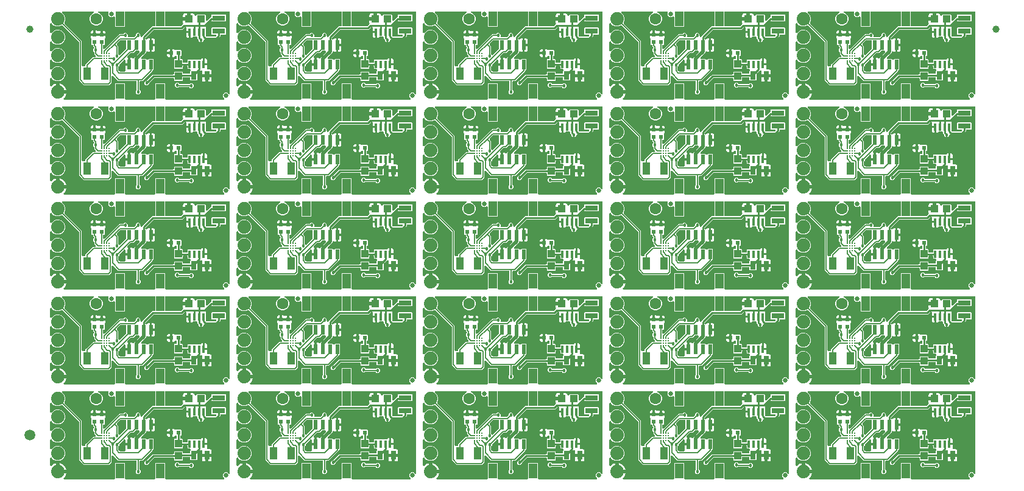
<source format=gtl>
G04 EAGLE Gerber RS-274X export*
G75*
%MOMM*%
%FSLAX34Y34*%
%LPD*%
%INTop Copper*%
%IPPOS*%
%AMOC8*
5,1,8,0,0,1.08239X$1,22.5*%
G01*
%ADD10R,0.400000X1.100000*%
%ADD11C,0.200000*%
%ADD12R,1.000000X1.800000*%
%ADD13R,1.000000X1.100000*%
%ADD14R,0.600000X0.600000*%
%ADD15R,1.100000X1.000000*%
%ADD16R,0.800000X1.200000*%
%ADD17R,1.800000X0.800000*%
%ADD18R,1.200000X2.000000*%
%ADD19R,0.600000X1.350000*%
%ADD20C,1.879600*%
%ADD21C,1.600000*%
%ADD22C,0.635000*%
%ADD23C,1.000000*%
%ADD24C,1.500000*%
%ADD25C,0.457200*%
%ADD26C,0.304800*%
%ADD27C,0.203200*%
%ADD28C,0.254000*%
%ADD29C,0.508000*%

G36*
X608992Y266208D02*
X608992Y266208D01*
X609111Y266215D01*
X609149Y266228D01*
X609190Y266233D01*
X609300Y266276D01*
X609413Y266313D01*
X609448Y266335D01*
X609485Y266350D01*
X609581Y266419D01*
X609682Y266483D01*
X609710Y266513D01*
X609743Y266536D01*
X609819Y266628D01*
X609900Y266715D01*
X609920Y266750D01*
X609945Y266781D01*
X609996Y266889D01*
X610054Y266993D01*
X610064Y267033D01*
X610081Y267069D01*
X610103Y267186D01*
X610133Y267301D01*
X610137Y267361D01*
X610141Y267381D01*
X610139Y267402D01*
X610143Y267462D01*
X610143Y288631D01*
X610739Y289227D01*
X623581Y289227D01*
X624177Y288631D01*
X624177Y267462D01*
X624192Y267344D01*
X624199Y267225D01*
X624212Y267187D01*
X624217Y267146D01*
X624260Y267036D01*
X624297Y266923D01*
X624319Y266888D01*
X624334Y266851D01*
X624403Y266755D01*
X624467Y266654D01*
X624497Y266626D01*
X624520Y266593D01*
X624612Y266517D01*
X624699Y266436D01*
X624734Y266416D01*
X624765Y266391D01*
X624873Y266340D01*
X624977Y266282D01*
X625017Y266272D01*
X625053Y266255D01*
X625170Y266233D01*
X625285Y266203D01*
X625345Y266199D01*
X625365Y266195D01*
X625386Y266197D01*
X625446Y266193D01*
X664874Y266193D01*
X664992Y266208D01*
X665111Y266215D01*
X665149Y266228D01*
X665190Y266233D01*
X665300Y266276D01*
X665413Y266313D01*
X665448Y266335D01*
X665485Y266350D01*
X665581Y266419D01*
X665682Y266483D01*
X665710Y266513D01*
X665743Y266536D01*
X665819Y266628D01*
X665900Y266715D01*
X665920Y266750D01*
X665945Y266781D01*
X665996Y266889D01*
X666054Y266993D01*
X666064Y267033D01*
X666081Y267069D01*
X666103Y267186D01*
X666133Y267301D01*
X666137Y267361D01*
X666141Y267381D01*
X666139Y267402D01*
X666143Y267462D01*
X666143Y288631D01*
X666739Y289227D01*
X679581Y289227D01*
X680177Y288631D01*
X680177Y267462D01*
X680192Y267344D01*
X680199Y267225D01*
X680212Y267187D01*
X680217Y267146D01*
X680260Y267036D01*
X680297Y266923D01*
X680319Y266888D01*
X680334Y266851D01*
X680403Y266755D01*
X680467Y266654D01*
X680497Y266626D01*
X680520Y266593D01*
X680612Y266517D01*
X680699Y266436D01*
X680734Y266416D01*
X680765Y266391D01*
X680873Y266340D01*
X680977Y266282D01*
X681017Y266272D01*
X681053Y266255D01*
X681170Y266233D01*
X681285Y266203D01*
X681345Y266199D01*
X681365Y266195D01*
X681386Y266197D01*
X681446Y266193D01*
X761135Y266193D01*
X761273Y266210D01*
X761411Y266223D01*
X761431Y266230D01*
X761451Y266233D01*
X761579Y266284D01*
X761711Y266331D01*
X761727Y266342D01*
X761746Y266350D01*
X761859Y266431D01*
X761974Y266509D01*
X761987Y266525D01*
X762004Y266536D01*
X762092Y266644D01*
X762184Y266748D01*
X762193Y266766D01*
X762206Y266781D01*
X762266Y266907D01*
X762329Y267031D01*
X762333Y267051D01*
X762342Y267069D01*
X762368Y267205D01*
X762399Y267341D01*
X762398Y267362D01*
X762402Y267381D01*
X762393Y267520D01*
X762389Y267659D01*
X762383Y267679D01*
X762382Y267699D01*
X762339Y267831D01*
X762300Y267965D01*
X762290Y267982D01*
X762284Y268001D01*
X762209Y268119D01*
X762139Y268239D01*
X762120Y268260D01*
X762114Y268270D01*
X762099Y268284D01*
X762033Y268359D01*
X760348Y270044D01*
X760348Y273516D01*
X762804Y275972D01*
X766276Y275972D01*
X767961Y274287D01*
X768070Y274202D01*
X768177Y274114D01*
X768196Y274105D01*
X768212Y274093D01*
X768340Y274037D01*
X768465Y273978D01*
X768485Y273974D01*
X768504Y273966D01*
X768642Y273944D01*
X768778Y273918D01*
X768798Y273920D01*
X768818Y273916D01*
X768957Y273929D01*
X769095Y273938D01*
X769114Y273944D01*
X769134Y273946D01*
X769266Y273993D01*
X769397Y274036D01*
X769415Y274047D01*
X769434Y274054D01*
X769549Y274132D01*
X769666Y274206D01*
X769680Y274221D01*
X769697Y274232D01*
X769789Y274337D01*
X769884Y274438D01*
X769894Y274456D01*
X769907Y274471D01*
X769971Y274595D01*
X770038Y274716D01*
X770043Y274736D01*
X770052Y274754D01*
X770082Y274890D01*
X770117Y275024D01*
X770119Y275052D01*
X770122Y275064D01*
X770121Y275085D01*
X770127Y275185D01*
X770127Y387858D01*
X770112Y387976D01*
X770105Y388095D01*
X770092Y388133D01*
X770087Y388174D01*
X770044Y388284D01*
X770007Y388397D01*
X769985Y388432D01*
X769970Y388469D01*
X769901Y388565D01*
X769837Y388666D01*
X769807Y388694D01*
X769784Y388727D01*
X769692Y388803D01*
X769605Y388884D01*
X769570Y388904D01*
X769539Y388929D01*
X769431Y388980D01*
X769327Y389038D01*
X769287Y389048D01*
X769251Y389065D01*
X769134Y389087D01*
X769019Y389117D01*
X768959Y389121D01*
X768939Y389125D01*
X768918Y389123D01*
X768858Y389127D01*
X681446Y389127D01*
X681328Y389112D01*
X681209Y389105D01*
X681171Y389092D01*
X681130Y389087D01*
X681020Y389044D01*
X680907Y389007D01*
X680872Y388985D01*
X680835Y388970D01*
X680739Y388901D01*
X680638Y388837D01*
X680610Y388807D01*
X680577Y388784D01*
X680501Y388692D01*
X680420Y388605D01*
X680400Y388570D01*
X680375Y388539D01*
X680324Y388431D01*
X680266Y388327D01*
X680256Y388287D01*
X680239Y388251D01*
X680217Y388134D01*
X680187Y388019D01*
X680183Y387959D01*
X680179Y387939D01*
X680181Y387918D01*
X680177Y387858D01*
X680177Y369316D01*
X680192Y369198D01*
X680199Y369079D01*
X680212Y369041D01*
X680217Y369000D01*
X680260Y368890D01*
X680297Y368777D01*
X680319Y368742D01*
X680334Y368705D01*
X680403Y368609D01*
X680467Y368508D01*
X680497Y368480D01*
X680520Y368447D01*
X680612Y368371D01*
X680699Y368290D01*
X680734Y368270D01*
X680765Y368245D01*
X680873Y368194D01*
X680977Y368136D01*
X681017Y368126D01*
X681053Y368109D01*
X681170Y368087D01*
X681285Y368057D01*
X681345Y368053D01*
X681365Y368049D01*
X681386Y368051D01*
X681446Y368047D01*
X701091Y368047D01*
X701189Y368059D01*
X701288Y368062D01*
X701346Y368079D01*
X701407Y368087D01*
X701499Y368123D01*
X701594Y368151D01*
X701646Y368181D01*
X701702Y368204D01*
X701782Y368262D01*
X701868Y368312D01*
X701943Y368378D01*
X701960Y368390D01*
X701967Y368400D01*
X701989Y368418D01*
X703716Y370145D01*
X703716Y370146D01*
X704698Y371128D01*
X704762Y371211D01*
X704834Y371289D01*
X704860Y371336D01*
X704893Y371379D01*
X704935Y371476D01*
X704985Y371569D01*
X704997Y371621D01*
X705019Y371671D01*
X705035Y371775D01*
X705061Y371878D01*
X705060Y371932D01*
X705069Y371985D01*
X705059Y372090D01*
X705058Y372196D01*
X705041Y372280D01*
X705039Y372301D01*
X705034Y372316D01*
X705026Y372354D01*
X704819Y373126D01*
X704819Y375961D01*
X711630Y375961D01*
X711748Y375976D01*
X711867Y375983D01*
X711905Y375995D01*
X711945Y376001D01*
X712056Y376044D01*
X712169Y376081D01*
X712203Y376103D01*
X712241Y376118D01*
X712337Y376187D01*
X712438Y376251D01*
X712466Y376281D01*
X712498Y376304D01*
X712574Y376396D01*
X712656Y376483D01*
X712675Y376518D01*
X712701Y376549D01*
X712752Y376657D01*
X712809Y376761D01*
X712819Y376801D01*
X712837Y376837D01*
X712859Y376954D01*
X712889Y377069D01*
X712893Y377129D01*
X712896Y377149D01*
X712895Y377170D01*
X712899Y377230D01*
X712899Y378421D01*
X714090Y378421D01*
X714208Y378436D01*
X714327Y378443D01*
X714365Y378456D01*
X714406Y378461D01*
X714516Y378505D01*
X714629Y378541D01*
X714664Y378563D01*
X714701Y378578D01*
X714797Y378648D01*
X714898Y378711D01*
X714926Y378741D01*
X714959Y378765D01*
X715035Y378856D01*
X715116Y378943D01*
X715136Y378978D01*
X715161Y379010D01*
X715212Y379117D01*
X715270Y379222D01*
X715280Y379261D01*
X715297Y379297D01*
X715319Y379414D01*
X715349Y379530D01*
X715353Y379590D01*
X715357Y379610D01*
X715355Y379630D01*
X715359Y379690D01*
X715359Y386001D01*
X718694Y386001D01*
X719341Y385828D01*
X719920Y385493D01*
X720393Y385020D01*
X720728Y384441D01*
X720848Y383991D01*
X720906Y383850D01*
X720962Y383708D01*
X720966Y383703D01*
X720968Y383697D01*
X721060Y383573D01*
X721148Y383451D01*
X721154Y383447D01*
X721158Y383441D01*
X721275Y383346D01*
X721393Y383248D01*
X721400Y383245D01*
X721405Y383241D01*
X721544Y383178D01*
X721681Y383113D01*
X721688Y383112D01*
X721694Y383109D01*
X721845Y383081D01*
X721994Y383053D01*
X722000Y383053D01*
X722007Y383052D01*
X722159Y383063D01*
X722311Y383073D01*
X722317Y383075D01*
X722324Y383075D01*
X722470Y383124D01*
X722613Y383171D01*
X722619Y383174D01*
X722626Y383177D01*
X722754Y383260D01*
X722882Y383341D01*
X722887Y383346D01*
X722892Y383350D01*
X722995Y383461D01*
X723100Y383573D01*
X723103Y383579D01*
X723108Y383583D01*
X723180Y383717D01*
X723180Y383718D01*
X723939Y384477D01*
X735781Y384477D01*
X736377Y383881D01*
X736377Y377126D01*
X736394Y376989D01*
X736407Y376850D01*
X736414Y376831D01*
X736417Y376811D01*
X736468Y376682D01*
X736515Y376551D01*
X736526Y376534D01*
X736534Y376515D01*
X736615Y376403D01*
X736693Y376288D01*
X736709Y376274D01*
X736720Y376258D01*
X736828Y376169D01*
X736932Y376077D01*
X736950Y376068D01*
X736965Y376055D01*
X737091Y375996D01*
X737215Y375933D01*
X737235Y375928D01*
X737253Y375920D01*
X737389Y375893D01*
X737525Y375863D01*
X737546Y375864D01*
X737565Y375860D01*
X737704Y375868D01*
X737843Y375873D01*
X737863Y375878D01*
X737883Y375880D01*
X738015Y375922D01*
X738149Y375961D01*
X738166Y375971D01*
X738185Y375978D01*
X738303Y376052D01*
X738423Y376123D01*
X738444Y376141D01*
X738454Y376148D01*
X738468Y376163D01*
X738543Y376229D01*
X743182Y380868D01*
X743212Y380872D01*
X743331Y380879D01*
X743369Y380892D01*
X743410Y380897D01*
X743520Y380940D01*
X743633Y380977D01*
X743668Y380999D01*
X743705Y381014D01*
X743801Y381083D01*
X743902Y381147D01*
X743930Y381177D01*
X743963Y381200D01*
X744039Y381292D01*
X744120Y381379D01*
X744140Y381414D01*
X744165Y381445D01*
X744216Y381553D01*
X744274Y381657D01*
X744284Y381697D01*
X744301Y381733D01*
X744323Y381850D01*
X744353Y381965D01*
X744357Y382025D01*
X744361Y382045D01*
X744359Y382066D01*
X744363Y382126D01*
X744363Y384261D01*
X744959Y384857D01*
X763801Y384857D01*
X764397Y384261D01*
X764397Y375419D01*
X763801Y374823D01*
X744869Y374823D01*
X744819Y374845D01*
X744713Y374899D01*
X744674Y374908D01*
X744637Y374924D01*
X744519Y374942D01*
X744403Y374968D01*
X744362Y374967D01*
X744323Y374974D01*
X744204Y374962D01*
X744085Y374959D01*
X744046Y374948D01*
X744006Y374944D01*
X743894Y374903D01*
X743780Y374870D01*
X743745Y374850D01*
X743707Y374836D01*
X743608Y374769D01*
X743506Y374709D01*
X743460Y374669D01*
X743444Y374658D01*
X743430Y374642D01*
X743385Y374602D01*
X737777Y368995D01*
X737777Y368994D01*
X736743Y367960D01*
X736670Y367866D01*
X736591Y367777D01*
X736572Y367741D01*
X736548Y367709D01*
X736500Y367600D01*
X736446Y367494D01*
X736437Y367454D01*
X736421Y367417D01*
X736403Y367299D01*
X736377Y367183D01*
X736378Y367143D01*
X736371Y367103D01*
X736383Y366984D01*
X736386Y366865D01*
X736397Y366827D01*
X736401Y366786D01*
X736442Y366674D01*
X736475Y366560D01*
X736495Y366525D01*
X736509Y366487D01*
X736576Y366389D01*
X736636Y366286D01*
X736667Y366251D01*
X736667Y355367D01*
X736682Y355249D01*
X736689Y355130D01*
X736702Y355092D01*
X736707Y355051D01*
X736750Y354941D01*
X736787Y354828D01*
X736809Y354793D01*
X736824Y354756D01*
X736893Y354660D01*
X736957Y354559D01*
X736987Y354531D01*
X737010Y354498D01*
X737102Y354422D01*
X737189Y354341D01*
X737224Y354321D01*
X737255Y354296D01*
X737363Y354245D01*
X737467Y354187D01*
X737507Y354177D01*
X737543Y354160D01*
X737660Y354138D01*
X737775Y354108D01*
X737835Y354104D01*
X737855Y354100D01*
X737876Y354102D01*
X737936Y354098D01*
X749914Y354098D01*
X750012Y354110D01*
X750111Y354113D01*
X750169Y354130D01*
X750229Y354138D01*
X750321Y354174D01*
X750416Y354201D01*
X750469Y354232D01*
X750525Y354255D01*
X750605Y354313D01*
X750690Y354363D01*
X750766Y354429D01*
X750782Y354441D01*
X750790Y354451D01*
X750811Y354469D01*
X750998Y354656D01*
X751083Y354766D01*
X751172Y354873D01*
X751181Y354892D01*
X751193Y354908D01*
X751249Y355036D01*
X751308Y355161D01*
X751312Y355181D01*
X751320Y355200D01*
X751342Y355337D01*
X751368Y355474D01*
X751366Y355494D01*
X751370Y355514D01*
X751357Y355652D01*
X751348Y355791D01*
X751342Y355810D01*
X751340Y355830D01*
X751293Y355961D01*
X751250Y356093D01*
X751239Y356111D01*
X751232Y356130D01*
X751154Y356244D01*
X751080Y356362D01*
X751065Y356376D01*
X751054Y356393D01*
X750949Y356485D01*
X750848Y356580D01*
X750830Y356590D01*
X750815Y356603D01*
X750691Y356666D01*
X750570Y356734D01*
X750550Y356739D01*
X750532Y356748D01*
X750396Y356778D01*
X750262Y356813D01*
X750234Y356815D01*
X750222Y356818D01*
X750201Y356817D01*
X750101Y356823D01*
X744959Y356823D01*
X744363Y357419D01*
X744363Y366261D01*
X744959Y366857D01*
X763801Y366857D01*
X764397Y366261D01*
X764397Y357419D01*
X763801Y356823D01*
X757936Y356823D01*
X757818Y356808D01*
X757699Y356801D01*
X757661Y356788D01*
X757620Y356783D01*
X757510Y356740D01*
X757397Y356703D01*
X757362Y356681D01*
X757325Y356666D01*
X757229Y356597D01*
X757128Y356533D01*
X757100Y356503D01*
X757067Y356480D01*
X756991Y356388D01*
X756910Y356301D01*
X756890Y356266D01*
X756865Y356235D01*
X756814Y356127D01*
X756756Y356023D01*
X756746Y355983D01*
X756729Y355947D01*
X756707Y355830D01*
X756677Y355715D01*
X756673Y355655D01*
X756669Y355635D01*
X756671Y355614D01*
X756667Y355554D01*
X756667Y353857D01*
X752334Y349524D01*
X734543Y349524D01*
X734424Y349509D01*
X734306Y349502D01*
X734267Y349489D01*
X734227Y349484D01*
X734116Y349441D01*
X734003Y349404D01*
X733969Y349382D01*
X733931Y349367D01*
X733835Y349298D01*
X733734Y349234D01*
X733707Y349204D01*
X733674Y349181D01*
X733598Y349089D01*
X733517Y349002D01*
X733497Y348967D01*
X733471Y348936D01*
X733420Y348828D01*
X733363Y348724D01*
X733353Y348684D01*
X733336Y348648D01*
X733313Y348531D01*
X733284Y348416D01*
X733280Y348356D01*
X733276Y348336D01*
X733277Y348315D01*
X733273Y348255D01*
X733273Y347958D01*
X731339Y346023D01*
X728603Y346023D01*
X726668Y347958D01*
X726668Y348869D01*
X726655Y348967D01*
X726652Y349066D01*
X726636Y349125D01*
X726628Y349185D01*
X726592Y349277D01*
X726564Y349372D01*
X726533Y349424D01*
X726511Y349480D01*
X726453Y349561D01*
X726403Y349646D01*
X726336Y349721D01*
X726324Y349738D01*
X726315Y349746D01*
X726296Y349767D01*
X724863Y351200D01*
X724863Y352534D01*
X724848Y352652D01*
X724841Y352771D01*
X724828Y352809D01*
X724823Y352850D01*
X724780Y352960D01*
X724743Y353073D01*
X724721Y353108D01*
X724706Y353145D01*
X724637Y353241D01*
X724573Y353342D01*
X724543Y353370D01*
X724520Y353403D01*
X724428Y353479D01*
X724341Y353560D01*
X724306Y353580D01*
X724275Y353605D01*
X724167Y353656D01*
X724063Y353714D01*
X724023Y353724D01*
X723987Y353741D01*
X723870Y353763D01*
X723755Y353793D01*
X723695Y353797D01*
X723675Y353801D01*
X723654Y353799D01*
X723594Y353803D01*
X719230Y353803D01*
X719125Y353790D01*
X719019Y353786D01*
X718967Y353770D01*
X718914Y353763D01*
X718816Y353724D01*
X718714Y353694D01*
X718668Y353666D01*
X718618Y353646D01*
X718533Y353584D01*
X718442Y353529D01*
X718404Y353491D01*
X718361Y353460D01*
X718293Y353378D01*
X718219Y353302D01*
X718207Y353284D01*
X717710Y352787D01*
X717131Y352452D01*
X716484Y352279D01*
X715419Y352279D01*
X715419Y360320D01*
X715404Y360438D01*
X715397Y360557D01*
X715385Y360595D01*
X715380Y360635D01*
X715336Y360746D01*
X715299Y360859D01*
X715277Y360893D01*
X715263Y360931D01*
X715193Y361027D01*
X715129Y361128D01*
X715128Y361128D01*
X715099Y361156D01*
X715076Y361188D01*
X715075Y361189D01*
X714983Y361265D01*
X714897Y361346D01*
X714861Y361366D01*
X714830Y361392D01*
X714723Y361442D01*
X714618Y361500D01*
X714579Y361510D01*
X714543Y361527D01*
X714426Y361549D01*
X714310Y361579D01*
X714250Y361583D01*
X714230Y361587D01*
X714210Y361586D01*
X714150Y361589D01*
X709609Y361589D01*
X709609Y366014D01*
X709594Y366132D01*
X709587Y366251D01*
X709574Y366289D01*
X709569Y366330D01*
X709526Y366440D01*
X709489Y366553D01*
X709467Y366588D01*
X709452Y366625D01*
X709383Y366721D01*
X709319Y366822D01*
X709289Y366850D01*
X709266Y366883D01*
X709174Y366959D01*
X709087Y367040D01*
X709052Y367060D01*
X709021Y367085D01*
X708913Y367136D01*
X708809Y367194D01*
X708769Y367204D01*
X708733Y367221D01*
X708616Y367243D01*
X708501Y367273D01*
X708441Y367277D01*
X708421Y367281D01*
X708400Y367279D01*
X708340Y367283D01*
X707847Y367283D01*
X707749Y367271D01*
X707650Y367268D01*
X707592Y367251D01*
X707531Y367243D01*
X707439Y367207D01*
X707344Y367179D01*
X707292Y367149D01*
X707236Y367126D01*
X707156Y367068D01*
X707070Y367018D01*
X706995Y366952D01*
X706978Y366940D01*
X706971Y366930D01*
X706949Y366912D01*
X703511Y363473D01*
X664413Y363473D01*
X664315Y363461D01*
X664216Y363458D01*
X664158Y363441D01*
X664097Y363433D01*
X664005Y363397D01*
X663910Y363369D01*
X663858Y363339D01*
X663802Y363316D01*
X663722Y363258D01*
X663636Y363208D01*
X663561Y363142D01*
X663544Y363130D01*
X663537Y363120D01*
X663515Y363102D01*
X652818Y352405D01*
X652758Y352326D01*
X652690Y352254D01*
X652661Y352201D01*
X652624Y352153D01*
X652584Y352062D01*
X652536Y351976D01*
X652521Y351917D01*
X652497Y351861D01*
X652482Y351763D01*
X652457Y351668D01*
X652451Y351568D01*
X652447Y351547D01*
X652449Y351535D01*
X652447Y351507D01*
X652447Y351174D01*
X652462Y351056D01*
X652469Y350937D01*
X652482Y350899D01*
X652487Y350858D01*
X652530Y350748D01*
X652567Y350635D01*
X652589Y350600D01*
X652604Y350563D01*
X652673Y350467D01*
X652737Y350366D01*
X652767Y350338D01*
X652790Y350305D01*
X652882Y350229D01*
X652969Y350148D01*
X653004Y350128D01*
X653035Y350103D01*
X653143Y350052D01*
X653247Y349994D01*
X653287Y349984D01*
X653323Y349967D01*
X653440Y349945D01*
X653555Y349915D01*
X653615Y349911D01*
X653635Y349907D01*
X653656Y349909D01*
X653716Y349905D01*
X654080Y349905D01*
X654185Y349918D01*
X654291Y349922D01*
X654343Y349938D01*
X654396Y349945D01*
X654494Y349984D01*
X654596Y350014D01*
X654642Y350042D01*
X654692Y350062D01*
X654777Y350124D01*
X654868Y350179D01*
X654906Y350217D01*
X654949Y350248D01*
X655017Y350330D01*
X655091Y350406D01*
X655103Y350424D01*
X655600Y350921D01*
X656179Y351256D01*
X656826Y351429D01*
X658661Y351429D01*
X658661Y342368D01*
X658676Y342250D01*
X658683Y342131D01*
X658685Y342124D01*
X658671Y342068D01*
X658667Y342008D01*
X658663Y341988D01*
X658665Y341968D01*
X658661Y341908D01*
X658661Y332847D01*
X656826Y332847D01*
X656179Y333020D01*
X655621Y333343D01*
X655498Y333394D01*
X655379Y333451D01*
X655352Y333456D01*
X655327Y333466D01*
X655196Y333486D01*
X655066Y333511D01*
X655040Y333509D01*
X655013Y333513D01*
X654881Y333499D01*
X654749Y333491D01*
X654723Y333482D01*
X654697Y333480D01*
X654572Y333434D01*
X654447Y333393D01*
X654424Y333378D01*
X654398Y333369D01*
X654290Y333293D01*
X654178Y333223D01*
X654159Y333203D01*
X654137Y333188D01*
X654051Y333087D01*
X653960Y332991D01*
X653947Y332967D01*
X653929Y332947D01*
X653870Y332828D01*
X653806Y332712D01*
X653800Y332686D01*
X653788Y332662D01*
X653760Y332533D01*
X653727Y332405D01*
X653725Y332366D01*
X653721Y332351D01*
X653722Y332330D01*
X653717Y332244D01*
X653717Y331695D01*
X646915Y324893D01*
X646830Y324784D01*
X646742Y324677D01*
X646733Y324658D01*
X646720Y324642D01*
X646665Y324514D01*
X646606Y324389D01*
X646602Y324369D01*
X646594Y324350D01*
X646572Y324212D01*
X646546Y324076D01*
X646547Y324056D01*
X646544Y324036D01*
X646557Y323897D01*
X646566Y323759D01*
X646572Y323740D01*
X646574Y323720D01*
X646621Y323588D01*
X646664Y323457D01*
X646675Y323439D01*
X646682Y323420D01*
X646760Y323305D01*
X646834Y323188D01*
X646849Y323174D01*
X646860Y323157D01*
X646965Y323065D01*
X647066Y322970D01*
X647083Y322960D01*
X647099Y322947D01*
X647223Y322883D01*
X647344Y322816D01*
X647364Y322811D01*
X647382Y322802D01*
X647518Y322772D01*
X647652Y322737D01*
X647680Y322735D01*
X647692Y322732D01*
X647713Y322733D01*
X647813Y322727D01*
X653581Y322727D01*
X654262Y322045D01*
X654356Y321973D01*
X654446Y321894D01*
X654482Y321875D01*
X654514Y321850D01*
X654623Y321803D01*
X654729Y321749D01*
X654768Y321740D01*
X654806Y321724D01*
X654923Y321705D01*
X655039Y321679D01*
X655080Y321681D01*
X655120Y321674D01*
X655238Y321685D01*
X655357Y321689D01*
X655396Y321700D01*
X655436Y321704D01*
X655549Y321744D01*
X655663Y321777D01*
X655697Y321798D01*
X655736Y321812D01*
X655834Y321878D01*
X655937Y321939D01*
X655982Y321979D01*
X655999Y321990D01*
X656012Y322005D01*
X656057Y322045D01*
X656739Y322727D01*
X663581Y322727D01*
X664177Y322131D01*
X664177Y307789D01*
X663581Y307193D01*
X663462Y307193D01*
X663344Y307178D01*
X663225Y307171D01*
X663187Y307158D01*
X663146Y307153D01*
X663036Y307110D01*
X662923Y307073D01*
X662888Y307051D01*
X662851Y307036D01*
X662755Y306967D01*
X662654Y306903D01*
X662626Y306873D01*
X662593Y306850D01*
X662517Y306758D01*
X662436Y306671D01*
X662416Y306636D01*
X662391Y306605D01*
X662340Y306497D01*
X662282Y306393D01*
X662272Y306353D01*
X662255Y306317D01*
X662233Y306200D01*
X662203Y306085D01*
X662199Y306025D01*
X662196Y306007D01*
X648288Y292099D01*
X645922Y292099D01*
X645804Y292084D01*
X645685Y292077D01*
X645647Y292064D01*
X645606Y292059D01*
X645496Y292016D01*
X645383Y291979D01*
X645348Y291957D01*
X645311Y291942D01*
X645215Y291873D01*
X645114Y291809D01*
X645086Y291779D01*
X645053Y291756D01*
X644977Y291664D01*
X644896Y291577D01*
X644876Y291542D01*
X644851Y291511D01*
X644800Y291403D01*
X644742Y291299D01*
X644732Y291259D01*
X644715Y291223D01*
X644693Y291106D01*
X644663Y290991D01*
X644659Y290931D01*
X644655Y290911D01*
X644657Y290890D01*
X644653Y290830D01*
X644653Y280024D01*
X644665Y279926D01*
X644668Y279827D01*
X644685Y279768D01*
X644693Y279708D01*
X644729Y279616D01*
X644757Y279521D01*
X644787Y279469D01*
X644810Y279413D01*
X644868Y279333D01*
X644918Y279247D01*
X644984Y279172D01*
X644996Y279155D01*
X645006Y279147D01*
X645024Y279126D01*
X645923Y278228D01*
X645923Y275492D01*
X643988Y273557D01*
X641252Y273557D01*
X639317Y275492D01*
X639317Y278228D01*
X640216Y279126D01*
X640276Y279205D01*
X640344Y279277D01*
X640373Y279330D01*
X640410Y279378D01*
X640450Y279469D01*
X640498Y279555D01*
X640513Y279614D01*
X640537Y279669D01*
X640552Y279767D01*
X640577Y279863D01*
X640583Y279963D01*
X640587Y279984D01*
X640585Y279996D01*
X640587Y280024D01*
X640587Y290830D01*
X640572Y290948D01*
X640565Y291067D01*
X640552Y291105D01*
X640547Y291146D01*
X640504Y291256D01*
X640467Y291369D01*
X640445Y291404D01*
X640430Y291441D01*
X640361Y291537D01*
X640297Y291638D01*
X640267Y291666D01*
X640244Y291699D01*
X640152Y291775D01*
X640065Y291856D01*
X640030Y291876D01*
X639999Y291901D01*
X639891Y291952D01*
X639787Y292010D01*
X639747Y292020D01*
X639711Y292037D01*
X639594Y292059D01*
X639479Y292089D01*
X639419Y292093D01*
X639399Y292097D01*
X639378Y292095D01*
X639318Y292099D01*
X614956Y292099D01*
X607957Y299097D01*
X607848Y299183D01*
X607741Y299271D01*
X607722Y299280D01*
X607706Y299292D01*
X607578Y299348D01*
X607453Y299407D01*
X607433Y299411D01*
X607414Y299419D01*
X607276Y299441D01*
X607140Y299467D01*
X607120Y299465D01*
X607100Y299469D01*
X606961Y299455D01*
X606823Y299447D01*
X606804Y299441D01*
X606784Y299439D01*
X606652Y299392D01*
X606521Y299349D01*
X606503Y299338D01*
X606484Y299331D01*
X606369Y299253D01*
X606252Y299179D01*
X606238Y299164D01*
X606221Y299153D01*
X606129Y299048D01*
X606034Y298947D01*
X606024Y298929D01*
X606011Y298914D01*
X605947Y298790D01*
X605880Y298669D01*
X605875Y298649D01*
X605866Y298631D01*
X605836Y298495D01*
X605801Y298361D01*
X605799Y298333D01*
X605796Y298321D01*
X605797Y298300D01*
X605791Y298200D01*
X605791Y289734D01*
X604228Y288172D01*
X603876Y287820D01*
X602314Y286257D01*
X566848Y286257D01*
X565286Y287820D01*
X561886Y291220D01*
X560323Y292782D01*
X560323Y345596D01*
X560311Y345694D01*
X560308Y345794D01*
X560291Y345852D01*
X560283Y345912D01*
X560247Y346004D01*
X560219Y346099D01*
X560189Y346151D01*
X560166Y346208D01*
X560108Y346288D01*
X560058Y346373D01*
X559992Y346448D01*
X559980Y346465D01*
X559970Y346473D01*
X559952Y346494D01*
X537398Y369047D01*
X537375Y369065D01*
X537356Y369088D01*
X537250Y369162D01*
X537147Y369242D01*
X537120Y369254D01*
X537096Y369271D01*
X536974Y369317D01*
X536855Y369369D01*
X536826Y369373D01*
X536798Y369384D01*
X536669Y369398D01*
X536541Y369418D01*
X536511Y369416D01*
X536482Y369419D01*
X536354Y369401D01*
X536224Y369389D01*
X536196Y369379D01*
X536167Y369374D01*
X536015Y369322D01*
X532932Y368045D01*
X528788Y368045D01*
X524961Y369631D01*
X522359Y372232D01*
X522250Y372317D01*
X522143Y372406D01*
X522124Y372414D01*
X522108Y372427D01*
X521980Y372482D01*
X521855Y372541D01*
X521835Y372545D01*
X521816Y372553D01*
X521678Y372575D01*
X521542Y372601D01*
X521522Y372600D01*
X521502Y372603D01*
X521363Y372590D01*
X521225Y372581D01*
X521206Y372575D01*
X521186Y372573D01*
X521054Y372526D01*
X520923Y372483D01*
X520905Y372472D01*
X520886Y372466D01*
X520771Y372388D01*
X520654Y372313D01*
X520640Y372298D01*
X520623Y372287D01*
X520531Y372183D01*
X520436Y372082D01*
X520426Y372064D01*
X520413Y372049D01*
X520349Y371924D01*
X520282Y371803D01*
X520277Y371783D01*
X520268Y371765D01*
X520238Y371630D01*
X520203Y371495D01*
X520201Y371467D01*
X520198Y371455D01*
X520199Y371435D01*
X520193Y371334D01*
X520193Y360186D01*
X520210Y360048D01*
X520223Y359909D01*
X520230Y359890D01*
X520233Y359870D01*
X520284Y359741D01*
X520331Y359610D01*
X520342Y359593D01*
X520350Y359574D01*
X520431Y359462D01*
X520509Y359347D01*
X520525Y359333D01*
X520536Y359317D01*
X520644Y359228D01*
X520748Y359136D01*
X520766Y359127D01*
X520781Y359114D01*
X520907Y359055D01*
X521031Y358992D01*
X521051Y358987D01*
X521069Y358979D01*
X521205Y358953D01*
X521341Y358922D01*
X521362Y358923D01*
X521381Y358919D01*
X521520Y358928D01*
X521659Y358932D01*
X521679Y358937D01*
X521699Y358939D01*
X521831Y358981D01*
X521965Y359020D01*
X521982Y359030D01*
X522001Y359037D01*
X522119Y359111D01*
X522239Y359182D01*
X522260Y359200D01*
X522270Y359207D01*
X522284Y359222D01*
X522359Y359288D01*
X524961Y361889D01*
X528788Y363475D01*
X532932Y363475D01*
X536759Y361889D01*
X539689Y358959D01*
X541275Y355132D01*
X541275Y350988D01*
X539689Y347161D01*
X536759Y344231D01*
X532932Y342645D01*
X528788Y342645D01*
X524961Y344231D01*
X522359Y346832D01*
X522250Y346917D01*
X522143Y347006D01*
X522124Y347014D01*
X522108Y347027D01*
X521980Y347082D01*
X521855Y347141D01*
X521835Y347145D01*
X521816Y347153D01*
X521678Y347175D01*
X521542Y347201D01*
X521522Y347200D01*
X521502Y347203D01*
X521363Y347190D01*
X521225Y347181D01*
X521206Y347175D01*
X521186Y347173D01*
X521054Y347126D01*
X520923Y347083D01*
X520905Y347072D01*
X520886Y347066D01*
X520771Y346988D01*
X520654Y346913D01*
X520640Y346898D01*
X520623Y346887D01*
X520531Y346783D01*
X520436Y346682D01*
X520426Y346664D01*
X520413Y346649D01*
X520349Y346524D01*
X520282Y346403D01*
X520277Y346383D01*
X520268Y346365D01*
X520238Y346230D01*
X520203Y346095D01*
X520201Y346067D01*
X520198Y346055D01*
X520199Y346035D01*
X520193Y345934D01*
X520193Y334786D01*
X520210Y334648D01*
X520223Y334509D01*
X520230Y334490D01*
X520233Y334470D01*
X520284Y334341D01*
X520331Y334210D01*
X520342Y334193D01*
X520350Y334174D01*
X520431Y334062D01*
X520509Y333947D01*
X520525Y333933D01*
X520536Y333917D01*
X520644Y333828D01*
X520748Y333736D01*
X520766Y333727D01*
X520781Y333714D01*
X520907Y333655D01*
X521031Y333592D01*
X521051Y333587D01*
X521069Y333579D01*
X521205Y333553D01*
X521341Y333522D01*
X521362Y333523D01*
X521381Y333519D01*
X521520Y333528D01*
X521659Y333532D01*
X521679Y333537D01*
X521699Y333539D01*
X521831Y333581D01*
X521965Y333620D01*
X521982Y333630D01*
X522001Y333637D01*
X522119Y333711D01*
X522239Y333782D01*
X522260Y333800D01*
X522270Y333807D01*
X522284Y333822D01*
X522359Y333888D01*
X524961Y336489D01*
X528788Y338075D01*
X532932Y338075D01*
X536759Y336489D01*
X539689Y333559D01*
X541275Y329732D01*
X541275Y325588D01*
X539689Y321761D01*
X536759Y318831D01*
X532932Y317245D01*
X528788Y317245D01*
X524961Y318831D01*
X522359Y321432D01*
X522250Y321517D01*
X522143Y321606D01*
X522124Y321614D01*
X522108Y321627D01*
X521980Y321682D01*
X521855Y321741D01*
X521835Y321745D01*
X521816Y321753D01*
X521678Y321775D01*
X521542Y321801D01*
X521522Y321800D01*
X521502Y321803D01*
X521363Y321790D01*
X521225Y321781D01*
X521206Y321775D01*
X521186Y321773D01*
X521054Y321726D01*
X520923Y321683D01*
X520905Y321672D01*
X520886Y321666D01*
X520771Y321588D01*
X520654Y321513D01*
X520640Y321498D01*
X520623Y321487D01*
X520531Y321383D01*
X520436Y321282D01*
X520426Y321264D01*
X520413Y321249D01*
X520349Y321124D01*
X520282Y321003D01*
X520277Y320983D01*
X520268Y320965D01*
X520238Y320830D01*
X520203Y320695D01*
X520201Y320667D01*
X520198Y320655D01*
X520199Y320635D01*
X520193Y320534D01*
X520193Y309386D01*
X520210Y309248D01*
X520223Y309109D01*
X520230Y309090D01*
X520233Y309070D01*
X520284Y308941D01*
X520331Y308810D01*
X520342Y308793D01*
X520350Y308774D01*
X520431Y308662D01*
X520509Y308547D01*
X520525Y308533D01*
X520536Y308517D01*
X520644Y308428D01*
X520748Y308336D01*
X520766Y308327D01*
X520781Y308314D01*
X520907Y308255D01*
X521031Y308192D01*
X521051Y308187D01*
X521069Y308179D01*
X521205Y308153D01*
X521341Y308122D01*
X521362Y308123D01*
X521381Y308119D01*
X521520Y308128D01*
X521659Y308132D01*
X521679Y308137D01*
X521699Y308139D01*
X521831Y308181D01*
X521965Y308220D01*
X521982Y308230D01*
X522001Y308237D01*
X522119Y308311D01*
X522239Y308382D01*
X522260Y308400D01*
X522270Y308407D01*
X522284Y308422D01*
X522359Y308488D01*
X524961Y311089D01*
X528788Y312675D01*
X532932Y312675D01*
X536759Y311089D01*
X539689Y308159D01*
X541275Y304332D01*
X541275Y300188D01*
X539689Y296361D01*
X536759Y293431D01*
X532932Y291845D01*
X528788Y291845D01*
X524961Y293431D01*
X522359Y296032D01*
X522250Y296117D01*
X522143Y296206D01*
X522124Y296214D01*
X522108Y296227D01*
X521980Y296282D01*
X521855Y296341D01*
X521835Y296345D01*
X521816Y296353D01*
X521678Y296375D01*
X521542Y296401D01*
X521522Y296400D01*
X521502Y296403D01*
X521363Y296390D01*
X521225Y296381D01*
X521206Y296375D01*
X521186Y296373D01*
X521054Y296326D01*
X520923Y296283D01*
X520905Y296272D01*
X520886Y296266D01*
X520771Y296188D01*
X520654Y296113D01*
X520640Y296098D01*
X520623Y296087D01*
X520531Y295983D01*
X520436Y295882D01*
X520426Y295864D01*
X520413Y295849D01*
X520349Y295724D01*
X520282Y295603D01*
X520277Y295583D01*
X520268Y295565D01*
X520238Y295430D01*
X520203Y295295D01*
X520201Y295267D01*
X520198Y295255D01*
X520199Y295235D01*
X520193Y295134D01*
X520193Y286141D01*
X520210Y286003D01*
X520223Y285864D01*
X520230Y285845D01*
X520233Y285825D01*
X520284Y285696D01*
X520331Y285565D01*
X520342Y285548D01*
X520350Y285530D01*
X520431Y285417D01*
X520509Y285302D01*
X520525Y285289D01*
X520536Y285272D01*
X520644Y285183D01*
X520748Y285092D01*
X520766Y285082D01*
X520781Y285069D01*
X520907Y285010D01*
X521031Y284947D01*
X521051Y284943D01*
X521069Y284934D01*
X521206Y284908D01*
X521341Y284877D01*
X521362Y284878D01*
X521381Y284874D01*
X521520Y284883D01*
X521659Y284887D01*
X521679Y284893D01*
X521699Y284894D01*
X521831Y284937D01*
X521965Y284975D01*
X521982Y284986D01*
X522001Y284992D01*
X522119Y285066D01*
X522239Y285137D01*
X522260Y285156D01*
X522270Y285162D01*
X522284Y285177D01*
X522359Y285243D01*
X523082Y285966D01*
X524603Y287071D01*
X526277Y287924D01*
X528064Y288505D01*
X528321Y288545D01*
X528321Y278130D01*
X528336Y278012D01*
X528343Y277893D01*
X528356Y277855D01*
X528361Y277815D01*
X528404Y277704D01*
X528441Y277591D01*
X528463Y277557D01*
X528478Y277519D01*
X528548Y277423D01*
X528611Y277322D01*
X528641Y277294D01*
X528664Y277262D01*
X528756Y277186D01*
X528843Y277104D01*
X528878Y277085D01*
X528909Y277059D01*
X529017Y277008D01*
X529121Y276951D01*
X529161Y276940D01*
X529197Y276923D01*
X529314Y276901D01*
X529429Y276871D01*
X529490Y276867D01*
X529510Y276863D01*
X529530Y276865D01*
X529590Y276861D01*
X530861Y276861D01*
X530861Y275590D01*
X530876Y275472D01*
X530883Y275353D01*
X530896Y275315D01*
X530901Y275274D01*
X530945Y275164D01*
X530981Y275051D01*
X531003Y275016D01*
X531018Y274979D01*
X531088Y274883D01*
X531151Y274782D01*
X531181Y274754D01*
X531205Y274721D01*
X531296Y274646D01*
X531383Y274564D01*
X531418Y274544D01*
X531450Y274519D01*
X531557Y274468D01*
X531662Y274410D01*
X531701Y274400D01*
X531737Y274383D01*
X531854Y274361D01*
X531969Y274331D01*
X532030Y274327D01*
X532050Y274323D01*
X532070Y274325D01*
X532130Y274321D01*
X542545Y274321D01*
X542505Y274064D01*
X541924Y272277D01*
X541071Y270603D01*
X539966Y269082D01*
X539243Y268359D01*
X539158Y268250D01*
X539069Y268143D01*
X539061Y268124D01*
X539048Y268108D01*
X538993Y267980D01*
X538934Y267855D01*
X538930Y267835D01*
X538922Y267816D01*
X538900Y267678D01*
X538874Y267542D01*
X538875Y267522D01*
X538872Y267502D01*
X538885Y267363D01*
X538894Y267225D01*
X538900Y267206D01*
X538902Y267186D01*
X538949Y267055D01*
X538992Y266923D01*
X539003Y266905D01*
X539010Y266886D01*
X539088Y266772D01*
X539162Y266654D01*
X539177Y266640D01*
X539188Y266623D01*
X539292Y266531D01*
X539394Y266436D01*
X539412Y266426D01*
X539427Y266413D01*
X539550Y266350D01*
X539672Y266282D01*
X539692Y266277D01*
X539710Y266268D01*
X539846Y266238D01*
X539980Y266203D01*
X540008Y266201D01*
X540020Y266198D01*
X540041Y266199D01*
X540141Y266193D01*
X608874Y266193D01*
X608992Y266208D01*
G37*
G36*
X1127152Y530368D02*
X1127152Y530368D01*
X1127271Y530375D01*
X1127309Y530388D01*
X1127350Y530393D01*
X1127460Y530436D01*
X1127573Y530473D01*
X1127608Y530495D01*
X1127645Y530510D01*
X1127741Y530579D01*
X1127842Y530643D01*
X1127870Y530673D01*
X1127903Y530696D01*
X1127979Y530788D01*
X1128060Y530875D01*
X1128080Y530910D01*
X1128105Y530941D01*
X1128156Y531049D01*
X1128214Y531153D01*
X1128224Y531193D01*
X1128241Y531229D01*
X1128263Y531346D01*
X1128293Y531461D01*
X1128297Y531521D01*
X1128301Y531541D01*
X1128299Y531562D01*
X1128303Y531622D01*
X1128303Y552791D01*
X1128899Y553387D01*
X1141741Y553387D01*
X1142337Y552791D01*
X1142337Y531622D01*
X1142352Y531504D01*
X1142359Y531385D01*
X1142372Y531347D01*
X1142377Y531306D01*
X1142420Y531196D01*
X1142457Y531083D01*
X1142479Y531048D01*
X1142494Y531011D01*
X1142563Y530915D01*
X1142627Y530814D01*
X1142657Y530786D01*
X1142680Y530753D01*
X1142772Y530677D01*
X1142859Y530596D01*
X1142894Y530576D01*
X1142925Y530551D01*
X1143033Y530500D01*
X1143137Y530442D01*
X1143177Y530432D01*
X1143213Y530415D01*
X1143330Y530393D01*
X1143445Y530363D01*
X1143505Y530359D01*
X1143525Y530355D01*
X1143546Y530357D01*
X1143606Y530353D01*
X1183034Y530353D01*
X1183152Y530368D01*
X1183271Y530375D01*
X1183309Y530388D01*
X1183350Y530393D01*
X1183460Y530436D01*
X1183573Y530473D01*
X1183608Y530495D01*
X1183645Y530510D01*
X1183741Y530579D01*
X1183842Y530643D01*
X1183870Y530673D01*
X1183903Y530696D01*
X1183979Y530788D01*
X1184060Y530875D01*
X1184080Y530910D01*
X1184105Y530941D01*
X1184156Y531049D01*
X1184214Y531153D01*
X1184224Y531193D01*
X1184241Y531229D01*
X1184263Y531346D01*
X1184293Y531461D01*
X1184297Y531521D01*
X1184301Y531541D01*
X1184299Y531562D01*
X1184303Y531622D01*
X1184303Y552791D01*
X1184899Y553387D01*
X1197741Y553387D01*
X1198337Y552791D01*
X1198337Y531622D01*
X1198352Y531504D01*
X1198359Y531385D01*
X1198372Y531347D01*
X1198377Y531306D01*
X1198420Y531196D01*
X1198457Y531083D01*
X1198479Y531048D01*
X1198494Y531011D01*
X1198563Y530915D01*
X1198627Y530814D01*
X1198657Y530786D01*
X1198680Y530753D01*
X1198772Y530677D01*
X1198859Y530596D01*
X1198894Y530576D01*
X1198925Y530551D01*
X1199033Y530500D01*
X1199137Y530442D01*
X1199177Y530432D01*
X1199213Y530415D01*
X1199330Y530393D01*
X1199445Y530363D01*
X1199505Y530359D01*
X1199525Y530355D01*
X1199546Y530357D01*
X1199606Y530353D01*
X1279295Y530353D01*
X1279433Y530370D01*
X1279571Y530383D01*
X1279591Y530390D01*
X1279611Y530393D01*
X1279739Y530444D01*
X1279871Y530491D01*
X1279887Y530502D01*
X1279906Y530510D01*
X1280019Y530591D01*
X1280134Y530669D01*
X1280147Y530685D01*
X1280164Y530696D01*
X1280252Y530804D01*
X1280344Y530908D01*
X1280353Y530926D01*
X1280366Y530941D01*
X1280426Y531067D01*
X1280489Y531191D01*
X1280493Y531211D01*
X1280502Y531229D01*
X1280528Y531365D01*
X1280559Y531501D01*
X1280558Y531522D01*
X1280562Y531541D01*
X1280553Y531680D01*
X1280549Y531819D01*
X1280543Y531839D01*
X1280542Y531859D01*
X1280499Y531991D01*
X1280460Y532125D01*
X1280450Y532142D01*
X1280444Y532161D01*
X1280369Y532279D01*
X1280299Y532399D01*
X1280280Y532420D01*
X1280274Y532430D01*
X1280259Y532444D01*
X1280193Y532519D01*
X1278508Y534204D01*
X1278508Y537676D01*
X1280964Y540132D01*
X1284436Y540132D01*
X1286121Y538447D01*
X1286230Y538362D01*
X1286337Y538274D01*
X1286356Y538265D01*
X1286372Y538253D01*
X1286500Y538197D01*
X1286625Y538138D01*
X1286645Y538134D01*
X1286664Y538126D01*
X1286802Y538104D01*
X1286938Y538078D01*
X1286958Y538080D01*
X1286978Y538076D01*
X1287117Y538089D01*
X1287255Y538098D01*
X1287274Y538104D01*
X1287294Y538106D01*
X1287426Y538153D01*
X1287557Y538196D01*
X1287575Y538207D01*
X1287594Y538214D01*
X1287709Y538292D01*
X1287826Y538366D01*
X1287840Y538381D01*
X1287857Y538392D01*
X1287949Y538497D01*
X1288044Y538598D01*
X1288054Y538616D01*
X1288067Y538631D01*
X1288131Y538755D01*
X1288198Y538876D01*
X1288203Y538896D01*
X1288212Y538914D01*
X1288242Y539050D01*
X1288277Y539184D01*
X1288279Y539212D01*
X1288282Y539224D01*
X1288281Y539245D01*
X1288287Y539345D01*
X1288287Y652018D01*
X1288272Y652136D01*
X1288265Y652255D01*
X1288252Y652293D01*
X1288247Y652334D01*
X1288204Y652444D01*
X1288167Y652557D01*
X1288145Y652592D01*
X1288130Y652629D01*
X1288061Y652725D01*
X1287997Y652826D01*
X1287967Y652854D01*
X1287944Y652887D01*
X1287852Y652963D01*
X1287765Y653044D01*
X1287730Y653064D01*
X1287699Y653089D01*
X1287591Y653140D01*
X1287487Y653198D01*
X1287447Y653208D01*
X1287411Y653225D01*
X1287294Y653247D01*
X1287179Y653277D01*
X1287119Y653281D01*
X1287099Y653285D01*
X1287078Y653283D01*
X1287018Y653287D01*
X1199606Y653287D01*
X1199488Y653272D01*
X1199369Y653265D01*
X1199331Y653252D01*
X1199290Y653247D01*
X1199180Y653204D01*
X1199067Y653167D01*
X1199032Y653145D01*
X1198995Y653130D01*
X1198899Y653061D01*
X1198798Y652997D01*
X1198770Y652967D01*
X1198737Y652944D01*
X1198661Y652852D01*
X1198580Y652765D01*
X1198560Y652730D01*
X1198535Y652699D01*
X1198484Y652591D01*
X1198426Y652487D01*
X1198416Y652447D01*
X1198399Y652411D01*
X1198377Y652294D01*
X1198347Y652179D01*
X1198343Y652119D01*
X1198339Y652099D01*
X1198341Y652078D01*
X1198337Y652018D01*
X1198337Y633476D01*
X1198352Y633358D01*
X1198359Y633239D01*
X1198372Y633201D01*
X1198377Y633160D01*
X1198420Y633050D01*
X1198457Y632937D01*
X1198479Y632902D01*
X1198494Y632865D01*
X1198563Y632769D01*
X1198627Y632668D01*
X1198657Y632640D01*
X1198680Y632607D01*
X1198772Y632531D01*
X1198859Y632450D01*
X1198894Y632430D01*
X1198925Y632405D01*
X1199033Y632354D01*
X1199137Y632296D01*
X1199177Y632286D01*
X1199213Y632269D01*
X1199330Y632247D01*
X1199445Y632217D01*
X1199505Y632213D01*
X1199525Y632209D01*
X1199546Y632211D01*
X1199606Y632207D01*
X1219251Y632207D01*
X1219349Y632219D01*
X1219448Y632222D01*
X1219506Y632239D01*
X1219567Y632247D01*
X1219659Y632283D01*
X1219754Y632311D01*
X1219806Y632341D01*
X1219862Y632364D01*
X1219942Y632422D01*
X1220028Y632472D01*
X1220103Y632538D01*
X1220120Y632550D01*
X1220127Y632560D01*
X1220149Y632578D01*
X1221876Y634305D01*
X1221876Y634306D01*
X1222858Y635288D01*
X1222922Y635371D01*
X1222994Y635449D01*
X1223020Y635496D01*
X1223053Y635539D01*
X1223095Y635636D01*
X1223145Y635729D01*
X1223157Y635781D01*
X1223179Y635831D01*
X1223195Y635935D01*
X1223221Y636038D01*
X1223220Y636092D01*
X1223229Y636145D01*
X1223219Y636250D01*
X1223218Y636356D01*
X1223201Y636440D01*
X1223199Y636461D01*
X1223194Y636476D01*
X1223186Y636514D01*
X1222979Y637286D01*
X1222979Y640121D01*
X1229790Y640121D01*
X1229908Y640136D01*
X1230027Y640143D01*
X1230065Y640155D01*
X1230105Y640161D01*
X1230216Y640204D01*
X1230329Y640241D01*
X1230363Y640263D01*
X1230401Y640278D01*
X1230497Y640347D01*
X1230598Y640411D01*
X1230626Y640441D01*
X1230658Y640464D01*
X1230734Y640556D01*
X1230816Y640643D01*
X1230835Y640678D01*
X1230861Y640709D01*
X1230912Y640817D01*
X1230969Y640921D01*
X1230979Y640961D01*
X1230997Y640997D01*
X1231019Y641114D01*
X1231049Y641229D01*
X1231053Y641289D01*
X1231056Y641309D01*
X1231055Y641330D01*
X1231059Y641390D01*
X1231059Y642581D01*
X1232250Y642581D01*
X1232368Y642596D01*
X1232487Y642603D01*
X1232525Y642616D01*
X1232566Y642621D01*
X1232676Y642665D01*
X1232789Y642701D01*
X1232824Y642723D01*
X1232861Y642738D01*
X1232957Y642808D01*
X1233058Y642871D01*
X1233086Y642901D01*
X1233119Y642925D01*
X1233195Y643016D01*
X1233276Y643103D01*
X1233296Y643138D01*
X1233321Y643170D01*
X1233372Y643277D01*
X1233430Y643382D01*
X1233440Y643421D01*
X1233457Y643457D01*
X1233479Y643574D01*
X1233509Y643690D01*
X1233513Y643750D01*
X1233517Y643770D01*
X1233515Y643790D01*
X1233519Y643850D01*
X1233519Y650161D01*
X1236854Y650161D01*
X1237501Y649988D01*
X1238080Y649653D01*
X1238553Y649180D01*
X1238888Y648601D01*
X1239008Y648151D01*
X1239066Y648010D01*
X1239122Y647868D01*
X1239126Y647863D01*
X1239128Y647857D01*
X1239220Y647733D01*
X1239308Y647611D01*
X1239314Y647607D01*
X1239318Y647601D01*
X1239435Y647506D01*
X1239553Y647408D01*
X1239560Y647405D01*
X1239565Y647401D01*
X1239704Y647338D01*
X1239841Y647273D01*
X1239848Y647272D01*
X1239854Y647269D01*
X1240005Y647241D01*
X1240154Y647213D01*
X1240160Y647213D01*
X1240167Y647212D01*
X1240319Y647223D01*
X1240471Y647233D01*
X1240477Y647235D01*
X1240484Y647235D01*
X1240630Y647284D01*
X1240773Y647331D01*
X1240779Y647334D01*
X1240786Y647337D01*
X1240914Y647420D01*
X1241042Y647501D01*
X1241047Y647506D01*
X1241052Y647510D01*
X1241155Y647621D01*
X1241260Y647733D01*
X1241263Y647739D01*
X1241268Y647743D01*
X1241340Y647877D01*
X1241340Y647878D01*
X1242099Y648637D01*
X1253941Y648637D01*
X1254537Y648041D01*
X1254537Y641286D01*
X1254554Y641149D01*
X1254567Y641010D01*
X1254574Y640991D01*
X1254577Y640971D01*
X1254628Y640842D01*
X1254675Y640711D01*
X1254686Y640694D01*
X1254694Y640675D01*
X1254775Y640563D01*
X1254853Y640448D01*
X1254869Y640434D01*
X1254880Y640418D01*
X1254988Y640329D01*
X1255092Y640237D01*
X1255110Y640228D01*
X1255125Y640215D01*
X1255251Y640156D01*
X1255375Y640093D01*
X1255395Y640088D01*
X1255413Y640080D01*
X1255549Y640053D01*
X1255685Y640023D01*
X1255706Y640024D01*
X1255725Y640020D01*
X1255864Y640028D01*
X1256003Y640033D01*
X1256023Y640038D01*
X1256043Y640040D01*
X1256175Y640082D01*
X1256309Y640121D01*
X1256326Y640131D01*
X1256345Y640138D01*
X1256463Y640212D01*
X1256583Y640283D01*
X1256604Y640301D01*
X1256614Y640308D01*
X1256628Y640323D01*
X1256703Y640389D01*
X1261342Y645028D01*
X1261372Y645032D01*
X1261491Y645039D01*
X1261529Y645052D01*
X1261570Y645057D01*
X1261680Y645100D01*
X1261793Y645137D01*
X1261828Y645159D01*
X1261865Y645174D01*
X1261961Y645243D01*
X1262062Y645307D01*
X1262090Y645337D01*
X1262123Y645360D01*
X1262199Y645452D01*
X1262280Y645539D01*
X1262300Y645574D01*
X1262325Y645605D01*
X1262376Y645713D01*
X1262434Y645817D01*
X1262444Y645857D01*
X1262461Y645893D01*
X1262483Y646010D01*
X1262513Y646125D01*
X1262517Y646185D01*
X1262521Y646205D01*
X1262519Y646226D01*
X1262523Y646286D01*
X1262523Y648421D01*
X1263119Y649017D01*
X1281961Y649017D01*
X1282557Y648421D01*
X1282557Y639579D01*
X1281961Y638983D01*
X1263029Y638983D01*
X1262979Y639005D01*
X1262873Y639059D01*
X1262834Y639068D01*
X1262797Y639084D01*
X1262679Y639102D01*
X1262563Y639128D01*
X1262522Y639127D01*
X1262483Y639134D01*
X1262364Y639122D01*
X1262245Y639119D01*
X1262206Y639108D01*
X1262166Y639104D01*
X1262054Y639063D01*
X1261940Y639030D01*
X1261905Y639010D01*
X1261867Y638996D01*
X1261768Y638929D01*
X1261666Y638869D01*
X1261620Y638829D01*
X1261604Y638818D01*
X1261590Y638802D01*
X1261545Y638762D01*
X1255937Y633155D01*
X1255937Y633154D01*
X1254903Y632120D01*
X1254830Y632026D01*
X1254751Y631937D01*
X1254732Y631901D01*
X1254708Y631869D01*
X1254660Y631760D01*
X1254606Y631654D01*
X1254597Y631614D01*
X1254581Y631577D01*
X1254563Y631459D01*
X1254537Y631343D01*
X1254538Y631303D01*
X1254531Y631263D01*
X1254543Y631144D01*
X1254546Y631025D01*
X1254557Y630987D01*
X1254561Y630946D01*
X1254602Y630834D01*
X1254635Y630720D01*
X1254655Y630685D01*
X1254669Y630647D01*
X1254736Y630549D01*
X1254796Y630446D01*
X1254827Y630411D01*
X1254827Y619527D01*
X1254842Y619409D01*
X1254849Y619290D01*
X1254862Y619252D01*
X1254867Y619211D01*
X1254910Y619101D01*
X1254947Y618988D01*
X1254969Y618953D01*
X1254984Y618916D01*
X1255053Y618820D01*
X1255117Y618719D01*
X1255147Y618691D01*
X1255170Y618658D01*
X1255262Y618582D01*
X1255349Y618501D01*
X1255384Y618481D01*
X1255415Y618456D01*
X1255523Y618405D01*
X1255627Y618347D01*
X1255667Y618337D01*
X1255703Y618320D01*
X1255820Y618298D01*
X1255935Y618268D01*
X1255995Y618264D01*
X1256015Y618260D01*
X1256036Y618262D01*
X1256096Y618258D01*
X1268074Y618258D01*
X1268172Y618270D01*
X1268271Y618273D01*
X1268329Y618290D01*
X1268389Y618298D01*
X1268481Y618334D01*
X1268576Y618361D01*
X1268629Y618392D01*
X1268685Y618415D01*
X1268765Y618473D01*
X1268850Y618523D01*
X1268926Y618589D01*
X1268942Y618601D01*
X1268950Y618611D01*
X1268971Y618629D01*
X1269158Y618816D01*
X1269243Y618926D01*
X1269332Y619033D01*
X1269341Y619052D01*
X1269353Y619068D01*
X1269409Y619196D01*
X1269468Y619321D01*
X1269472Y619341D01*
X1269480Y619360D01*
X1269502Y619497D01*
X1269528Y619634D01*
X1269526Y619654D01*
X1269530Y619674D01*
X1269517Y619812D01*
X1269508Y619951D01*
X1269502Y619970D01*
X1269500Y619990D01*
X1269453Y620121D01*
X1269410Y620253D01*
X1269399Y620271D01*
X1269392Y620290D01*
X1269314Y620404D01*
X1269240Y620522D01*
X1269225Y620536D01*
X1269214Y620553D01*
X1269109Y620645D01*
X1269008Y620740D01*
X1268990Y620750D01*
X1268975Y620763D01*
X1268851Y620826D01*
X1268730Y620894D01*
X1268710Y620899D01*
X1268692Y620908D01*
X1268556Y620938D01*
X1268422Y620973D01*
X1268394Y620975D01*
X1268382Y620978D01*
X1268361Y620977D01*
X1268261Y620983D01*
X1263119Y620983D01*
X1262523Y621579D01*
X1262523Y630421D01*
X1263119Y631017D01*
X1281961Y631017D01*
X1282557Y630421D01*
X1282557Y621579D01*
X1281961Y620983D01*
X1276096Y620983D01*
X1275978Y620968D01*
X1275859Y620961D01*
X1275821Y620948D01*
X1275780Y620943D01*
X1275670Y620900D01*
X1275557Y620863D01*
X1275522Y620841D01*
X1275485Y620826D01*
X1275389Y620757D01*
X1275288Y620693D01*
X1275260Y620663D01*
X1275227Y620640D01*
X1275151Y620548D01*
X1275070Y620461D01*
X1275050Y620426D01*
X1275025Y620395D01*
X1274974Y620287D01*
X1274916Y620183D01*
X1274906Y620143D01*
X1274889Y620107D01*
X1274867Y619990D01*
X1274837Y619875D01*
X1274833Y619815D01*
X1274829Y619795D01*
X1274831Y619774D01*
X1274827Y619714D01*
X1274827Y618017D01*
X1270494Y613684D01*
X1252703Y613684D01*
X1252584Y613669D01*
X1252466Y613662D01*
X1252427Y613649D01*
X1252387Y613644D01*
X1252276Y613601D01*
X1252163Y613564D01*
X1252129Y613542D01*
X1252091Y613527D01*
X1251995Y613458D01*
X1251894Y613394D01*
X1251867Y613364D01*
X1251834Y613341D01*
X1251758Y613249D01*
X1251677Y613162D01*
X1251657Y613127D01*
X1251631Y613096D01*
X1251580Y612988D01*
X1251523Y612884D01*
X1251513Y612844D01*
X1251496Y612808D01*
X1251473Y612691D01*
X1251444Y612576D01*
X1251440Y612516D01*
X1251436Y612496D01*
X1251437Y612475D01*
X1251433Y612415D01*
X1251433Y612118D01*
X1249499Y610183D01*
X1246763Y610183D01*
X1244828Y612118D01*
X1244828Y613029D01*
X1244815Y613127D01*
X1244812Y613226D01*
X1244796Y613285D01*
X1244788Y613345D01*
X1244752Y613437D01*
X1244724Y613532D01*
X1244693Y613584D01*
X1244671Y613640D01*
X1244613Y613721D01*
X1244563Y613806D01*
X1244496Y613881D01*
X1244484Y613898D01*
X1244475Y613906D01*
X1244456Y613927D01*
X1243023Y615360D01*
X1243023Y616694D01*
X1243008Y616812D01*
X1243001Y616931D01*
X1242988Y616969D01*
X1242983Y617010D01*
X1242940Y617120D01*
X1242903Y617233D01*
X1242881Y617268D01*
X1242866Y617305D01*
X1242797Y617401D01*
X1242733Y617502D01*
X1242703Y617530D01*
X1242680Y617563D01*
X1242588Y617639D01*
X1242501Y617720D01*
X1242466Y617740D01*
X1242435Y617765D01*
X1242327Y617816D01*
X1242223Y617874D01*
X1242183Y617884D01*
X1242147Y617901D01*
X1242030Y617923D01*
X1241915Y617953D01*
X1241855Y617957D01*
X1241835Y617961D01*
X1241814Y617959D01*
X1241754Y617963D01*
X1237390Y617963D01*
X1237285Y617950D01*
X1237179Y617946D01*
X1237127Y617930D01*
X1237074Y617923D01*
X1236976Y617884D01*
X1236874Y617854D01*
X1236828Y617826D01*
X1236778Y617806D01*
X1236693Y617744D01*
X1236602Y617689D01*
X1236564Y617651D01*
X1236521Y617620D01*
X1236453Y617538D01*
X1236379Y617462D01*
X1236367Y617444D01*
X1235870Y616947D01*
X1235291Y616612D01*
X1234644Y616439D01*
X1233579Y616439D01*
X1233579Y624480D01*
X1233564Y624598D01*
X1233557Y624717D01*
X1233545Y624755D01*
X1233540Y624795D01*
X1233496Y624906D01*
X1233459Y625019D01*
X1233437Y625053D01*
X1233423Y625091D01*
X1233353Y625187D01*
X1233289Y625288D01*
X1233288Y625288D01*
X1233259Y625316D01*
X1233236Y625348D01*
X1233235Y625349D01*
X1233143Y625425D01*
X1233057Y625506D01*
X1233021Y625526D01*
X1232990Y625552D01*
X1232883Y625602D01*
X1232778Y625660D01*
X1232739Y625670D01*
X1232703Y625687D01*
X1232586Y625709D01*
X1232470Y625739D01*
X1232410Y625743D01*
X1232390Y625747D01*
X1232370Y625746D01*
X1232310Y625749D01*
X1227769Y625749D01*
X1227769Y630174D01*
X1227754Y630292D01*
X1227747Y630411D01*
X1227734Y630449D01*
X1227729Y630490D01*
X1227686Y630600D01*
X1227649Y630713D01*
X1227627Y630748D01*
X1227612Y630785D01*
X1227543Y630881D01*
X1227479Y630982D01*
X1227449Y631010D01*
X1227426Y631043D01*
X1227334Y631119D01*
X1227247Y631200D01*
X1227212Y631220D01*
X1227181Y631245D01*
X1227073Y631296D01*
X1226969Y631354D01*
X1226929Y631364D01*
X1226893Y631381D01*
X1226776Y631403D01*
X1226661Y631433D01*
X1226601Y631437D01*
X1226581Y631441D01*
X1226560Y631439D01*
X1226500Y631443D01*
X1226007Y631443D01*
X1225909Y631431D01*
X1225810Y631428D01*
X1225752Y631411D01*
X1225691Y631403D01*
X1225599Y631367D01*
X1225504Y631339D01*
X1225452Y631309D01*
X1225396Y631286D01*
X1225316Y631228D01*
X1225230Y631178D01*
X1225155Y631112D01*
X1225138Y631100D01*
X1225131Y631090D01*
X1225109Y631072D01*
X1221671Y627633D01*
X1182573Y627633D01*
X1182475Y627621D01*
X1182376Y627618D01*
X1182318Y627601D01*
X1182257Y627593D01*
X1182165Y627557D01*
X1182070Y627529D01*
X1182018Y627499D01*
X1181962Y627476D01*
X1181882Y627418D01*
X1181796Y627368D01*
X1181721Y627302D01*
X1181704Y627290D01*
X1181697Y627280D01*
X1181675Y627262D01*
X1170978Y616565D01*
X1170918Y616486D01*
X1170850Y616414D01*
X1170821Y616361D01*
X1170784Y616313D01*
X1170744Y616222D01*
X1170696Y616136D01*
X1170681Y616077D01*
X1170657Y616021D01*
X1170642Y615923D01*
X1170617Y615828D01*
X1170611Y615728D01*
X1170607Y615707D01*
X1170609Y615695D01*
X1170607Y615667D01*
X1170607Y615334D01*
X1170622Y615216D01*
X1170629Y615097D01*
X1170642Y615059D01*
X1170647Y615018D01*
X1170690Y614908D01*
X1170727Y614795D01*
X1170749Y614760D01*
X1170764Y614723D01*
X1170833Y614627D01*
X1170897Y614526D01*
X1170927Y614498D01*
X1170950Y614465D01*
X1171042Y614389D01*
X1171129Y614308D01*
X1171164Y614288D01*
X1171195Y614263D01*
X1171303Y614212D01*
X1171407Y614154D01*
X1171447Y614144D01*
X1171483Y614127D01*
X1171600Y614105D01*
X1171715Y614075D01*
X1171775Y614071D01*
X1171795Y614067D01*
X1171816Y614069D01*
X1171876Y614065D01*
X1172240Y614065D01*
X1172345Y614078D01*
X1172451Y614082D01*
X1172503Y614098D01*
X1172556Y614105D01*
X1172654Y614144D01*
X1172756Y614174D01*
X1172802Y614202D01*
X1172852Y614222D01*
X1172937Y614284D01*
X1173028Y614339D01*
X1173066Y614377D01*
X1173109Y614408D01*
X1173177Y614490D01*
X1173251Y614566D01*
X1173263Y614584D01*
X1173760Y615081D01*
X1174339Y615416D01*
X1174986Y615589D01*
X1176821Y615589D01*
X1176821Y606528D01*
X1176836Y606410D01*
X1176843Y606291D01*
X1176845Y606284D01*
X1176831Y606228D01*
X1176827Y606168D01*
X1176823Y606148D01*
X1176825Y606128D01*
X1176821Y606068D01*
X1176821Y597007D01*
X1174986Y597007D01*
X1174339Y597180D01*
X1173781Y597503D01*
X1173658Y597554D01*
X1173539Y597611D01*
X1173512Y597616D01*
X1173487Y597626D01*
X1173356Y597646D01*
X1173226Y597671D01*
X1173200Y597669D01*
X1173173Y597673D01*
X1173041Y597659D01*
X1172909Y597651D01*
X1172883Y597642D01*
X1172857Y597640D01*
X1172732Y597594D01*
X1172607Y597553D01*
X1172584Y597538D01*
X1172558Y597529D01*
X1172450Y597453D01*
X1172338Y597383D01*
X1172319Y597363D01*
X1172297Y597348D01*
X1172211Y597247D01*
X1172120Y597151D01*
X1172107Y597127D01*
X1172089Y597107D01*
X1172030Y596988D01*
X1171966Y596872D01*
X1171960Y596846D01*
X1171948Y596822D01*
X1171920Y596693D01*
X1171887Y596565D01*
X1171885Y596526D01*
X1171881Y596511D01*
X1171882Y596490D01*
X1171877Y596404D01*
X1171877Y595855D01*
X1165075Y589053D01*
X1164990Y588944D01*
X1164902Y588837D01*
X1164893Y588818D01*
X1164880Y588802D01*
X1164825Y588674D01*
X1164766Y588549D01*
X1164762Y588529D01*
X1164754Y588510D01*
X1164732Y588372D01*
X1164706Y588236D01*
X1164707Y588216D01*
X1164704Y588196D01*
X1164717Y588057D01*
X1164726Y587919D01*
X1164732Y587900D01*
X1164734Y587880D01*
X1164781Y587748D01*
X1164824Y587617D01*
X1164835Y587599D01*
X1164842Y587580D01*
X1164920Y587465D01*
X1164994Y587348D01*
X1165009Y587334D01*
X1165020Y587317D01*
X1165125Y587225D01*
X1165226Y587130D01*
X1165243Y587120D01*
X1165259Y587107D01*
X1165383Y587043D01*
X1165504Y586976D01*
X1165524Y586971D01*
X1165542Y586962D01*
X1165678Y586932D01*
X1165812Y586897D01*
X1165840Y586895D01*
X1165852Y586892D01*
X1165873Y586893D01*
X1165973Y586887D01*
X1171741Y586887D01*
X1172422Y586205D01*
X1172516Y586133D01*
X1172606Y586054D01*
X1172642Y586035D01*
X1172674Y586010D01*
X1172783Y585963D01*
X1172889Y585909D01*
X1172928Y585900D01*
X1172966Y585884D01*
X1173083Y585865D01*
X1173199Y585839D01*
X1173240Y585841D01*
X1173280Y585834D01*
X1173398Y585845D01*
X1173517Y585849D01*
X1173556Y585860D01*
X1173596Y585864D01*
X1173709Y585904D01*
X1173823Y585937D01*
X1173857Y585958D01*
X1173896Y585972D01*
X1173994Y586038D01*
X1174097Y586099D01*
X1174142Y586139D01*
X1174159Y586150D01*
X1174172Y586165D01*
X1174217Y586205D01*
X1174899Y586887D01*
X1181741Y586887D01*
X1182337Y586291D01*
X1182337Y571949D01*
X1181741Y571353D01*
X1181622Y571353D01*
X1181504Y571338D01*
X1181385Y571331D01*
X1181347Y571318D01*
X1181306Y571313D01*
X1181196Y571270D01*
X1181083Y571233D01*
X1181048Y571211D01*
X1181011Y571196D01*
X1180915Y571127D01*
X1180814Y571063D01*
X1180786Y571033D01*
X1180753Y571010D01*
X1180677Y570918D01*
X1180596Y570831D01*
X1180576Y570796D01*
X1180551Y570765D01*
X1180500Y570657D01*
X1180442Y570553D01*
X1180432Y570513D01*
X1180415Y570477D01*
X1180393Y570360D01*
X1180363Y570245D01*
X1180359Y570185D01*
X1180356Y570167D01*
X1166448Y556259D01*
X1164082Y556259D01*
X1163964Y556244D01*
X1163845Y556237D01*
X1163807Y556224D01*
X1163766Y556219D01*
X1163656Y556176D01*
X1163543Y556139D01*
X1163508Y556117D01*
X1163471Y556102D01*
X1163375Y556033D01*
X1163274Y555969D01*
X1163246Y555939D01*
X1163213Y555916D01*
X1163137Y555824D01*
X1163056Y555737D01*
X1163036Y555702D01*
X1163011Y555671D01*
X1162960Y555563D01*
X1162902Y555459D01*
X1162892Y555419D01*
X1162875Y555383D01*
X1162853Y555266D01*
X1162823Y555151D01*
X1162819Y555091D01*
X1162815Y555071D01*
X1162817Y555050D01*
X1162813Y554990D01*
X1162813Y544184D01*
X1162825Y544086D01*
X1162828Y543987D01*
X1162845Y543928D01*
X1162853Y543868D01*
X1162889Y543776D01*
X1162917Y543681D01*
X1162947Y543629D01*
X1162970Y543573D01*
X1163028Y543493D01*
X1163078Y543407D01*
X1163144Y543332D01*
X1163156Y543315D01*
X1163166Y543307D01*
X1163184Y543286D01*
X1164083Y542388D01*
X1164083Y539652D01*
X1162148Y537717D01*
X1159412Y537717D01*
X1157477Y539652D01*
X1157477Y542388D01*
X1158376Y543286D01*
X1158436Y543365D01*
X1158504Y543437D01*
X1158533Y543490D01*
X1158570Y543538D01*
X1158610Y543629D01*
X1158658Y543715D01*
X1158673Y543774D01*
X1158697Y543829D01*
X1158712Y543927D01*
X1158737Y544023D01*
X1158743Y544123D01*
X1158747Y544144D01*
X1158745Y544156D01*
X1158747Y544184D01*
X1158747Y554990D01*
X1158732Y555108D01*
X1158725Y555227D01*
X1158712Y555265D01*
X1158707Y555306D01*
X1158664Y555416D01*
X1158627Y555529D01*
X1158605Y555564D01*
X1158590Y555601D01*
X1158521Y555697D01*
X1158457Y555798D01*
X1158427Y555826D01*
X1158404Y555859D01*
X1158312Y555935D01*
X1158225Y556016D01*
X1158190Y556036D01*
X1158159Y556061D01*
X1158051Y556112D01*
X1157947Y556170D01*
X1157907Y556180D01*
X1157871Y556197D01*
X1157754Y556219D01*
X1157639Y556249D01*
X1157579Y556253D01*
X1157559Y556257D01*
X1157538Y556255D01*
X1157478Y556259D01*
X1133116Y556259D01*
X1126117Y563257D01*
X1126008Y563343D01*
X1125901Y563431D01*
X1125882Y563440D01*
X1125866Y563452D01*
X1125738Y563508D01*
X1125613Y563567D01*
X1125593Y563571D01*
X1125574Y563579D01*
X1125436Y563601D01*
X1125300Y563627D01*
X1125280Y563625D01*
X1125260Y563629D01*
X1125121Y563615D01*
X1124983Y563607D01*
X1124964Y563601D01*
X1124944Y563599D01*
X1124812Y563552D01*
X1124681Y563509D01*
X1124663Y563498D01*
X1124644Y563491D01*
X1124529Y563413D01*
X1124412Y563339D01*
X1124398Y563324D01*
X1124381Y563313D01*
X1124289Y563208D01*
X1124194Y563107D01*
X1124184Y563089D01*
X1124171Y563074D01*
X1124107Y562950D01*
X1124040Y562829D01*
X1124035Y562809D01*
X1124026Y562791D01*
X1123996Y562655D01*
X1123961Y562521D01*
X1123959Y562493D01*
X1123956Y562481D01*
X1123957Y562460D01*
X1123951Y562360D01*
X1123951Y553894D01*
X1122388Y552332D01*
X1122036Y551980D01*
X1120474Y550417D01*
X1085008Y550417D01*
X1083446Y551980D01*
X1080046Y555380D01*
X1078483Y556942D01*
X1078483Y609756D01*
X1078471Y609854D01*
X1078468Y609954D01*
X1078451Y610012D01*
X1078443Y610072D01*
X1078407Y610164D01*
X1078379Y610259D01*
X1078349Y610311D01*
X1078326Y610368D01*
X1078268Y610448D01*
X1078218Y610533D01*
X1078152Y610608D01*
X1078140Y610625D01*
X1078130Y610633D01*
X1078112Y610654D01*
X1055558Y633207D01*
X1055535Y633225D01*
X1055516Y633248D01*
X1055410Y633322D01*
X1055307Y633402D01*
X1055280Y633414D01*
X1055256Y633431D01*
X1055134Y633477D01*
X1055015Y633529D01*
X1054986Y633533D01*
X1054958Y633544D01*
X1054829Y633558D01*
X1054701Y633578D01*
X1054671Y633576D01*
X1054642Y633579D01*
X1054514Y633561D01*
X1054384Y633549D01*
X1054356Y633539D01*
X1054327Y633534D01*
X1054175Y633482D01*
X1051092Y632205D01*
X1046948Y632205D01*
X1043121Y633791D01*
X1040519Y636392D01*
X1040410Y636477D01*
X1040303Y636566D01*
X1040284Y636574D01*
X1040268Y636587D01*
X1040140Y636642D01*
X1040015Y636701D01*
X1039995Y636705D01*
X1039976Y636713D01*
X1039838Y636735D01*
X1039702Y636761D01*
X1039682Y636760D01*
X1039662Y636763D01*
X1039523Y636750D01*
X1039385Y636741D01*
X1039366Y636735D01*
X1039346Y636733D01*
X1039214Y636686D01*
X1039083Y636643D01*
X1039065Y636632D01*
X1039046Y636626D01*
X1038931Y636548D01*
X1038814Y636473D01*
X1038800Y636458D01*
X1038783Y636447D01*
X1038691Y636343D01*
X1038596Y636242D01*
X1038586Y636224D01*
X1038573Y636209D01*
X1038509Y636084D01*
X1038442Y635963D01*
X1038437Y635943D01*
X1038428Y635925D01*
X1038398Y635790D01*
X1038363Y635655D01*
X1038361Y635627D01*
X1038358Y635615D01*
X1038359Y635595D01*
X1038353Y635494D01*
X1038353Y624346D01*
X1038370Y624208D01*
X1038383Y624069D01*
X1038390Y624050D01*
X1038393Y624030D01*
X1038444Y623901D01*
X1038491Y623770D01*
X1038502Y623753D01*
X1038510Y623734D01*
X1038591Y623622D01*
X1038669Y623507D01*
X1038685Y623493D01*
X1038696Y623477D01*
X1038804Y623388D01*
X1038908Y623296D01*
X1038926Y623287D01*
X1038941Y623274D01*
X1039067Y623215D01*
X1039191Y623152D01*
X1039211Y623147D01*
X1039229Y623139D01*
X1039365Y623113D01*
X1039501Y623082D01*
X1039522Y623083D01*
X1039541Y623079D01*
X1039680Y623088D01*
X1039819Y623092D01*
X1039839Y623097D01*
X1039859Y623099D01*
X1039991Y623141D01*
X1040125Y623180D01*
X1040142Y623190D01*
X1040161Y623197D01*
X1040279Y623271D01*
X1040399Y623342D01*
X1040420Y623360D01*
X1040430Y623367D01*
X1040444Y623382D01*
X1040519Y623448D01*
X1043121Y626049D01*
X1046948Y627635D01*
X1051092Y627635D01*
X1054919Y626049D01*
X1057849Y623119D01*
X1059435Y619292D01*
X1059435Y615148D01*
X1057849Y611321D01*
X1054919Y608391D01*
X1051092Y606805D01*
X1046948Y606805D01*
X1043121Y608391D01*
X1040519Y610992D01*
X1040410Y611077D01*
X1040303Y611166D01*
X1040284Y611174D01*
X1040268Y611187D01*
X1040140Y611242D01*
X1040015Y611301D01*
X1039995Y611305D01*
X1039976Y611313D01*
X1039838Y611335D01*
X1039702Y611361D01*
X1039682Y611360D01*
X1039662Y611363D01*
X1039523Y611350D01*
X1039385Y611341D01*
X1039366Y611335D01*
X1039346Y611333D01*
X1039214Y611286D01*
X1039083Y611243D01*
X1039065Y611232D01*
X1039046Y611226D01*
X1038931Y611148D01*
X1038814Y611073D01*
X1038800Y611058D01*
X1038783Y611047D01*
X1038691Y610943D01*
X1038596Y610842D01*
X1038586Y610824D01*
X1038573Y610809D01*
X1038509Y610684D01*
X1038442Y610563D01*
X1038437Y610543D01*
X1038428Y610525D01*
X1038398Y610390D01*
X1038363Y610255D01*
X1038361Y610227D01*
X1038358Y610215D01*
X1038359Y610195D01*
X1038353Y610094D01*
X1038353Y598946D01*
X1038370Y598808D01*
X1038383Y598669D01*
X1038390Y598650D01*
X1038393Y598630D01*
X1038444Y598501D01*
X1038491Y598370D01*
X1038502Y598353D01*
X1038510Y598334D01*
X1038591Y598222D01*
X1038669Y598107D01*
X1038685Y598093D01*
X1038696Y598077D01*
X1038804Y597988D01*
X1038908Y597896D01*
X1038926Y597887D01*
X1038941Y597874D01*
X1039067Y597815D01*
X1039191Y597752D01*
X1039211Y597747D01*
X1039229Y597739D01*
X1039365Y597713D01*
X1039501Y597682D01*
X1039522Y597683D01*
X1039541Y597679D01*
X1039680Y597688D01*
X1039819Y597692D01*
X1039839Y597697D01*
X1039859Y597699D01*
X1039991Y597741D01*
X1040125Y597780D01*
X1040142Y597790D01*
X1040161Y597797D01*
X1040279Y597871D01*
X1040399Y597942D01*
X1040420Y597960D01*
X1040430Y597967D01*
X1040444Y597982D01*
X1040519Y598048D01*
X1043121Y600649D01*
X1046948Y602235D01*
X1051092Y602235D01*
X1054919Y600649D01*
X1057849Y597719D01*
X1059435Y593892D01*
X1059435Y589748D01*
X1057849Y585921D01*
X1054919Y582991D01*
X1051092Y581405D01*
X1046948Y581405D01*
X1043121Y582991D01*
X1040519Y585592D01*
X1040410Y585677D01*
X1040303Y585766D01*
X1040284Y585774D01*
X1040268Y585787D01*
X1040140Y585842D01*
X1040015Y585901D01*
X1039995Y585905D01*
X1039976Y585913D01*
X1039838Y585935D01*
X1039702Y585961D01*
X1039682Y585960D01*
X1039662Y585963D01*
X1039523Y585950D01*
X1039385Y585941D01*
X1039366Y585935D01*
X1039346Y585933D01*
X1039214Y585886D01*
X1039083Y585843D01*
X1039065Y585832D01*
X1039046Y585826D01*
X1038931Y585748D01*
X1038814Y585673D01*
X1038800Y585658D01*
X1038783Y585647D01*
X1038691Y585543D01*
X1038596Y585442D01*
X1038586Y585424D01*
X1038573Y585409D01*
X1038509Y585284D01*
X1038442Y585163D01*
X1038437Y585143D01*
X1038428Y585125D01*
X1038398Y584990D01*
X1038363Y584855D01*
X1038361Y584827D01*
X1038358Y584815D01*
X1038359Y584795D01*
X1038353Y584694D01*
X1038353Y573546D01*
X1038370Y573408D01*
X1038383Y573269D01*
X1038390Y573250D01*
X1038393Y573230D01*
X1038444Y573101D01*
X1038491Y572970D01*
X1038502Y572953D01*
X1038510Y572934D01*
X1038591Y572822D01*
X1038669Y572707D01*
X1038685Y572693D01*
X1038696Y572677D01*
X1038804Y572588D01*
X1038908Y572496D01*
X1038926Y572487D01*
X1038941Y572474D01*
X1039067Y572415D01*
X1039191Y572352D01*
X1039211Y572347D01*
X1039229Y572339D01*
X1039365Y572313D01*
X1039501Y572282D01*
X1039522Y572283D01*
X1039541Y572279D01*
X1039680Y572288D01*
X1039819Y572292D01*
X1039839Y572297D01*
X1039859Y572299D01*
X1039991Y572341D01*
X1040125Y572380D01*
X1040142Y572390D01*
X1040161Y572397D01*
X1040279Y572471D01*
X1040399Y572542D01*
X1040420Y572560D01*
X1040430Y572567D01*
X1040444Y572582D01*
X1040519Y572648D01*
X1043121Y575249D01*
X1046948Y576835D01*
X1051092Y576835D01*
X1054919Y575249D01*
X1057849Y572319D01*
X1059435Y568492D01*
X1059435Y564348D01*
X1057849Y560521D01*
X1054919Y557591D01*
X1051092Y556005D01*
X1046948Y556005D01*
X1043121Y557591D01*
X1040519Y560192D01*
X1040410Y560277D01*
X1040303Y560366D01*
X1040284Y560374D01*
X1040268Y560387D01*
X1040140Y560442D01*
X1040015Y560501D01*
X1039995Y560505D01*
X1039976Y560513D01*
X1039838Y560535D01*
X1039702Y560561D01*
X1039682Y560560D01*
X1039662Y560563D01*
X1039523Y560550D01*
X1039385Y560541D01*
X1039366Y560535D01*
X1039346Y560533D01*
X1039214Y560486D01*
X1039083Y560443D01*
X1039065Y560432D01*
X1039046Y560426D01*
X1038931Y560348D01*
X1038814Y560273D01*
X1038800Y560258D01*
X1038783Y560247D01*
X1038691Y560143D01*
X1038596Y560042D01*
X1038586Y560024D01*
X1038573Y560009D01*
X1038509Y559884D01*
X1038442Y559763D01*
X1038437Y559743D01*
X1038428Y559725D01*
X1038398Y559590D01*
X1038363Y559455D01*
X1038361Y559427D01*
X1038358Y559415D01*
X1038359Y559395D01*
X1038353Y559294D01*
X1038353Y550301D01*
X1038370Y550163D01*
X1038383Y550024D01*
X1038390Y550005D01*
X1038393Y549985D01*
X1038444Y549856D01*
X1038491Y549725D01*
X1038502Y549708D01*
X1038510Y549690D01*
X1038591Y549577D01*
X1038669Y549462D01*
X1038685Y549449D01*
X1038696Y549432D01*
X1038804Y549343D01*
X1038908Y549252D01*
X1038926Y549242D01*
X1038941Y549229D01*
X1039067Y549170D01*
X1039191Y549107D01*
X1039211Y549103D01*
X1039229Y549094D01*
X1039366Y549068D01*
X1039501Y549037D01*
X1039522Y549038D01*
X1039541Y549034D01*
X1039680Y549043D01*
X1039819Y549047D01*
X1039839Y549053D01*
X1039859Y549054D01*
X1039991Y549097D01*
X1040125Y549135D01*
X1040142Y549146D01*
X1040161Y549152D01*
X1040279Y549226D01*
X1040399Y549297D01*
X1040420Y549316D01*
X1040430Y549322D01*
X1040444Y549337D01*
X1040519Y549403D01*
X1041242Y550126D01*
X1042763Y551231D01*
X1044437Y552084D01*
X1046224Y552665D01*
X1046481Y552705D01*
X1046481Y542290D01*
X1046496Y542172D01*
X1046503Y542053D01*
X1046516Y542015D01*
X1046521Y541975D01*
X1046564Y541864D01*
X1046601Y541751D01*
X1046623Y541717D01*
X1046638Y541679D01*
X1046708Y541583D01*
X1046771Y541482D01*
X1046801Y541454D01*
X1046824Y541422D01*
X1046916Y541346D01*
X1047003Y541264D01*
X1047038Y541245D01*
X1047069Y541219D01*
X1047177Y541168D01*
X1047281Y541111D01*
X1047321Y541100D01*
X1047357Y541083D01*
X1047474Y541061D01*
X1047589Y541031D01*
X1047650Y541027D01*
X1047670Y541023D01*
X1047690Y541025D01*
X1047750Y541021D01*
X1049021Y541021D01*
X1049021Y539750D01*
X1049036Y539632D01*
X1049043Y539513D01*
X1049056Y539475D01*
X1049061Y539434D01*
X1049105Y539324D01*
X1049141Y539211D01*
X1049163Y539176D01*
X1049178Y539139D01*
X1049248Y539043D01*
X1049311Y538942D01*
X1049341Y538914D01*
X1049365Y538881D01*
X1049456Y538806D01*
X1049543Y538724D01*
X1049578Y538704D01*
X1049610Y538679D01*
X1049717Y538628D01*
X1049822Y538570D01*
X1049861Y538560D01*
X1049897Y538543D01*
X1050014Y538521D01*
X1050129Y538491D01*
X1050190Y538487D01*
X1050210Y538483D01*
X1050230Y538485D01*
X1050290Y538481D01*
X1060705Y538481D01*
X1060665Y538224D01*
X1060084Y536437D01*
X1059231Y534763D01*
X1058126Y533242D01*
X1057403Y532519D01*
X1057318Y532410D01*
X1057229Y532303D01*
X1057221Y532284D01*
X1057208Y532268D01*
X1057153Y532140D01*
X1057094Y532015D01*
X1057090Y531995D01*
X1057082Y531976D01*
X1057060Y531838D01*
X1057034Y531702D01*
X1057035Y531682D01*
X1057032Y531662D01*
X1057045Y531523D01*
X1057054Y531385D01*
X1057060Y531366D01*
X1057062Y531346D01*
X1057109Y531215D01*
X1057152Y531083D01*
X1057163Y531065D01*
X1057170Y531046D01*
X1057248Y530932D01*
X1057322Y530814D01*
X1057337Y530800D01*
X1057348Y530783D01*
X1057452Y530691D01*
X1057554Y530596D01*
X1057572Y530586D01*
X1057587Y530573D01*
X1057710Y530510D01*
X1057832Y530442D01*
X1057852Y530437D01*
X1057870Y530428D01*
X1058006Y530398D01*
X1058140Y530363D01*
X1058168Y530361D01*
X1058180Y530358D01*
X1058201Y530359D01*
X1058301Y530353D01*
X1127034Y530353D01*
X1127152Y530368D01*
G37*
G36*
X90832Y2048D02*
X90832Y2048D01*
X90951Y2055D01*
X90989Y2068D01*
X91030Y2073D01*
X91140Y2116D01*
X91253Y2153D01*
X91288Y2175D01*
X91325Y2190D01*
X91421Y2259D01*
X91522Y2323D01*
X91550Y2353D01*
X91583Y2376D01*
X91659Y2468D01*
X91740Y2555D01*
X91760Y2590D01*
X91785Y2621D01*
X91836Y2729D01*
X91894Y2833D01*
X91904Y2873D01*
X91921Y2909D01*
X91943Y3026D01*
X91973Y3141D01*
X91977Y3201D01*
X91981Y3221D01*
X91979Y3242D01*
X91983Y3302D01*
X91983Y24471D01*
X92579Y25067D01*
X105421Y25067D01*
X106017Y24471D01*
X106017Y3302D01*
X106032Y3184D01*
X106039Y3065D01*
X106052Y3027D01*
X106057Y2986D01*
X106100Y2876D01*
X106137Y2763D01*
X106159Y2728D01*
X106174Y2691D01*
X106243Y2595D01*
X106307Y2494D01*
X106337Y2466D01*
X106360Y2433D01*
X106452Y2357D01*
X106539Y2276D01*
X106574Y2256D01*
X106605Y2231D01*
X106713Y2180D01*
X106817Y2122D01*
X106857Y2112D01*
X106893Y2095D01*
X107010Y2073D01*
X107125Y2043D01*
X107185Y2039D01*
X107205Y2035D01*
X107226Y2037D01*
X107286Y2033D01*
X146714Y2033D01*
X146832Y2048D01*
X146951Y2055D01*
X146989Y2068D01*
X147030Y2073D01*
X147140Y2116D01*
X147253Y2153D01*
X147288Y2175D01*
X147325Y2190D01*
X147421Y2259D01*
X147522Y2323D01*
X147550Y2353D01*
X147583Y2376D01*
X147659Y2468D01*
X147740Y2555D01*
X147760Y2590D01*
X147785Y2621D01*
X147836Y2729D01*
X147894Y2833D01*
X147904Y2873D01*
X147921Y2909D01*
X147943Y3026D01*
X147973Y3141D01*
X147977Y3201D01*
X147981Y3221D01*
X147979Y3242D01*
X147983Y3302D01*
X147983Y24471D01*
X148579Y25067D01*
X161421Y25067D01*
X162017Y24471D01*
X162017Y3302D01*
X162032Y3184D01*
X162039Y3065D01*
X162052Y3027D01*
X162057Y2986D01*
X162100Y2876D01*
X162137Y2763D01*
X162159Y2728D01*
X162174Y2691D01*
X162243Y2595D01*
X162307Y2494D01*
X162337Y2466D01*
X162360Y2433D01*
X162452Y2357D01*
X162539Y2276D01*
X162574Y2256D01*
X162605Y2231D01*
X162713Y2180D01*
X162817Y2122D01*
X162857Y2112D01*
X162893Y2095D01*
X163010Y2073D01*
X163125Y2043D01*
X163185Y2039D01*
X163205Y2035D01*
X163226Y2037D01*
X163286Y2033D01*
X242975Y2033D01*
X243113Y2050D01*
X243251Y2063D01*
X243271Y2070D01*
X243291Y2073D01*
X243419Y2124D01*
X243551Y2171D01*
X243567Y2182D01*
X243586Y2190D01*
X243699Y2271D01*
X243814Y2349D01*
X243827Y2365D01*
X243844Y2376D01*
X243932Y2484D01*
X244024Y2588D01*
X244033Y2606D01*
X244046Y2621D01*
X244106Y2747D01*
X244169Y2871D01*
X244173Y2891D01*
X244182Y2909D01*
X244208Y3045D01*
X244239Y3181D01*
X244238Y3202D01*
X244242Y3221D01*
X244233Y3360D01*
X244229Y3499D01*
X244223Y3519D01*
X244222Y3539D01*
X244179Y3671D01*
X244140Y3805D01*
X244130Y3822D01*
X244124Y3841D01*
X244049Y3959D01*
X243979Y4079D01*
X243960Y4100D01*
X243954Y4110D01*
X243939Y4124D01*
X243873Y4199D01*
X242188Y5884D01*
X242188Y9356D01*
X244644Y11812D01*
X248116Y11812D01*
X249801Y10127D01*
X249910Y10042D01*
X250017Y9954D01*
X250036Y9945D01*
X250052Y9933D01*
X250180Y9877D01*
X250305Y9818D01*
X250325Y9814D01*
X250344Y9806D01*
X250482Y9784D01*
X250618Y9758D01*
X250638Y9760D01*
X250658Y9756D01*
X250797Y9769D01*
X250935Y9778D01*
X250954Y9784D01*
X250974Y9786D01*
X251106Y9833D01*
X251237Y9876D01*
X251255Y9887D01*
X251274Y9894D01*
X251389Y9972D01*
X251506Y10046D01*
X251520Y10061D01*
X251537Y10072D01*
X251629Y10177D01*
X251724Y10278D01*
X251734Y10296D01*
X251747Y10311D01*
X251811Y10435D01*
X251878Y10556D01*
X251883Y10576D01*
X251892Y10594D01*
X251922Y10730D01*
X251957Y10864D01*
X251959Y10892D01*
X251962Y10904D01*
X251961Y10925D01*
X251967Y11025D01*
X251967Y123698D01*
X251952Y123816D01*
X251945Y123935D01*
X251932Y123973D01*
X251927Y124014D01*
X251884Y124124D01*
X251847Y124237D01*
X251825Y124272D01*
X251810Y124309D01*
X251741Y124405D01*
X251677Y124506D01*
X251647Y124534D01*
X251624Y124567D01*
X251532Y124643D01*
X251445Y124724D01*
X251410Y124744D01*
X251379Y124769D01*
X251271Y124820D01*
X251167Y124878D01*
X251127Y124888D01*
X251091Y124905D01*
X250974Y124927D01*
X250859Y124957D01*
X250799Y124961D01*
X250779Y124965D01*
X250758Y124963D01*
X250698Y124967D01*
X163286Y124967D01*
X163168Y124952D01*
X163049Y124945D01*
X163011Y124932D01*
X162970Y124927D01*
X162860Y124884D01*
X162747Y124847D01*
X162712Y124825D01*
X162675Y124810D01*
X162579Y124741D01*
X162478Y124677D01*
X162450Y124647D01*
X162417Y124624D01*
X162341Y124532D01*
X162260Y124445D01*
X162240Y124410D01*
X162215Y124379D01*
X162164Y124271D01*
X162106Y124167D01*
X162096Y124127D01*
X162079Y124091D01*
X162057Y123974D01*
X162027Y123859D01*
X162023Y123799D01*
X162019Y123779D01*
X162021Y123758D01*
X162017Y123698D01*
X162017Y105156D01*
X162032Y105038D01*
X162039Y104919D01*
X162052Y104881D01*
X162057Y104840D01*
X162100Y104730D01*
X162137Y104617D01*
X162159Y104582D01*
X162174Y104545D01*
X162243Y104449D01*
X162307Y104348D01*
X162337Y104320D01*
X162360Y104287D01*
X162452Y104211D01*
X162539Y104130D01*
X162574Y104110D01*
X162605Y104085D01*
X162713Y104034D01*
X162817Y103976D01*
X162857Y103966D01*
X162893Y103949D01*
X163010Y103927D01*
X163125Y103897D01*
X163185Y103893D01*
X163205Y103889D01*
X163226Y103891D01*
X163286Y103887D01*
X182931Y103887D01*
X183029Y103899D01*
X183128Y103902D01*
X183186Y103919D01*
X183247Y103927D01*
X183339Y103963D01*
X183434Y103991D01*
X183486Y104021D01*
X183542Y104044D01*
X183622Y104102D01*
X183708Y104152D01*
X183783Y104218D01*
X183800Y104230D01*
X183807Y104240D01*
X183829Y104258D01*
X185556Y105985D01*
X185556Y105986D01*
X186538Y106968D01*
X186602Y107051D01*
X186674Y107129D01*
X186700Y107176D01*
X186733Y107219D01*
X186775Y107316D01*
X186825Y107409D01*
X186837Y107461D01*
X186859Y107511D01*
X186875Y107615D01*
X186901Y107718D01*
X186900Y107772D01*
X186909Y107825D01*
X186899Y107930D01*
X186898Y108036D01*
X186881Y108120D01*
X186879Y108141D01*
X186874Y108156D01*
X186866Y108194D01*
X186659Y108966D01*
X186659Y111801D01*
X193470Y111801D01*
X193588Y111816D01*
X193707Y111823D01*
X193745Y111835D01*
X193785Y111841D01*
X193896Y111884D01*
X194009Y111921D01*
X194043Y111943D01*
X194081Y111958D01*
X194177Y112027D01*
X194278Y112091D01*
X194306Y112121D01*
X194338Y112144D01*
X194414Y112236D01*
X194496Y112323D01*
X194515Y112358D01*
X194541Y112389D01*
X194592Y112497D01*
X194649Y112601D01*
X194659Y112641D01*
X194677Y112677D01*
X194699Y112794D01*
X194729Y112909D01*
X194733Y112969D01*
X194736Y112989D01*
X194735Y113010D01*
X194739Y113070D01*
X194739Y114261D01*
X195930Y114261D01*
X196048Y114276D01*
X196167Y114283D01*
X196205Y114296D01*
X196246Y114301D01*
X196356Y114345D01*
X196469Y114381D01*
X196504Y114403D01*
X196541Y114418D01*
X196637Y114488D01*
X196738Y114551D01*
X196766Y114581D01*
X196799Y114605D01*
X196875Y114696D01*
X196956Y114783D01*
X196976Y114818D01*
X197001Y114850D01*
X197052Y114957D01*
X197110Y115062D01*
X197120Y115101D01*
X197137Y115137D01*
X197159Y115254D01*
X197189Y115370D01*
X197193Y115430D01*
X197197Y115450D01*
X197195Y115470D01*
X197199Y115530D01*
X197199Y121841D01*
X200534Y121841D01*
X201181Y121668D01*
X201760Y121333D01*
X202233Y120860D01*
X202568Y120281D01*
X202688Y119831D01*
X202746Y119690D01*
X202802Y119548D01*
X202806Y119543D01*
X202808Y119537D01*
X202900Y119413D01*
X202988Y119291D01*
X202994Y119287D01*
X202998Y119281D01*
X203115Y119186D01*
X203233Y119088D01*
X203240Y119085D01*
X203245Y119081D01*
X203384Y119018D01*
X203521Y118953D01*
X203528Y118952D01*
X203534Y118949D01*
X203685Y118921D01*
X203834Y118893D01*
X203840Y118893D01*
X203847Y118892D01*
X203999Y118903D01*
X204151Y118913D01*
X204157Y118915D01*
X204164Y118915D01*
X204310Y118964D01*
X204453Y119011D01*
X204459Y119014D01*
X204466Y119017D01*
X204594Y119100D01*
X204722Y119181D01*
X204727Y119186D01*
X204732Y119190D01*
X204835Y119301D01*
X204940Y119413D01*
X204943Y119419D01*
X204948Y119423D01*
X205020Y119557D01*
X205020Y119558D01*
X205779Y120317D01*
X217621Y120317D01*
X218217Y119721D01*
X218217Y112966D01*
X218234Y112829D01*
X218247Y112690D01*
X218254Y112671D01*
X218257Y112651D01*
X218308Y112522D01*
X218355Y112391D01*
X218366Y112374D01*
X218374Y112355D01*
X218455Y112243D01*
X218533Y112128D01*
X218549Y112114D01*
X218560Y112098D01*
X218668Y112009D01*
X218772Y111917D01*
X218790Y111908D01*
X218805Y111895D01*
X218931Y111836D01*
X219055Y111773D01*
X219075Y111768D01*
X219093Y111760D01*
X219229Y111733D01*
X219365Y111703D01*
X219386Y111704D01*
X219405Y111700D01*
X219544Y111708D01*
X219683Y111713D01*
X219703Y111718D01*
X219723Y111720D01*
X219855Y111762D01*
X219989Y111801D01*
X220006Y111811D01*
X220025Y111818D01*
X220143Y111892D01*
X220263Y111963D01*
X220284Y111981D01*
X220294Y111988D01*
X220308Y112003D01*
X220383Y112069D01*
X225022Y116708D01*
X225052Y116712D01*
X225171Y116719D01*
X225209Y116732D01*
X225250Y116737D01*
X225360Y116780D01*
X225473Y116817D01*
X225508Y116839D01*
X225545Y116854D01*
X225641Y116923D01*
X225742Y116987D01*
X225770Y117017D01*
X225803Y117040D01*
X225879Y117132D01*
X225960Y117219D01*
X225980Y117254D01*
X226005Y117285D01*
X226056Y117393D01*
X226114Y117497D01*
X226124Y117537D01*
X226141Y117573D01*
X226163Y117690D01*
X226193Y117805D01*
X226197Y117865D01*
X226201Y117885D01*
X226199Y117906D01*
X226203Y117966D01*
X226203Y120101D01*
X226799Y120697D01*
X245641Y120697D01*
X246237Y120101D01*
X246237Y111259D01*
X245641Y110663D01*
X226709Y110663D01*
X226659Y110685D01*
X226553Y110739D01*
X226514Y110748D01*
X226477Y110764D01*
X226359Y110782D01*
X226243Y110808D01*
X226202Y110807D01*
X226163Y110814D01*
X226044Y110802D01*
X225925Y110799D01*
X225886Y110788D01*
X225846Y110784D01*
X225734Y110743D01*
X225620Y110710D01*
X225585Y110690D01*
X225547Y110676D01*
X225448Y110609D01*
X225346Y110549D01*
X225300Y110509D01*
X225284Y110498D01*
X225270Y110482D01*
X225225Y110442D01*
X219617Y104835D01*
X219617Y104834D01*
X218583Y103800D01*
X218510Y103706D01*
X218431Y103617D01*
X218412Y103581D01*
X218388Y103549D01*
X218340Y103440D01*
X218286Y103334D01*
X218277Y103294D01*
X218261Y103257D01*
X218243Y103139D01*
X218217Y103023D01*
X218218Y102983D01*
X218211Y102943D01*
X218223Y102824D01*
X218226Y102705D01*
X218237Y102667D01*
X218241Y102626D01*
X218282Y102514D01*
X218315Y102400D01*
X218335Y102365D01*
X218349Y102327D01*
X218416Y102229D01*
X218476Y102126D01*
X218507Y102091D01*
X218507Y91207D01*
X218522Y91089D01*
X218529Y90970D01*
X218542Y90932D01*
X218547Y90891D01*
X218590Y90781D01*
X218627Y90668D01*
X218649Y90633D01*
X218664Y90596D01*
X218733Y90500D01*
X218797Y90399D01*
X218827Y90371D01*
X218850Y90338D01*
X218942Y90262D01*
X219029Y90181D01*
X219064Y90161D01*
X219095Y90136D01*
X219203Y90085D01*
X219307Y90027D01*
X219347Y90017D01*
X219383Y90000D01*
X219500Y89978D01*
X219615Y89948D01*
X219675Y89944D01*
X219695Y89940D01*
X219716Y89942D01*
X219776Y89938D01*
X231754Y89938D01*
X231852Y89950D01*
X231951Y89953D01*
X232009Y89970D01*
X232069Y89978D01*
X232161Y90014D01*
X232256Y90041D01*
X232309Y90072D01*
X232365Y90095D01*
X232445Y90153D01*
X232530Y90203D01*
X232606Y90269D01*
X232622Y90281D01*
X232630Y90291D01*
X232651Y90309D01*
X232838Y90496D01*
X232923Y90606D01*
X233012Y90713D01*
X233021Y90732D01*
X233033Y90748D01*
X233089Y90876D01*
X233148Y91001D01*
X233152Y91021D01*
X233160Y91040D01*
X233182Y91177D01*
X233208Y91314D01*
X233206Y91334D01*
X233210Y91354D01*
X233197Y91492D01*
X233188Y91631D01*
X233182Y91650D01*
X233180Y91670D01*
X233133Y91801D01*
X233090Y91933D01*
X233079Y91951D01*
X233072Y91970D01*
X232994Y92084D01*
X232920Y92202D01*
X232905Y92216D01*
X232894Y92233D01*
X232789Y92325D01*
X232688Y92420D01*
X232670Y92430D01*
X232655Y92443D01*
X232531Y92506D01*
X232410Y92574D01*
X232390Y92579D01*
X232372Y92588D01*
X232236Y92618D01*
X232102Y92653D01*
X232074Y92655D01*
X232062Y92658D01*
X232041Y92657D01*
X231941Y92663D01*
X226799Y92663D01*
X226203Y93259D01*
X226203Y102101D01*
X226799Y102697D01*
X245641Y102697D01*
X246237Y102101D01*
X246237Y93259D01*
X245641Y92663D01*
X239776Y92663D01*
X239658Y92648D01*
X239539Y92641D01*
X239501Y92628D01*
X239460Y92623D01*
X239350Y92580D01*
X239237Y92543D01*
X239202Y92521D01*
X239165Y92506D01*
X239069Y92437D01*
X238968Y92373D01*
X238940Y92343D01*
X238907Y92320D01*
X238831Y92228D01*
X238750Y92141D01*
X238730Y92106D01*
X238705Y92075D01*
X238654Y91967D01*
X238596Y91863D01*
X238586Y91823D01*
X238569Y91787D01*
X238547Y91670D01*
X238517Y91555D01*
X238513Y91495D01*
X238509Y91475D01*
X238511Y91454D01*
X238507Y91394D01*
X238507Y89697D01*
X234174Y85364D01*
X216383Y85364D01*
X216264Y85349D01*
X216146Y85342D01*
X216107Y85329D01*
X216067Y85324D01*
X215956Y85281D01*
X215843Y85244D01*
X215809Y85222D01*
X215771Y85207D01*
X215675Y85138D01*
X215574Y85074D01*
X215547Y85044D01*
X215514Y85021D01*
X215438Y84929D01*
X215357Y84842D01*
X215337Y84807D01*
X215311Y84776D01*
X215260Y84668D01*
X215203Y84564D01*
X215193Y84524D01*
X215176Y84488D01*
X215153Y84371D01*
X215124Y84256D01*
X215120Y84196D01*
X215116Y84176D01*
X215117Y84155D01*
X215113Y84095D01*
X215113Y83798D01*
X213179Y81863D01*
X210443Y81863D01*
X208508Y83798D01*
X208508Y84709D01*
X208495Y84807D01*
X208492Y84906D01*
X208476Y84965D01*
X208468Y85025D01*
X208432Y85117D01*
X208404Y85212D01*
X208373Y85264D01*
X208351Y85320D01*
X208293Y85401D01*
X208243Y85486D01*
X208176Y85561D01*
X208164Y85578D01*
X208155Y85586D01*
X208136Y85607D01*
X206703Y87040D01*
X206703Y88374D01*
X206688Y88492D01*
X206681Y88611D01*
X206668Y88649D01*
X206663Y88690D01*
X206620Y88800D01*
X206583Y88913D01*
X206561Y88948D01*
X206546Y88985D01*
X206477Y89081D01*
X206413Y89182D01*
X206383Y89210D01*
X206360Y89243D01*
X206268Y89319D01*
X206181Y89400D01*
X206146Y89420D01*
X206115Y89445D01*
X206007Y89496D01*
X205903Y89554D01*
X205863Y89564D01*
X205827Y89581D01*
X205710Y89603D01*
X205595Y89633D01*
X205535Y89637D01*
X205515Y89641D01*
X205494Y89639D01*
X205434Y89643D01*
X201070Y89643D01*
X200965Y89630D01*
X200859Y89626D01*
X200807Y89610D01*
X200754Y89603D01*
X200656Y89564D01*
X200554Y89534D01*
X200508Y89506D01*
X200458Y89486D01*
X200373Y89424D01*
X200282Y89369D01*
X200244Y89331D01*
X200201Y89300D01*
X200133Y89218D01*
X200059Y89142D01*
X200047Y89124D01*
X199550Y88627D01*
X198971Y88292D01*
X198324Y88119D01*
X197259Y88119D01*
X197259Y96160D01*
X197244Y96278D01*
X197237Y96397D01*
X197225Y96435D01*
X197220Y96475D01*
X197176Y96586D01*
X197139Y96699D01*
X197117Y96733D01*
X197103Y96771D01*
X197033Y96867D01*
X196969Y96968D01*
X196968Y96968D01*
X196939Y96996D01*
X196916Y97028D01*
X196915Y97029D01*
X196823Y97105D01*
X196737Y97186D01*
X196701Y97206D01*
X196670Y97232D01*
X196563Y97282D01*
X196458Y97340D01*
X196419Y97350D01*
X196383Y97367D01*
X196266Y97389D01*
X196150Y97419D01*
X196090Y97423D01*
X196070Y97427D01*
X196050Y97426D01*
X195990Y97429D01*
X191449Y97429D01*
X191449Y101854D01*
X191434Y101972D01*
X191427Y102091D01*
X191414Y102129D01*
X191409Y102170D01*
X191366Y102280D01*
X191329Y102393D01*
X191307Y102428D01*
X191292Y102465D01*
X191223Y102561D01*
X191159Y102662D01*
X191129Y102690D01*
X191106Y102723D01*
X191014Y102799D01*
X190927Y102880D01*
X190892Y102900D01*
X190861Y102925D01*
X190753Y102976D01*
X190649Y103034D01*
X190609Y103044D01*
X190573Y103061D01*
X190456Y103083D01*
X190341Y103113D01*
X190281Y103117D01*
X190261Y103121D01*
X190240Y103119D01*
X190180Y103123D01*
X189687Y103123D01*
X189589Y103111D01*
X189490Y103108D01*
X189432Y103091D01*
X189371Y103083D01*
X189279Y103047D01*
X189184Y103019D01*
X189132Y102989D01*
X189076Y102966D01*
X188996Y102908D01*
X188910Y102858D01*
X188835Y102792D01*
X188818Y102780D01*
X188811Y102770D01*
X188789Y102752D01*
X185351Y99313D01*
X146253Y99313D01*
X146155Y99301D01*
X146056Y99298D01*
X145998Y99281D01*
X145937Y99273D01*
X145845Y99237D01*
X145750Y99209D01*
X145698Y99179D01*
X145642Y99156D01*
X145562Y99098D01*
X145476Y99048D01*
X145401Y98982D01*
X145384Y98970D01*
X145377Y98960D01*
X145355Y98942D01*
X134658Y88245D01*
X134598Y88166D01*
X134530Y88094D01*
X134501Y88041D01*
X134464Y87993D01*
X134424Y87902D01*
X134376Y87816D01*
X134361Y87757D01*
X134337Y87701D01*
X134322Y87603D01*
X134297Y87508D01*
X134291Y87408D01*
X134287Y87387D01*
X134289Y87375D01*
X134287Y87347D01*
X134287Y87014D01*
X134302Y86896D01*
X134309Y86777D01*
X134322Y86739D01*
X134327Y86698D01*
X134370Y86588D01*
X134407Y86475D01*
X134429Y86440D01*
X134444Y86403D01*
X134513Y86307D01*
X134577Y86206D01*
X134607Y86178D01*
X134630Y86145D01*
X134722Y86069D01*
X134809Y85988D01*
X134844Y85968D01*
X134875Y85943D01*
X134983Y85892D01*
X135087Y85834D01*
X135127Y85824D01*
X135163Y85807D01*
X135280Y85785D01*
X135395Y85755D01*
X135455Y85751D01*
X135475Y85747D01*
X135496Y85749D01*
X135556Y85745D01*
X135920Y85745D01*
X136025Y85758D01*
X136131Y85762D01*
X136183Y85778D01*
X136236Y85785D01*
X136334Y85824D01*
X136436Y85854D01*
X136482Y85882D01*
X136532Y85902D01*
X136617Y85964D01*
X136708Y86019D01*
X136746Y86057D01*
X136789Y86088D01*
X136857Y86170D01*
X136931Y86246D01*
X136943Y86264D01*
X137440Y86761D01*
X138019Y87096D01*
X138666Y87269D01*
X140501Y87269D01*
X140501Y78208D01*
X140516Y78090D01*
X140523Y77971D01*
X140525Y77964D01*
X140511Y77908D01*
X140507Y77848D01*
X140503Y77828D01*
X140505Y77808D01*
X140501Y77748D01*
X140501Y68687D01*
X138666Y68687D01*
X138019Y68860D01*
X137461Y69183D01*
X137338Y69234D01*
X137219Y69291D01*
X137192Y69296D01*
X137167Y69306D01*
X137036Y69326D01*
X136906Y69351D01*
X136880Y69349D01*
X136853Y69353D01*
X136721Y69339D01*
X136589Y69331D01*
X136563Y69322D01*
X136537Y69320D01*
X136412Y69274D01*
X136287Y69233D01*
X136264Y69218D01*
X136238Y69209D01*
X136130Y69133D01*
X136018Y69063D01*
X135999Y69043D01*
X135977Y69028D01*
X135891Y68927D01*
X135800Y68831D01*
X135787Y68807D01*
X135769Y68787D01*
X135710Y68668D01*
X135646Y68552D01*
X135640Y68526D01*
X135628Y68502D01*
X135600Y68373D01*
X135567Y68245D01*
X135565Y68206D01*
X135561Y68191D01*
X135562Y68170D01*
X135557Y68084D01*
X135557Y67535D01*
X128755Y60733D01*
X128670Y60624D01*
X128582Y60517D01*
X128573Y60498D01*
X128560Y60482D01*
X128505Y60354D01*
X128446Y60229D01*
X128442Y60209D01*
X128434Y60190D01*
X128412Y60052D01*
X128386Y59916D01*
X128387Y59896D01*
X128384Y59876D01*
X128397Y59737D01*
X128406Y59599D01*
X128412Y59580D01*
X128414Y59560D01*
X128461Y59428D01*
X128504Y59297D01*
X128515Y59279D01*
X128522Y59260D01*
X128600Y59145D01*
X128674Y59028D01*
X128689Y59014D01*
X128700Y58997D01*
X128805Y58905D01*
X128906Y58810D01*
X128923Y58800D01*
X128939Y58787D01*
X129063Y58723D01*
X129184Y58656D01*
X129204Y58651D01*
X129222Y58642D01*
X129358Y58612D01*
X129492Y58577D01*
X129520Y58575D01*
X129532Y58572D01*
X129553Y58573D01*
X129653Y58567D01*
X135421Y58567D01*
X136102Y57885D01*
X136196Y57813D01*
X136286Y57734D01*
X136322Y57715D01*
X136354Y57690D01*
X136463Y57643D01*
X136569Y57589D01*
X136608Y57580D01*
X136646Y57564D01*
X136763Y57545D01*
X136879Y57519D01*
X136920Y57521D01*
X136960Y57514D01*
X137078Y57525D01*
X137197Y57529D01*
X137236Y57540D01*
X137276Y57544D01*
X137389Y57584D01*
X137503Y57617D01*
X137537Y57638D01*
X137576Y57652D01*
X137674Y57718D01*
X137777Y57779D01*
X137822Y57819D01*
X137839Y57830D01*
X137852Y57845D01*
X137897Y57885D01*
X138579Y58567D01*
X145421Y58567D01*
X146017Y57971D01*
X146017Y43629D01*
X145421Y43033D01*
X145302Y43033D01*
X145184Y43018D01*
X145065Y43011D01*
X145027Y42998D01*
X144986Y42993D01*
X144876Y42950D01*
X144763Y42913D01*
X144728Y42891D01*
X144691Y42876D01*
X144595Y42807D01*
X144494Y42743D01*
X144466Y42713D01*
X144433Y42690D01*
X144357Y42598D01*
X144276Y42511D01*
X144256Y42476D01*
X144231Y42445D01*
X144180Y42337D01*
X144122Y42233D01*
X144112Y42193D01*
X144095Y42157D01*
X144073Y42040D01*
X144043Y41925D01*
X144039Y41865D01*
X144036Y41847D01*
X130128Y27939D01*
X127762Y27939D01*
X127644Y27924D01*
X127525Y27917D01*
X127487Y27904D01*
X127446Y27899D01*
X127336Y27856D01*
X127223Y27819D01*
X127188Y27797D01*
X127151Y27782D01*
X127055Y27713D01*
X126954Y27649D01*
X126926Y27619D01*
X126893Y27596D01*
X126817Y27504D01*
X126736Y27417D01*
X126716Y27382D01*
X126691Y27351D01*
X126640Y27243D01*
X126582Y27139D01*
X126572Y27099D01*
X126555Y27063D01*
X126533Y26946D01*
X126503Y26831D01*
X126499Y26771D01*
X126495Y26751D01*
X126497Y26730D01*
X126493Y26670D01*
X126493Y15864D01*
X126505Y15766D01*
X126508Y15667D01*
X126525Y15608D01*
X126533Y15548D01*
X126569Y15456D01*
X126597Y15361D01*
X126627Y15309D01*
X126650Y15253D01*
X126708Y15173D01*
X126758Y15087D01*
X126824Y15012D01*
X126836Y14995D01*
X126846Y14987D01*
X126864Y14966D01*
X127763Y14068D01*
X127763Y11332D01*
X125828Y9397D01*
X123092Y9397D01*
X121157Y11332D01*
X121157Y14068D01*
X122056Y14966D01*
X122116Y15045D01*
X122184Y15117D01*
X122213Y15170D01*
X122250Y15218D01*
X122290Y15309D01*
X122338Y15395D01*
X122353Y15454D01*
X122377Y15509D01*
X122392Y15607D01*
X122417Y15703D01*
X122423Y15803D01*
X122427Y15824D01*
X122425Y15836D01*
X122427Y15864D01*
X122427Y26670D01*
X122412Y26788D01*
X122405Y26907D01*
X122392Y26945D01*
X122387Y26986D01*
X122344Y27096D01*
X122307Y27209D01*
X122285Y27244D01*
X122270Y27281D01*
X122201Y27377D01*
X122137Y27478D01*
X122107Y27506D01*
X122084Y27539D01*
X121992Y27615D01*
X121905Y27696D01*
X121870Y27716D01*
X121839Y27741D01*
X121731Y27792D01*
X121627Y27850D01*
X121587Y27860D01*
X121551Y27877D01*
X121434Y27899D01*
X121319Y27929D01*
X121259Y27933D01*
X121239Y27937D01*
X121218Y27935D01*
X121158Y27939D01*
X96796Y27939D01*
X89797Y34937D01*
X89688Y35023D01*
X89581Y35111D01*
X89562Y35120D01*
X89546Y35132D01*
X89418Y35188D01*
X89293Y35247D01*
X89273Y35251D01*
X89254Y35259D01*
X89116Y35281D01*
X88980Y35307D01*
X88960Y35305D01*
X88940Y35309D01*
X88801Y35295D01*
X88663Y35287D01*
X88644Y35281D01*
X88624Y35279D01*
X88492Y35232D01*
X88361Y35189D01*
X88343Y35178D01*
X88324Y35171D01*
X88209Y35093D01*
X88092Y35019D01*
X88078Y35004D01*
X88061Y34993D01*
X87969Y34888D01*
X87874Y34787D01*
X87864Y34769D01*
X87851Y34754D01*
X87787Y34630D01*
X87720Y34509D01*
X87715Y34489D01*
X87706Y34471D01*
X87676Y34335D01*
X87641Y34201D01*
X87639Y34173D01*
X87636Y34161D01*
X87637Y34140D01*
X87631Y34040D01*
X87631Y25574D01*
X86068Y24012D01*
X85716Y23660D01*
X84154Y22097D01*
X48688Y22097D01*
X47126Y23660D01*
X43726Y27060D01*
X42163Y28622D01*
X42163Y81436D01*
X42151Y81534D01*
X42148Y81634D01*
X42131Y81692D01*
X42123Y81752D01*
X42087Y81844D01*
X42059Y81939D01*
X42029Y81991D01*
X42006Y82048D01*
X41948Y82128D01*
X41898Y82213D01*
X41832Y82288D01*
X41820Y82305D01*
X41810Y82313D01*
X41792Y82334D01*
X19238Y104887D01*
X19215Y104905D01*
X19196Y104928D01*
X19090Y105002D01*
X18987Y105082D01*
X18960Y105094D01*
X18936Y105111D01*
X18814Y105157D01*
X18695Y105209D01*
X18666Y105213D01*
X18638Y105224D01*
X18509Y105238D01*
X18381Y105258D01*
X18351Y105256D01*
X18322Y105259D01*
X18194Y105241D01*
X18064Y105229D01*
X18036Y105219D01*
X18007Y105214D01*
X17855Y105162D01*
X14772Y103885D01*
X10628Y103885D01*
X6801Y105471D01*
X4199Y108072D01*
X4090Y108157D01*
X3983Y108246D01*
X3964Y108254D01*
X3948Y108267D01*
X3820Y108322D01*
X3695Y108381D01*
X3675Y108385D01*
X3656Y108393D01*
X3518Y108415D01*
X3382Y108441D01*
X3362Y108440D01*
X3342Y108443D01*
X3203Y108430D01*
X3065Y108421D01*
X3046Y108415D01*
X3026Y108413D01*
X2894Y108366D01*
X2763Y108323D01*
X2745Y108312D01*
X2726Y108306D01*
X2611Y108228D01*
X2494Y108153D01*
X2480Y108138D01*
X2463Y108127D01*
X2371Y108023D01*
X2276Y107922D01*
X2266Y107904D01*
X2253Y107889D01*
X2189Y107764D01*
X2122Y107643D01*
X2117Y107623D01*
X2108Y107605D01*
X2078Y107470D01*
X2043Y107335D01*
X2041Y107307D01*
X2038Y107295D01*
X2039Y107275D01*
X2033Y107174D01*
X2033Y96026D01*
X2050Y95888D01*
X2063Y95749D01*
X2070Y95730D01*
X2073Y95710D01*
X2124Y95581D01*
X2171Y95450D01*
X2182Y95433D01*
X2190Y95414D01*
X2271Y95302D01*
X2349Y95187D01*
X2365Y95173D01*
X2376Y95157D01*
X2484Y95068D01*
X2588Y94976D01*
X2606Y94967D01*
X2621Y94954D01*
X2747Y94895D01*
X2871Y94832D01*
X2891Y94827D01*
X2909Y94819D01*
X3045Y94793D01*
X3181Y94762D01*
X3202Y94763D01*
X3221Y94759D01*
X3360Y94768D01*
X3499Y94772D01*
X3519Y94777D01*
X3539Y94779D01*
X3671Y94821D01*
X3805Y94860D01*
X3822Y94870D01*
X3841Y94877D01*
X3959Y94951D01*
X4079Y95022D01*
X4100Y95040D01*
X4110Y95047D01*
X4124Y95062D01*
X4199Y95128D01*
X6801Y97729D01*
X10628Y99315D01*
X14772Y99315D01*
X18599Y97729D01*
X21529Y94799D01*
X23115Y90972D01*
X23115Y86828D01*
X21529Y83001D01*
X18599Y80071D01*
X14772Y78485D01*
X10628Y78485D01*
X6801Y80071D01*
X4199Y82672D01*
X4090Y82757D01*
X3983Y82846D01*
X3964Y82854D01*
X3948Y82867D01*
X3820Y82922D01*
X3695Y82981D01*
X3675Y82985D01*
X3656Y82993D01*
X3518Y83015D01*
X3382Y83041D01*
X3362Y83040D01*
X3342Y83043D01*
X3203Y83030D01*
X3065Y83021D01*
X3046Y83015D01*
X3026Y83013D01*
X2894Y82966D01*
X2763Y82923D01*
X2745Y82912D01*
X2726Y82906D01*
X2611Y82828D01*
X2494Y82753D01*
X2480Y82738D01*
X2463Y82727D01*
X2371Y82623D01*
X2276Y82522D01*
X2266Y82504D01*
X2253Y82489D01*
X2189Y82364D01*
X2122Y82243D01*
X2117Y82223D01*
X2108Y82205D01*
X2078Y82070D01*
X2043Y81935D01*
X2041Y81907D01*
X2038Y81895D01*
X2039Y81875D01*
X2033Y81774D01*
X2033Y70626D01*
X2050Y70488D01*
X2063Y70349D01*
X2070Y70330D01*
X2073Y70310D01*
X2124Y70181D01*
X2171Y70050D01*
X2182Y70033D01*
X2190Y70014D01*
X2271Y69902D01*
X2349Y69787D01*
X2365Y69773D01*
X2376Y69757D01*
X2484Y69668D01*
X2588Y69576D01*
X2606Y69567D01*
X2621Y69554D01*
X2747Y69495D01*
X2871Y69432D01*
X2891Y69427D01*
X2909Y69419D01*
X3045Y69393D01*
X3181Y69362D01*
X3202Y69363D01*
X3221Y69359D01*
X3360Y69368D01*
X3499Y69372D01*
X3519Y69377D01*
X3539Y69379D01*
X3671Y69421D01*
X3805Y69460D01*
X3822Y69470D01*
X3841Y69477D01*
X3959Y69551D01*
X4079Y69622D01*
X4100Y69640D01*
X4110Y69647D01*
X4124Y69662D01*
X4199Y69728D01*
X6801Y72329D01*
X10628Y73915D01*
X14772Y73915D01*
X18599Y72329D01*
X21529Y69399D01*
X23115Y65572D01*
X23115Y61428D01*
X21529Y57601D01*
X18599Y54671D01*
X14772Y53085D01*
X10628Y53085D01*
X6801Y54671D01*
X4199Y57272D01*
X4090Y57357D01*
X3983Y57446D01*
X3964Y57454D01*
X3948Y57467D01*
X3820Y57522D01*
X3695Y57581D01*
X3675Y57585D01*
X3656Y57593D01*
X3518Y57615D01*
X3382Y57641D01*
X3362Y57640D01*
X3342Y57643D01*
X3203Y57630D01*
X3065Y57621D01*
X3046Y57615D01*
X3026Y57613D01*
X2894Y57566D01*
X2763Y57523D01*
X2745Y57512D01*
X2726Y57506D01*
X2611Y57428D01*
X2494Y57353D01*
X2480Y57338D01*
X2463Y57327D01*
X2371Y57223D01*
X2276Y57122D01*
X2266Y57104D01*
X2253Y57089D01*
X2189Y56964D01*
X2122Y56843D01*
X2117Y56823D01*
X2108Y56805D01*
X2078Y56670D01*
X2043Y56535D01*
X2041Y56507D01*
X2038Y56495D01*
X2039Y56475D01*
X2033Y56374D01*
X2033Y45226D01*
X2050Y45088D01*
X2063Y44949D01*
X2070Y44930D01*
X2073Y44910D01*
X2124Y44781D01*
X2171Y44650D01*
X2182Y44633D01*
X2190Y44614D01*
X2271Y44502D01*
X2349Y44387D01*
X2365Y44373D01*
X2376Y44357D01*
X2484Y44268D01*
X2588Y44176D01*
X2606Y44167D01*
X2621Y44154D01*
X2747Y44095D01*
X2871Y44032D01*
X2891Y44027D01*
X2909Y44019D01*
X3045Y43993D01*
X3181Y43962D01*
X3202Y43963D01*
X3221Y43959D01*
X3360Y43968D01*
X3499Y43972D01*
X3519Y43977D01*
X3539Y43979D01*
X3671Y44021D01*
X3805Y44060D01*
X3822Y44070D01*
X3841Y44077D01*
X3959Y44151D01*
X4079Y44222D01*
X4100Y44240D01*
X4110Y44247D01*
X4124Y44262D01*
X4199Y44328D01*
X6801Y46929D01*
X10628Y48515D01*
X14772Y48515D01*
X18599Y46929D01*
X21529Y43999D01*
X23115Y40172D01*
X23115Y36028D01*
X21529Y32201D01*
X18599Y29271D01*
X14772Y27685D01*
X10628Y27685D01*
X6801Y29271D01*
X4199Y31872D01*
X4090Y31957D01*
X3983Y32046D01*
X3964Y32054D01*
X3948Y32067D01*
X3820Y32122D01*
X3695Y32181D01*
X3675Y32185D01*
X3656Y32193D01*
X3518Y32215D01*
X3382Y32241D01*
X3362Y32240D01*
X3342Y32243D01*
X3203Y32230D01*
X3065Y32221D01*
X3046Y32215D01*
X3026Y32213D01*
X2894Y32166D01*
X2763Y32123D01*
X2745Y32112D01*
X2726Y32106D01*
X2611Y32028D01*
X2494Y31953D01*
X2480Y31938D01*
X2463Y31927D01*
X2371Y31823D01*
X2276Y31722D01*
X2266Y31704D01*
X2253Y31689D01*
X2189Y31564D01*
X2122Y31443D01*
X2117Y31423D01*
X2108Y31405D01*
X2078Y31270D01*
X2043Y31135D01*
X2041Y31107D01*
X2038Y31095D01*
X2039Y31075D01*
X2033Y30974D01*
X2033Y21981D01*
X2050Y21843D01*
X2063Y21704D01*
X2070Y21685D01*
X2073Y21665D01*
X2124Y21536D01*
X2171Y21405D01*
X2182Y21388D01*
X2190Y21370D01*
X2271Y21257D01*
X2349Y21142D01*
X2365Y21129D01*
X2376Y21112D01*
X2484Y21023D01*
X2588Y20932D01*
X2606Y20922D01*
X2621Y20909D01*
X2747Y20850D01*
X2871Y20787D01*
X2891Y20783D01*
X2909Y20774D01*
X3046Y20748D01*
X3181Y20717D01*
X3202Y20718D01*
X3221Y20714D01*
X3360Y20723D01*
X3499Y20727D01*
X3519Y20733D01*
X3539Y20734D01*
X3671Y20777D01*
X3805Y20815D01*
X3822Y20826D01*
X3841Y20832D01*
X3959Y20906D01*
X4079Y20977D01*
X4100Y20996D01*
X4110Y21002D01*
X4124Y21017D01*
X4199Y21083D01*
X4922Y21806D01*
X6443Y22911D01*
X8117Y23764D01*
X9904Y24345D01*
X10161Y24385D01*
X10161Y13970D01*
X10176Y13852D01*
X10183Y13733D01*
X10196Y13695D01*
X10201Y13655D01*
X10244Y13544D01*
X10281Y13431D01*
X10303Y13397D01*
X10318Y13359D01*
X10388Y13263D01*
X10451Y13162D01*
X10481Y13134D01*
X10504Y13102D01*
X10596Y13026D01*
X10683Y12944D01*
X10718Y12925D01*
X10749Y12899D01*
X10857Y12848D01*
X10961Y12791D01*
X11001Y12780D01*
X11037Y12763D01*
X11154Y12741D01*
X11269Y12711D01*
X11330Y12707D01*
X11350Y12703D01*
X11370Y12705D01*
X11430Y12701D01*
X12701Y12701D01*
X12701Y11430D01*
X12716Y11312D01*
X12723Y11193D01*
X12736Y11155D01*
X12741Y11114D01*
X12785Y11004D01*
X12821Y10891D01*
X12843Y10856D01*
X12858Y10819D01*
X12928Y10723D01*
X12991Y10622D01*
X13021Y10594D01*
X13045Y10561D01*
X13136Y10486D01*
X13223Y10404D01*
X13258Y10384D01*
X13290Y10359D01*
X13397Y10308D01*
X13502Y10250D01*
X13541Y10240D01*
X13577Y10223D01*
X13694Y10201D01*
X13809Y10171D01*
X13870Y10167D01*
X13890Y10163D01*
X13910Y10165D01*
X13970Y10161D01*
X24385Y10161D01*
X24345Y9904D01*
X23764Y8117D01*
X22911Y6443D01*
X21806Y4922D01*
X21083Y4199D01*
X20998Y4090D01*
X20909Y3983D01*
X20901Y3964D01*
X20888Y3948D01*
X20833Y3820D01*
X20774Y3695D01*
X20770Y3675D01*
X20762Y3656D01*
X20740Y3518D01*
X20714Y3382D01*
X20715Y3362D01*
X20712Y3342D01*
X20725Y3203D01*
X20734Y3065D01*
X20740Y3046D01*
X20742Y3026D01*
X20789Y2895D01*
X20832Y2763D01*
X20843Y2745D01*
X20850Y2726D01*
X20928Y2612D01*
X21002Y2494D01*
X21017Y2480D01*
X21028Y2463D01*
X21132Y2371D01*
X21234Y2276D01*
X21252Y2266D01*
X21267Y2253D01*
X21390Y2190D01*
X21512Y2122D01*
X21532Y2117D01*
X21550Y2108D01*
X21686Y2078D01*
X21820Y2043D01*
X21848Y2041D01*
X21860Y2038D01*
X21881Y2039D01*
X21981Y2033D01*
X90714Y2033D01*
X90832Y2048D01*
G37*
G36*
X868072Y266208D02*
X868072Y266208D01*
X868191Y266215D01*
X868229Y266228D01*
X868270Y266233D01*
X868380Y266276D01*
X868493Y266313D01*
X868528Y266335D01*
X868565Y266350D01*
X868661Y266419D01*
X868762Y266483D01*
X868790Y266513D01*
X868823Y266536D01*
X868899Y266628D01*
X868980Y266715D01*
X869000Y266750D01*
X869025Y266781D01*
X869076Y266889D01*
X869134Y266993D01*
X869144Y267033D01*
X869161Y267069D01*
X869183Y267186D01*
X869213Y267301D01*
X869217Y267361D01*
X869221Y267381D01*
X869219Y267402D01*
X869223Y267462D01*
X869223Y288631D01*
X869819Y289227D01*
X882661Y289227D01*
X883257Y288631D01*
X883257Y267462D01*
X883272Y267344D01*
X883279Y267225D01*
X883292Y267187D01*
X883297Y267146D01*
X883340Y267036D01*
X883377Y266923D01*
X883399Y266888D01*
X883414Y266851D01*
X883483Y266755D01*
X883547Y266654D01*
X883577Y266626D01*
X883600Y266593D01*
X883692Y266517D01*
X883779Y266436D01*
X883814Y266416D01*
X883845Y266391D01*
X883953Y266340D01*
X884057Y266282D01*
X884097Y266272D01*
X884133Y266255D01*
X884250Y266233D01*
X884365Y266203D01*
X884425Y266199D01*
X884445Y266195D01*
X884466Y266197D01*
X884526Y266193D01*
X923954Y266193D01*
X924072Y266208D01*
X924191Y266215D01*
X924229Y266228D01*
X924270Y266233D01*
X924380Y266276D01*
X924493Y266313D01*
X924528Y266335D01*
X924565Y266350D01*
X924661Y266419D01*
X924762Y266483D01*
X924790Y266513D01*
X924823Y266536D01*
X924899Y266628D01*
X924980Y266715D01*
X925000Y266750D01*
X925025Y266781D01*
X925076Y266889D01*
X925134Y266993D01*
X925144Y267033D01*
X925161Y267069D01*
X925183Y267186D01*
X925213Y267301D01*
X925217Y267361D01*
X925221Y267381D01*
X925219Y267402D01*
X925223Y267462D01*
X925223Y288631D01*
X925819Y289227D01*
X938661Y289227D01*
X939257Y288631D01*
X939257Y267462D01*
X939272Y267344D01*
X939279Y267225D01*
X939292Y267187D01*
X939297Y267146D01*
X939340Y267036D01*
X939377Y266923D01*
X939399Y266888D01*
X939414Y266851D01*
X939483Y266755D01*
X939547Y266654D01*
X939577Y266626D01*
X939600Y266593D01*
X939692Y266517D01*
X939779Y266436D01*
X939814Y266416D01*
X939845Y266391D01*
X939953Y266340D01*
X940057Y266282D01*
X940097Y266272D01*
X940133Y266255D01*
X940250Y266233D01*
X940365Y266203D01*
X940425Y266199D01*
X940445Y266195D01*
X940466Y266197D01*
X940526Y266193D01*
X1020215Y266193D01*
X1020353Y266210D01*
X1020491Y266223D01*
X1020511Y266230D01*
X1020531Y266233D01*
X1020659Y266284D01*
X1020791Y266331D01*
X1020807Y266342D01*
X1020826Y266350D01*
X1020939Y266431D01*
X1021054Y266509D01*
X1021067Y266525D01*
X1021084Y266536D01*
X1021172Y266644D01*
X1021264Y266748D01*
X1021273Y266766D01*
X1021286Y266781D01*
X1021346Y266907D01*
X1021409Y267031D01*
X1021413Y267051D01*
X1021422Y267069D01*
X1021448Y267205D01*
X1021479Y267341D01*
X1021478Y267362D01*
X1021482Y267381D01*
X1021473Y267520D01*
X1021469Y267659D01*
X1021463Y267679D01*
X1021462Y267699D01*
X1021419Y267831D01*
X1021380Y267965D01*
X1021370Y267982D01*
X1021364Y268001D01*
X1021289Y268119D01*
X1021219Y268239D01*
X1021200Y268260D01*
X1021194Y268270D01*
X1021179Y268284D01*
X1021113Y268359D01*
X1019428Y270044D01*
X1019428Y273516D01*
X1021884Y275972D01*
X1025356Y275972D01*
X1027041Y274287D01*
X1027150Y274202D01*
X1027257Y274114D01*
X1027276Y274105D01*
X1027292Y274093D01*
X1027420Y274037D01*
X1027545Y273978D01*
X1027565Y273974D01*
X1027584Y273966D01*
X1027722Y273944D01*
X1027858Y273918D01*
X1027878Y273920D01*
X1027898Y273916D01*
X1028037Y273929D01*
X1028175Y273938D01*
X1028194Y273944D01*
X1028214Y273946D01*
X1028346Y273993D01*
X1028477Y274036D01*
X1028495Y274047D01*
X1028514Y274054D01*
X1028629Y274132D01*
X1028746Y274206D01*
X1028760Y274221D01*
X1028777Y274232D01*
X1028869Y274337D01*
X1028964Y274438D01*
X1028974Y274456D01*
X1028987Y274471D01*
X1029051Y274595D01*
X1029118Y274716D01*
X1029123Y274736D01*
X1029132Y274754D01*
X1029162Y274890D01*
X1029197Y275024D01*
X1029199Y275052D01*
X1029202Y275064D01*
X1029201Y275085D01*
X1029207Y275185D01*
X1029207Y387858D01*
X1029192Y387976D01*
X1029185Y388095D01*
X1029172Y388133D01*
X1029167Y388174D01*
X1029124Y388284D01*
X1029087Y388397D01*
X1029065Y388432D01*
X1029050Y388469D01*
X1028981Y388565D01*
X1028917Y388666D01*
X1028887Y388694D01*
X1028864Y388727D01*
X1028772Y388803D01*
X1028685Y388884D01*
X1028650Y388904D01*
X1028619Y388929D01*
X1028511Y388980D01*
X1028407Y389038D01*
X1028367Y389048D01*
X1028331Y389065D01*
X1028214Y389087D01*
X1028099Y389117D01*
X1028039Y389121D01*
X1028019Y389125D01*
X1027998Y389123D01*
X1027938Y389127D01*
X940526Y389127D01*
X940408Y389112D01*
X940289Y389105D01*
X940251Y389092D01*
X940210Y389087D01*
X940100Y389044D01*
X939987Y389007D01*
X939952Y388985D01*
X939915Y388970D01*
X939819Y388901D01*
X939718Y388837D01*
X939690Y388807D01*
X939657Y388784D01*
X939581Y388692D01*
X939500Y388605D01*
X939480Y388570D01*
X939455Y388539D01*
X939404Y388431D01*
X939346Y388327D01*
X939336Y388287D01*
X939319Y388251D01*
X939297Y388134D01*
X939267Y388019D01*
X939263Y387959D01*
X939259Y387939D01*
X939261Y387918D01*
X939257Y387858D01*
X939257Y369316D01*
X939272Y369198D01*
X939279Y369079D01*
X939292Y369041D01*
X939297Y369000D01*
X939340Y368890D01*
X939377Y368777D01*
X939399Y368742D01*
X939414Y368705D01*
X939483Y368609D01*
X939547Y368508D01*
X939577Y368480D01*
X939600Y368447D01*
X939692Y368371D01*
X939779Y368290D01*
X939814Y368270D01*
X939845Y368245D01*
X939953Y368194D01*
X940057Y368136D01*
X940097Y368126D01*
X940133Y368109D01*
X940250Y368087D01*
X940365Y368057D01*
X940425Y368053D01*
X940445Y368049D01*
X940466Y368051D01*
X940526Y368047D01*
X960171Y368047D01*
X960269Y368059D01*
X960368Y368062D01*
X960426Y368079D01*
X960487Y368087D01*
X960579Y368123D01*
X960674Y368151D01*
X960726Y368181D01*
X960782Y368204D01*
X960862Y368262D01*
X960948Y368312D01*
X961023Y368378D01*
X961040Y368390D01*
X961047Y368400D01*
X961069Y368418D01*
X962796Y370145D01*
X962796Y370146D01*
X963778Y371128D01*
X963842Y371211D01*
X963914Y371289D01*
X963940Y371336D01*
X963973Y371379D01*
X964015Y371476D01*
X964065Y371569D01*
X964077Y371621D01*
X964099Y371671D01*
X964115Y371775D01*
X964141Y371878D01*
X964140Y371932D01*
X964149Y371985D01*
X964139Y372090D01*
X964138Y372196D01*
X964121Y372280D01*
X964119Y372301D01*
X964114Y372316D01*
X964106Y372354D01*
X963899Y373126D01*
X963899Y375961D01*
X970710Y375961D01*
X970828Y375976D01*
X970947Y375983D01*
X970985Y375995D01*
X971025Y376001D01*
X971136Y376044D01*
X971249Y376081D01*
X971283Y376103D01*
X971321Y376118D01*
X971417Y376187D01*
X971518Y376251D01*
X971546Y376281D01*
X971578Y376304D01*
X971654Y376396D01*
X971736Y376483D01*
X971755Y376518D01*
X971781Y376549D01*
X971832Y376657D01*
X971889Y376761D01*
X971899Y376801D01*
X971917Y376837D01*
X971939Y376954D01*
X971969Y377069D01*
X971973Y377129D01*
X971976Y377149D01*
X971975Y377170D01*
X971979Y377230D01*
X971979Y378421D01*
X973170Y378421D01*
X973288Y378436D01*
X973407Y378443D01*
X973445Y378456D01*
X973486Y378461D01*
X973596Y378505D01*
X973709Y378541D01*
X973744Y378563D01*
X973781Y378578D01*
X973877Y378648D01*
X973978Y378711D01*
X974006Y378741D01*
X974039Y378765D01*
X974115Y378856D01*
X974196Y378943D01*
X974216Y378978D01*
X974241Y379010D01*
X974292Y379117D01*
X974350Y379222D01*
X974360Y379261D01*
X974377Y379297D01*
X974399Y379414D01*
X974429Y379530D01*
X974433Y379590D01*
X974437Y379610D01*
X974435Y379630D01*
X974439Y379690D01*
X974439Y386001D01*
X977774Y386001D01*
X978421Y385828D01*
X979000Y385493D01*
X979473Y385020D01*
X979808Y384441D01*
X979928Y383991D01*
X979986Y383850D01*
X980042Y383708D01*
X980046Y383703D01*
X980048Y383697D01*
X980140Y383573D01*
X980228Y383451D01*
X980234Y383447D01*
X980238Y383441D01*
X980356Y383345D01*
X980473Y383248D01*
X980480Y383245D01*
X980485Y383241D01*
X980624Y383177D01*
X980761Y383113D01*
X980768Y383111D01*
X980774Y383109D01*
X980925Y383081D01*
X981074Y383053D01*
X981080Y383053D01*
X981087Y383052D01*
X981239Y383063D01*
X981391Y383073D01*
X981397Y383075D01*
X981404Y383075D01*
X981549Y383124D01*
X981693Y383171D01*
X981699Y383174D01*
X981706Y383176D01*
X981833Y383259D01*
X981962Y383341D01*
X981967Y383346D01*
X981972Y383349D01*
X982076Y383461D01*
X982180Y383573D01*
X982183Y383578D01*
X982188Y383583D01*
X982260Y383718D01*
X983019Y384477D01*
X994861Y384477D01*
X995457Y383881D01*
X995457Y377126D01*
X995474Y376989D01*
X995487Y376850D01*
X995494Y376831D01*
X995497Y376811D01*
X995548Y376682D01*
X995595Y376551D01*
X995606Y376534D01*
X995614Y376515D01*
X995695Y376403D01*
X995773Y376288D01*
X995789Y376274D01*
X995800Y376258D01*
X995908Y376169D01*
X996012Y376077D01*
X996030Y376068D01*
X996045Y376055D01*
X996171Y375996D01*
X996295Y375933D01*
X996315Y375928D01*
X996333Y375920D01*
X996469Y375893D01*
X996605Y375863D01*
X996626Y375864D01*
X996645Y375860D01*
X996784Y375868D01*
X996923Y375873D01*
X996943Y375878D01*
X996963Y375880D01*
X997095Y375922D01*
X997229Y375961D01*
X997246Y375971D01*
X997265Y375978D01*
X997383Y376052D01*
X997503Y376123D01*
X997524Y376141D01*
X997534Y376148D01*
X997548Y376163D01*
X997623Y376229D01*
X1002262Y380868D01*
X1002292Y380872D01*
X1002411Y380879D01*
X1002449Y380892D01*
X1002490Y380897D01*
X1002600Y380940D01*
X1002713Y380977D01*
X1002748Y380999D01*
X1002785Y381014D01*
X1002881Y381083D01*
X1002982Y381147D01*
X1003010Y381177D01*
X1003043Y381200D01*
X1003119Y381292D01*
X1003200Y381379D01*
X1003220Y381414D01*
X1003245Y381445D01*
X1003296Y381553D01*
X1003354Y381657D01*
X1003364Y381697D01*
X1003381Y381733D01*
X1003403Y381850D01*
X1003433Y381965D01*
X1003437Y382025D01*
X1003441Y382045D01*
X1003439Y382066D01*
X1003443Y382126D01*
X1003443Y384261D01*
X1004039Y384857D01*
X1022881Y384857D01*
X1023477Y384261D01*
X1023477Y375419D01*
X1022881Y374823D01*
X1003949Y374823D01*
X1003899Y374845D01*
X1003793Y374899D01*
X1003754Y374908D01*
X1003717Y374924D01*
X1003599Y374942D01*
X1003483Y374968D01*
X1003442Y374967D01*
X1003403Y374974D01*
X1003284Y374962D01*
X1003165Y374959D01*
X1003126Y374948D01*
X1003086Y374944D01*
X1002974Y374903D01*
X1002860Y374870D01*
X1002825Y374850D01*
X1002787Y374836D01*
X1002688Y374769D01*
X1002586Y374709D01*
X1002540Y374669D01*
X1002524Y374658D01*
X1002510Y374642D01*
X1002465Y374602D01*
X996857Y368995D01*
X996857Y368994D01*
X995823Y367960D01*
X995750Y367866D01*
X995671Y367777D01*
X995652Y367741D01*
X995628Y367709D01*
X995580Y367600D01*
X995526Y367494D01*
X995517Y367454D01*
X995501Y367417D01*
X995483Y367299D01*
X995457Y367183D01*
X995458Y367143D01*
X995451Y367103D01*
X995463Y366984D01*
X995466Y366865D01*
X995477Y366827D01*
X995481Y366786D01*
X995522Y366674D01*
X995555Y366560D01*
X995575Y366525D01*
X995589Y366487D01*
X995656Y366389D01*
X995716Y366286D01*
X995747Y366251D01*
X995747Y355367D01*
X995762Y355249D01*
X995769Y355130D01*
X995782Y355092D01*
X995787Y355051D01*
X995830Y354941D01*
X995867Y354828D01*
X995889Y354793D01*
X995904Y354756D01*
X995973Y354660D01*
X996037Y354559D01*
X996067Y354531D01*
X996090Y354498D01*
X996182Y354422D01*
X996269Y354341D01*
X996304Y354321D01*
X996335Y354296D01*
X996443Y354245D01*
X996547Y354187D01*
X996587Y354177D01*
X996623Y354160D01*
X996740Y354138D01*
X996855Y354108D01*
X996915Y354104D01*
X996935Y354100D01*
X996956Y354102D01*
X997016Y354098D01*
X1008994Y354098D01*
X1009092Y354110D01*
X1009191Y354113D01*
X1009249Y354130D01*
X1009309Y354138D01*
X1009402Y354174D01*
X1009497Y354202D01*
X1009549Y354232D01*
X1009605Y354255D01*
X1009685Y354313D01*
X1009771Y354363D01*
X1009846Y354429D01*
X1009862Y354441D01*
X1009870Y354451D01*
X1009891Y354469D01*
X1010078Y354657D01*
X1010164Y354766D01*
X1010252Y354873D01*
X1010261Y354892D01*
X1010273Y354908D01*
X1010329Y355036D01*
X1010388Y355161D01*
X1010392Y355181D01*
X1010400Y355200D01*
X1010422Y355338D01*
X1010448Y355474D01*
X1010446Y355494D01*
X1010450Y355514D01*
X1010436Y355653D01*
X1010428Y355791D01*
X1010422Y355810D01*
X1010420Y355830D01*
X1010373Y355962D01*
X1010330Y356093D01*
X1010319Y356111D01*
X1010312Y356130D01*
X1010234Y356245D01*
X1010160Y356362D01*
X1010145Y356376D01*
X1010134Y356393D01*
X1010029Y356485D01*
X1009928Y356580D01*
X1009910Y356590D01*
X1009895Y356603D01*
X1009771Y356666D01*
X1009650Y356734D01*
X1009630Y356739D01*
X1009612Y356748D01*
X1009476Y356778D01*
X1009342Y356813D01*
X1009314Y356815D01*
X1009302Y356818D01*
X1009281Y356817D01*
X1009181Y356823D01*
X1004039Y356823D01*
X1003443Y357419D01*
X1003443Y366261D01*
X1004039Y366857D01*
X1022881Y366857D01*
X1023477Y366261D01*
X1023477Y357419D01*
X1022881Y356823D01*
X1017016Y356823D01*
X1016898Y356808D01*
X1016779Y356801D01*
X1016741Y356788D01*
X1016700Y356783D01*
X1016590Y356740D01*
X1016477Y356703D01*
X1016442Y356681D01*
X1016405Y356666D01*
X1016309Y356597D01*
X1016208Y356533D01*
X1016180Y356503D01*
X1016147Y356480D01*
X1016071Y356388D01*
X1015990Y356301D01*
X1015970Y356266D01*
X1015945Y356235D01*
X1015894Y356127D01*
X1015836Y356023D01*
X1015826Y355983D01*
X1015809Y355947D01*
X1015787Y355830D01*
X1015757Y355715D01*
X1015753Y355655D01*
X1015749Y355635D01*
X1015751Y355614D01*
X1015747Y355554D01*
X1015747Y353857D01*
X1013125Y351236D01*
X1013125Y351235D01*
X1011414Y349524D01*
X993623Y349524D01*
X993504Y349509D01*
X993386Y349502D01*
X993347Y349489D01*
X993307Y349484D01*
X993196Y349441D01*
X993083Y349404D01*
X993049Y349382D01*
X993011Y349367D01*
X992915Y349298D01*
X992814Y349234D01*
X992787Y349204D01*
X992754Y349181D01*
X992678Y349089D01*
X992597Y349002D01*
X992577Y348967D01*
X992551Y348936D01*
X992500Y348828D01*
X992443Y348724D01*
X992433Y348684D01*
X992416Y348648D01*
X992393Y348531D01*
X992364Y348416D01*
X992360Y348356D01*
X992356Y348336D01*
X992357Y348315D01*
X992353Y348255D01*
X992353Y347958D01*
X990419Y346023D01*
X987683Y346023D01*
X985748Y347958D01*
X985748Y348869D01*
X985735Y348967D01*
X985732Y349066D01*
X985716Y349125D01*
X985708Y349185D01*
X985672Y349277D01*
X985644Y349372D01*
X985613Y349424D01*
X985591Y349480D01*
X985533Y349561D01*
X985483Y349646D01*
X985416Y349721D01*
X985404Y349738D01*
X985395Y349746D01*
X985376Y349767D01*
X983943Y351200D01*
X983943Y352534D01*
X983928Y352652D01*
X983921Y352771D01*
X983908Y352809D01*
X983903Y352850D01*
X983860Y352960D01*
X983823Y353073D01*
X983801Y353108D01*
X983786Y353145D01*
X983717Y353241D01*
X983653Y353342D01*
X983623Y353370D01*
X983600Y353403D01*
X983508Y353479D01*
X983421Y353560D01*
X983386Y353580D01*
X983355Y353605D01*
X983247Y353656D01*
X983143Y353714D01*
X983103Y353724D01*
X983067Y353741D01*
X982950Y353763D01*
X982835Y353793D01*
X982775Y353797D01*
X982755Y353801D01*
X982734Y353799D01*
X982674Y353803D01*
X978310Y353803D01*
X978205Y353790D01*
X978099Y353786D01*
X978047Y353770D01*
X977994Y353763D01*
X977896Y353724D01*
X977794Y353694D01*
X977748Y353666D01*
X977698Y353646D01*
X977613Y353584D01*
X977522Y353529D01*
X977484Y353491D01*
X977441Y353460D01*
X977373Y353378D01*
X977299Y353302D01*
X977287Y353284D01*
X976790Y352787D01*
X976211Y352452D01*
X975564Y352279D01*
X974499Y352279D01*
X974499Y360320D01*
X974484Y360438D01*
X974477Y360557D01*
X974465Y360595D01*
X974460Y360635D01*
X974416Y360746D01*
X974379Y360859D01*
X974357Y360893D01*
X974343Y360931D01*
X974273Y361027D01*
X974209Y361128D01*
X974208Y361128D01*
X974179Y361156D01*
X974156Y361188D01*
X974155Y361189D01*
X974063Y361265D01*
X973977Y361346D01*
X973941Y361366D01*
X973910Y361392D01*
X973803Y361442D01*
X973698Y361500D01*
X973659Y361510D01*
X973623Y361527D01*
X973506Y361549D01*
X973390Y361579D01*
X973330Y361583D01*
X973310Y361587D01*
X973290Y361586D01*
X973230Y361589D01*
X968689Y361589D01*
X968689Y366014D01*
X968674Y366132D01*
X968667Y366251D01*
X968654Y366289D01*
X968649Y366330D01*
X968606Y366440D01*
X968569Y366553D01*
X968547Y366588D01*
X968532Y366625D01*
X968463Y366721D01*
X968399Y366822D01*
X968369Y366850D01*
X968346Y366883D01*
X968254Y366959D01*
X968167Y367040D01*
X968132Y367060D01*
X968101Y367085D01*
X967993Y367136D01*
X967889Y367194D01*
X967849Y367204D01*
X967813Y367221D01*
X967696Y367243D01*
X967581Y367273D01*
X967521Y367277D01*
X967501Y367281D01*
X967480Y367279D01*
X967420Y367283D01*
X966927Y367283D01*
X966829Y367271D01*
X966730Y367268D01*
X966672Y367251D01*
X966611Y367243D01*
X966519Y367207D01*
X966424Y367179D01*
X966372Y367149D01*
X966316Y367126D01*
X966236Y367068D01*
X966150Y367018D01*
X966075Y366952D01*
X966058Y366940D01*
X966051Y366930D01*
X966029Y366912D01*
X962591Y363473D01*
X923493Y363473D01*
X923395Y363461D01*
X923296Y363458D01*
X923238Y363441D01*
X923177Y363433D01*
X923085Y363397D01*
X922990Y363369D01*
X922938Y363339D01*
X922882Y363316D01*
X922802Y363258D01*
X922716Y363208D01*
X922641Y363142D01*
X922624Y363130D01*
X922617Y363120D01*
X922595Y363102D01*
X911898Y352405D01*
X911838Y352326D01*
X911770Y352254D01*
X911741Y352201D01*
X911704Y352153D01*
X911664Y352062D01*
X911616Y351976D01*
X911601Y351917D01*
X911577Y351861D01*
X911562Y351763D01*
X911537Y351668D01*
X911531Y351568D01*
X911527Y351547D01*
X911529Y351535D01*
X911527Y351507D01*
X911527Y351174D01*
X911542Y351056D01*
X911549Y350937D01*
X911562Y350899D01*
X911567Y350858D01*
X911610Y350748D01*
X911647Y350635D01*
X911669Y350600D01*
X911684Y350563D01*
X911753Y350467D01*
X911817Y350366D01*
X911847Y350338D01*
X911870Y350305D01*
X911962Y350229D01*
X912049Y350148D01*
X912084Y350128D01*
X912115Y350103D01*
X912223Y350052D01*
X912327Y349994D01*
X912367Y349984D01*
X912403Y349967D01*
X912520Y349945D01*
X912635Y349915D01*
X912695Y349911D01*
X912715Y349907D01*
X912736Y349909D01*
X912796Y349905D01*
X913160Y349905D01*
X913265Y349918D01*
X913371Y349922D01*
X913423Y349938D01*
X913476Y349945D01*
X913574Y349984D01*
X913676Y350014D01*
X913722Y350042D01*
X913772Y350062D01*
X913857Y350124D01*
X913948Y350179D01*
X913986Y350217D01*
X914029Y350248D01*
X914097Y350330D01*
X914171Y350406D01*
X914183Y350424D01*
X914680Y350921D01*
X915259Y351256D01*
X915906Y351429D01*
X917741Y351429D01*
X917741Y342368D01*
X917756Y342250D01*
X917763Y342131D01*
X917765Y342124D01*
X917751Y342068D01*
X917747Y342008D01*
X917743Y341988D01*
X917745Y341968D01*
X917741Y341908D01*
X917741Y332847D01*
X915906Y332847D01*
X915259Y333020D01*
X914701Y333343D01*
X914578Y333394D01*
X914459Y333451D01*
X914432Y333456D01*
X914407Y333466D01*
X914276Y333486D01*
X914146Y333510D01*
X914120Y333509D01*
X914093Y333513D01*
X913961Y333499D01*
X913829Y333491D01*
X913803Y333482D01*
X913777Y333480D01*
X913652Y333433D01*
X913527Y333393D01*
X913504Y333378D01*
X913478Y333369D01*
X913370Y333294D01*
X913258Y333223D01*
X913239Y333203D01*
X913217Y333187D01*
X913131Y333087D01*
X913040Y332991D01*
X913027Y332967D01*
X913009Y332947D01*
X912950Y332828D01*
X912886Y332712D01*
X912880Y332686D01*
X912868Y332662D01*
X912840Y332532D01*
X912807Y332404D01*
X912805Y332366D01*
X912801Y332351D01*
X912802Y332329D01*
X912797Y332244D01*
X912797Y331695D01*
X905995Y324893D01*
X905910Y324784D01*
X905822Y324677D01*
X905813Y324658D01*
X905800Y324642D01*
X905745Y324514D01*
X905686Y324389D01*
X905682Y324369D01*
X905674Y324350D01*
X905652Y324212D01*
X905626Y324076D01*
X905627Y324056D01*
X905624Y324036D01*
X905637Y323897D01*
X905646Y323759D01*
X905652Y323740D01*
X905654Y323720D01*
X905701Y323588D01*
X905744Y323457D01*
X905755Y323439D01*
X905762Y323420D01*
X905840Y323305D01*
X905914Y323188D01*
X905929Y323174D01*
X905940Y323157D01*
X906045Y323065D01*
X906146Y322970D01*
X906163Y322960D01*
X906179Y322947D01*
X906303Y322883D01*
X906424Y322816D01*
X906444Y322811D01*
X906462Y322802D01*
X906598Y322772D01*
X906732Y322737D01*
X906760Y322735D01*
X906772Y322732D01*
X906793Y322733D01*
X906893Y322727D01*
X912661Y322727D01*
X913342Y322045D01*
X913436Y321973D01*
X913526Y321894D01*
X913562Y321875D01*
X913594Y321850D01*
X913703Y321803D01*
X913809Y321749D01*
X913848Y321740D01*
X913886Y321724D01*
X914003Y321705D01*
X914119Y321679D01*
X914160Y321681D01*
X914200Y321674D01*
X914318Y321685D01*
X914437Y321689D01*
X914476Y321700D01*
X914516Y321704D01*
X914629Y321744D01*
X914743Y321777D01*
X914777Y321798D01*
X914816Y321812D01*
X914914Y321878D01*
X915017Y321939D01*
X915062Y321979D01*
X915079Y321990D01*
X915092Y322005D01*
X915137Y322045D01*
X915819Y322727D01*
X922661Y322727D01*
X923257Y322131D01*
X923257Y307789D01*
X922661Y307193D01*
X922542Y307193D01*
X922424Y307178D01*
X922305Y307171D01*
X922267Y307158D01*
X922226Y307153D01*
X922116Y307110D01*
X922003Y307073D01*
X921968Y307051D01*
X921931Y307036D01*
X921835Y306967D01*
X921734Y306903D01*
X921706Y306873D01*
X921673Y306850D01*
X921597Y306758D01*
X921516Y306671D01*
X921496Y306636D01*
X921471Y306605D01*
X921420Y306497D01*
X921362Y306393D01*
X921352Y306353D01*
X921335Y306317D01*
X921313Y306200D01*
X921283Y306085D01*
X921279Y306025D01*
X921276Y306007D01*
X908930Y293662D01*
X907368Y292099D01*
X905002Y292099D01*
X904884Y292084D01*
X904765Y292077D01*
X904727Y292064D01*
X904686Y292059D01*
X904576Y292016D01*
X904463Y291979D01*
X904428Y291957D01*
X904391Y291942D01*
X904295Y291873D01*
X904194Y291809D01*
X904166Y291779D01*
X904133Y291756D01*
X904057Y291664D01*
X903976Y291577D01*
X903956Y291542D01*
X903931Y291511D01*
X903880Y291403D01*
X903822Y291299D01*
X903812Y291259D01*
X903795Y291223D01*
X903773Y291106D01*
X903743Y290991D01*
X903739Y290931D01*
X903735Y290911D01*
X903737Y290890D01*
X903733Y290830D01*
X903733Y280024D01*
X903745Y279926D01*
X903748Y279827D01*
X903765Y279768D01*
X903773Y279708D01*
X903809Y279616D01*
X903837Y279521D01*
X903867Y279469D01*
X903890Y279413D01*
X903948Y279333D01*
X903998Y279247D01*
X904064Y279172D01*
X904076Y279155D01*
X904086Y279147D01*
X904104Y279126D01*
X905003Y278228D01*
X905003Y275492D01*
X903068Y273557D01*
X900332Y273557D01*
X898397Y275492D01*
X898397Y278228D01*
X899296Y279126D01*
X899356Y279205D01*
X899424Y279277D01*
X899453Y279330D01*
X899490Y279378D01*
X899530Y279469D01*
X899578Y279555D01*
X899593Y279614D01*
X899617Y279669D01*
X899632Y279767D01*
X899657Y279863D01*
X899663Y279963D01*
X899667Y279984D01*
X899665Y279996D01*
X899667Y280024D01*
X899667Y290830D01*
X899652Y290948D01*
X899645Y291067D01*
X899632Y291105D01*
X899627Y291146D01*
X899584Y291256D01*
X899547Y291369D01*
X899525Y291404D01*
X899510Y291441D01*
X899441Y291537D01*
X899377Y291638D01*
X899347Y291666D01*
X899324Y291699D01*
X899232Y291775D01*
X899145Y291856D01*
X899110Y291876D01*
X899079Y291901D01*
X898971Y291952D01*
X898867Y292010D01*
X898827Y292020D01*
X898791Y292037D01*
X898674Y292059D01*
X898559Y292089D01*
X898499Y292093D01*
X898479Y292097D01*
X898458Y292095D01*
X898398Y292099D01*
X874036Y292099D01*
X867037Y299097D01*
X866928Y299183D01*
X866821Y299271D01*
X866802Y299280D01*
X866786Y299292D01*
X866658Y299348D01*
X866533Y299407D01*
X866513Y299411D01*
X866494Y299419D01*
X866356Y299441D01*
X866220Y299467D01*
X866200Y299465D01*
X866180Y299469D01*
X866041Y299455D01*
X865903Y299447D01*
X865884Y299441D01*
X865864Y299439D01*
X865732Y299392D01*
X865601Y299349D01*
X865583Y299338D01*
X865564Y299331D01*
X865449Y299253D01*
X865332Y299179D01*
X865318Y299164D01*
X865301Y299153D01*
X865209Y299048D01*
X865114Y298947D01*
X865104Y298929D01*
X865091Y298914D01*
X865027Y298790D01*
X864960Y298669D01*
X864955Y298649D01*
X864946Y298631D01*
X864916Y298495D01*
X864881Y298361D01*
X864879Y298333D01*
X864876Y298321D01*
X864877Y298300D01*
X864871Y298200D01*
X864871Y289734D01*
X861394Y286257D01*
X825928Y286257D01*
X819403Y292782D01*
X819403Y345596D01*
X819391Y345694D01*
X819388Y345793D01*
X819371Y345852D01*
X819363Y345912D01*
X819327Y346004D01*
X819299Y346099D01*
X819269Y346151D01*
X819246Y346207D01*
X819188Y346288D01*
X819138Y346373D01*
X819072Y346448D01*
X819060Y346465D01*
X819050Y346473D01*
X819032Y346494D01*
X796478Y369047D01*
X796455Y369065D01*
X796436Y369088D01*
X796330Y369162D01*
X796227Y369242D01*
X796200Y369254D01*
X796176Y369271D01*
X796054Y369317D01*
X795935Y369369D01*
X795906Y369373D01*
X795878Y369384D01*
X795749Y369398D01*
X795621Y369418D01*
X795591Y369416D01*
X795562Y369419D01*
X795434Y369401D01*
X795304Y369389D01*
X795276Y369379D01*
X795247Y369374D01*
X795095Y369322D01*
X792012Y368045D01*
X787868Y368045D01*
X784041Y369631D01*
X781439Y372232D01*
X781330Y372317D01*
X781223Y372406D01*
X781204Y372414D01*
X781188Y372427D01*
X781060Y372482D01*
X780935Y372541D01*
X780915Y372545D01*
X780896Y372553D01*
X780758Y372575D01*
X780622Y372601D01*
X780602Y372600D01*
X780582Y372603D01*
X780443Y372590D01*
X780305Y372581D01*
X780286Y372575D01*
X780266Y372573D01*
X780134Y372526D01*
X780003Y372483D01*
X779985Y372472D01*
X779966Y372466D01*
X779851Y372388D01*
X779734Y372313D01*
X779720Y372298D01*
X779703Y372287D01*
X779611Y372183D01*
X779516Y372082D01*
X779506Y372064D01*
X779493Y372049D01*
X779429Y371924D01*
X779362Y371803D01*
X779357Y371783D01*
X779348Y371765D01*
X779318Y371630D01*
X779283Y371495D01*
X779281Y371467D01*
X779278Y371455D01*
X779279Y371435D01*
X779273Y371334D01*
X779273Y360186D01*
X779290Y360048D01*
X779303Y359909D01*
X779310Y359890D01*
X779313Y359870D01*
X779364Y359741D01*
X779411Y359610D01*
X779422Y359593D01*
X779430Y359574D01*
X779511Y359462D01*
X779589Y359347D01*
X779605Y359333D01*
X779616Y359317D01*
X779724Y359228D01*
X779828Y359136D01*
X779846Y359127D01*
X779861Y359114D01*
X779987Y359055D01*
X780111Y358992D01*
X780131Y358987D01*
X780149Y358979D01*
X780285Y358953D01*
X780421Y358922D01*
X780442Y358923D01*
X780461Y358919D01*
X780600Y358928D01*
X780739Y358932D01*
X780759Y358937D01*
X780779Y358939D01*
X780911Y358981D01*
X781045Y359020D01*
X781062Y359030D01*
X781081Y359037D01*
X781199Y359111D01*
X781319Y359182D01*
X781340Y359200D01*
X781350Y359207D01*
X781364Y359222D01*
X781439Y359288D01*
X784041Y361889D01*
X787868Y363475D01*
X792012Y363475D01*
X795839Y361889D01*
X798769Y358959D01*
X800355Y355132D01*
X800355Y350988D01*
X798769Y347161D01*
X795839Y344231D01*
X792012Y342645D01*
X787868Y342645D01*
X784041Y344231D01*
X781439Y346832D01*
X781330Y346917D01*
X781223Y347006D01*
X781204Y347014D01*
X781188Y347027D01*
X781060Y347082D01*
X780935Y347141D01*
X780915Y347145D01*
X780896Y347153D01*
X780758Y347175D01*
X780622Y347201D01*
X780602Y347200D01*
X780582Y347203D01*
X780443Y347190D01*
X780305Y347181D01*
X780286Y347175D01*
X780266Y347173D01*
X780134Y347126D01*
X780003Y347083D01*
X779985Y347072D01*
X779966Y347066D01*
X779851Y346988D01*
X779734Y346913D01*
X779720Y346898D01*
X779703Y346887D01*
X779611Y346783D01*
X779516Y346682D01*
X779506Y346664D01*
X779493Y346649D01*
X779429Y346524D01*
X779362Y346403D01*
X779357Y346383D01*
X779348Y346365D01*
X779318Y346230D01*
X779283Y346095D01*
X779281Y346067D01*
X779278Y346055D01*
X779279Y346035D01*
X779273Y345934D01*
X779273Y334786D01*
X779290Y334648D01*
X779303Y334509D01*
X779310Y334490D01*
X779313Y334470D01*
X779364Y334341D01*
X779411Y334210D01*
X779422Y334193D01*
X779430Y334174D01*
X779511Y334062D01*
X779589Y333947D01*
X779605Y333933D01*
X779616Y333917D01*
X779724Y333828D01*
X779828Y333736D01*
X779846Y333727D01*
X779861Y333714D01*
X779987Y333655D01*
X780111Y333592D01*
X780131Y333587D01*
X780149Y333579D01*
X780285Y333553D01*
X780421Y333522D01*
X780442Y333523D01*
X780461Y333519D01*
X780600Y333528D01*
X780739Y333532D01*
X780759Y333537D01*
X780779Y333539D01*
X780911Y333581D01*
X781045Y333620D01*
X781062Y333630D01*
X781081Y333637D01*
X781199Y333711D01*
X781319Y333782D01*
X781340Y333800D01*
X781350Y333807D01*
X781364Y333822D01*
X781439Y333888D01*
X784041Y336489D01*
X787868Y338075D01*
X792012Y338075D01*
X795839Y336489D01*
X798769Y333559D01*
X800355Y329732D01*
X800355Y325588D01*
X798769Y321761D01*
X795839Y318831D01*
X792012Y317245D01*
X787868Y317245D01*
X784041Y318831D01*
X781439Y321432D01*
X781330Y321517D01*
X781223Y321606D01*
X781204Y321614D01*
X781188Y321627D01*
X781060Y321682D01*
X780935Y321741D01*
X780915Y321745D01*
X780896Y321753D01*
X780758Y321775D01*
X780622Y321801D01*
X780602Y321800D01*
X780582Y321803D01*
X780443Y321790D01*
X780305Y321781D01*
X780286Y321775D01*
X780266Y321773D01*
X780134Y321726D01*
X780003Y321683D01*
X779985Y321672D01*
X779966Y321666D01*
X779851Y321588D01*
X779734Y321513D01*
X779720Y321498D01*
X779703Y321487D01*
X779611Y321383D01*
X779516Y321282D01*
X779506Y321264D01*
X779493Y321249D01*
X779429Y321124D01*
X779362Y321003D01*
X779357Y320983D01*
X779348Y320965D01*
X779318Y320830D01*
X779283Y320695D01*
X779281Y320667D01*
X779278Y320655D01*
X779279Y320635D01*
X779273Y320534D01*
X779273Y309386D01*
X779290Y309248D01*
X779303Y309109D01*
X779310Y309090D01*
X779313Y309070D01*
X779364Y308941D01*
X779411Y308810D01*
X779422Y308793D01*
X779430Y308774D01*
X779511Y308662D01*
X779589Y308547D01*
X779605Y308533D01*
X779616Y308517D01*
X779724Y308428D01*
X779828Y308336D01*
X779846Y308327D01*
X779861Y308314D01*
X779987Y308255D01*
X780111Y308192D01*
X780131Y308187D01*
X780149Y308179D01*
X780285Y308153D01*
X780421Y308122D01*
X780442Y308123D01*
X780461Y308119D01*
X780600Y308128D01*
X780739Y308132D01*
X780759Y308137D01*
X780779Y308139D01*
X780911Y308181D01*
X781045Y308220D01*
X781062Y308230D01*
X781081Y308237D01*
X781199Y308311D01*
X781319Y308382D01*
X781340Y308400D01*
X781350Y308407D01*
X781364Y308422D01*
X781439Y308488D01*
X784041Y311089D01*
X787868Y312675D01*
X792012Y312675D01*
X795839Y311089D01*
X798769Y308159D01*
X800355Y304332D01*
X800355Y300188D01*
X798769Y296361D01*
X795839Y293431D01*
X792012Y291845D01*
X787868Y291845D01*
X784041Y293431D01*
X781439Y296032D01*
X781330Y296117D01*
X781223Y296206D01*
X781204Y296214D01*
X781188Y296227D01*
X781060Y296282D01*
X780935Y296341D01*
X780915Y296345D01*
X780896Y296353D01*
X780758Y296375D01*
X780622Y296401D01*
X780602Y296400D01*
X780582Y296403D01*
X780443Y296390D01*
X780305Y296381D01*
X780286Y296375D01*
X780266Y296373D01*
X780134Y296326D01*
X780003Y296283D01*
X779985Y296272D01*
X779966Y296266D01*
X779851Y296188D01*
X779734Y296113D01*
X779720Y296098D01*
X779703Y296087D01*
X779611Y295983D01*
X779516Y295882D01*
X779506Y295864D01*
X779493Y295849D01*
X779429Y295724D01*
X779362Y295603D01*
X779357Y295583D01*
X779348Y295565D01*
X779318Y295430D01*
X779283Y295295D01*
X779281Y295267D01*
X779278Y295255D01*
X779279Y295235D01*
X779273Y295134D01*
X779273Y286141D01*
X779290Y286003D01*
X779303Y285864D01*
X779310Y285845D01*
X779313Y285825D01*
X779364Y285696D01*
X779411Y285565D01*
X779422Y285548D01*
X779430Y285530D01*
X779511Y285417D01*
X779589Y285302D01*
X779605Y285289D01*
X779616Y285272D01*
X779724Y285183D01*
X779828Y285092D01*
X779846Y285082D01*
X779861Y285069D01*
X779987Y285010D01*
X780111Y284947D01*
X780131Y284943D01*
X780149Y284934D01*
X780286Y284908D01*
X780421Y284877D01*
X780442Y284878D01*
X780461Y284874D01*
X780600Y284883D01*
X780739Y284887D01*
X780759Y284893D01*
X780779Y284894D01*
X780911Y284937D01*
X781045Y284975D01*
X781062Y284986D01*
X781081Y284992D01*
X781199Y285066D01*
X781319Y285137D01*
X781340Y285156D01*
X781350Y285162D01*
X781364Y285177D01*
X781439Y285243D01*
X782162Y285966D01*
X783683Y287071D01*
X785357Y287924D01*
X787144Y288505D01*
X787401Y288545D01*
X787401Y278130D01*
X787416Y278012D01*
X787423Y277893D01*
X787436Y277855D01*
X787441Y277815D01*
X787484Y277704D01*
X787521Y277591D01*
X787543Y277557D01*
X787558Y277519D01*
X787628Y277423D01*
X787691Y277322D01*
X787721Y277294D01*
X787744Y277262D01*
X787836Y277186D01*
X787923Y277104D01*
X787958Y277085D01*
X787989Y277059D01*
X788097Y277008D01*
X788201Y276951D01*
X788241Y276940D01*
X788277Y276923D01*
X788394Y276901D01*
X788509Y276871D01*
X788570Y276867D01*
X788590Y276863D01*
X788610Y276865D01*
X788670Y276861D01*
X789941Y276861D01*
X789941Y275590D01*
X789956Y275472D01*
X789963Y275353D01*
X789976Y275315D01*
X789981Y275274D01*
X790025Y275164D01*
X790061Y275051D01*
X790083Y275016D01*
X790098Y274979D01*
X790168Y274883D01*
X790231Y274782D01*
X790261Y274754D01*
X790285Y274721D01*
X790376Y274646D01*
X790463Y274564D01*
X790498Y274544D01*
X790530Y274519D01*
X790637Y274468D01*
X790742Y274410D01*
X790781Y274400D01*
X790817Y274383D01*
X790934Y274361D01*
X791049Y274331D01*
X791110Y274327D01*
X791130Y274323D01*
X791150Y274325D01*
X791210Y274321D01*
X801625Y274321D01*
X801585Y274064D01*
X801004Y272277D01*
X800151Y270603D01*
X799046Y269082D01*
X798323Y268359D01*
X798238Y268250D01*
X798149Y268143D01*
X798141Y268124D01*
X798128Y268108D01*
X798073Y267980D01*
X798014Y267855D01*
X798010Y267835D01*
X798002Y267816D01*
X797980Y267678D01*
X797954Y267542D01*
X797955Y267522D01*
X797952Y267502D01*
X797965Y267363D01*
X797974Y267225D01*
X797980Y267206D01*
X797982Y267186D01*
X798029Y267055D01*
X798072Y266923D01*
X798083Y266905D01*
X798090Y266886D01*
X798168Y266772D01*
X798242Y266654D01*
X798257Y266640D01*
X798268Y266623D01*
X798372Y266531D01*
X798474Y266436D01*
X798492Y266426D01*
X798507Y266413D01*
X798630Y266350D01*
X798752Y266282D01*
X798772Y266277D01*
X798790Y266268D01*
X798926Y266238D01*
X799060Y266203D01*
X799088Y266201D01*
X799100Y266198D01*
X799121Y266199D01*
X799221Y266193D01*
X867954Y266193D01*
X868072Y266208D01*
G37*
G36*
X349912Y2048D02*
X349912Y2048D01*
X350031Y2055D01*
X350069Y2068D01*
X350110Y2073D01*
X350220Y2116D01*
X350333Y2153D01*
X350368Y2175D01*
X350405Y2190D01*
X350501Y2259D01*
X350602Y2323D01*
X350630Y2353D01*
X350663Y2376D01*
X350739Y2468D01*
X350820Y2555D01*
X350840Y2590D01*
X350865Y2621D01*
X350916Y2729D01*
X350974Y2833D01*
X350984Y2873D01*
X351001Y2909D01*
X351023Y3026D01*
X351053Y3141D01*
X351057Y3201D01*
X351061Y3221D01*
X351059Y3242D01*
X351063Y3302D01*
X351063Y24471D01*
X351659Y25067D01*
X364501Y25067D01*
X365097Y24471D01*
X365097Y3302D01*
X365112Y3184D01*
X365119Y3065D01*
X365132Y3027D01*
X365137Y2986D01*
X365180Y2876D01*
X365217Y2763D01*
X365239Y2728D01*
X365254Y2691D01*
X365323Y2595D01*
X365387Y2494D01*
X365417Y2466D01*
X365440Y2433D01*
X365532Y2357D01*
X365619Y2276D01*
X365654Y2256D01*
X365685Y2231D01*
X365793Y2180D01*
X365897Y2122D01*
X365937Y2112D01*
X365973Y2095D01*
X366090Y2073D01*
X366205Y2043D01*
X366265Y2039D01*
X366285Y2035D01*
X366306Y2037D01*
X366366Y2033D01*
X405794Y2033D01*
X405912Y2048D01*
X406031Y2055D01*
X406069Y2068D01*
X406110Y2073D01*
X406220Y2116D01*
X406333Y2153D01*
X406368Y2175D01*
X406405Y2190D01*
X406501Y2259D01*
X406602Y2323D01*
X406630Y2353D01*
X406663Y2376D01*
X406739Y2468D01*
X406820Y2555D01*
X406840Y2590D01*
X406865Y2621D01*
X406916Y2729D01*
X406974Y2833D01*
X406984Y2873D01*
X407001Y2909D01*
X407023Y3026D01*
X407053Y3141D01*
X407057Y3201D01*
X407061Y3221D01*
X407059Y3242D01*
X407063Y3302D01*
X407063Y24471D01*
X407659Y25067D01*
X420501Y25067D01*
X421097Y24471D01*
X421097Y3302D01*
X421112Y3184D01*
X421119Y3065D01*
X421132Y3027D01*
X421137Y2986D01*
X421180Y2876D01*
X421217Y2763D01*
X421239Y2728D01*
X421254Y2691D01*
X421323Y2595D01*
X421387Y2494D01*
X421417Y2466D01*
X421440Y2433D01*
X421532Y2357D01*
X421619Y2276D01*
X421654Y2256D01*
X421685Y2231D01*
X421793Y2180D01*
X421897Y2122D01*
X421937Y2112D01*
X421973Y2095D01*
X422090Y2073D01*
X422205Y2043D01*
X422265Y2039D01*
X422285Y2035D01*
X422306Y2037D01*
X422366Y2033D01*
X502055Y2033D01*
X502193Y2050D01*
X502331Y2063D01*
X502351Y2070D01*
X502371Y2073D01*
X502499Y2124D01*
X502631Y2171D01*
X502647Y2182D01*
X502666Y2190D01*
X502779Y2271D01*
X502894Y2349D01*
X502907Y2365D01*
X502924Y2376D01*
X503012Y2484D01*
X503104Y2588D01*
X503113Y2606D01*
X503126Y2621D01*
X503186Y2747D01*
X503249Y2871D01*
X503253Y2891D01*
X503262Y2909D01*
X503288Y3045D01*
X503319Y3181D01*
X503318Y3202D01*
X503322Y3221D01*
X503313Y3360D01*
X503309Y3499D01*
X503303Y3519D01*
X503302Y3539D01*
X503259Y3671D01*
X503220Y3805D01*
X503210Y3822D01*
X503204Y3841D01*
X503129Y3959D01*
X503059Y4079D01*
X503040Y4100D01*
X503034Y4110D01*
X503019Y4124D01*
X502953Y4199D01*
X501268Y5884D01*
X501268Y9356D01*
X503724Y11812D01*
X507196Y11812D01*
X508881Y10127D01*
X508990Y10042D01*
X509097Y9954D01*
X509116Y9945D01*
X509132Y9933D01*
X509260Y9877D01*
X509385Y9818D01*
X509405Y9814D01*
X509424Y9806D01*
X509562Y9784D01*
X509698Y9758D01*
X509718Y9760D01*
X509738Y9756D01*
X509877Y9769D01*
X510015Y9778D01*
X510034Y9784D01*
X510054Y9786D01*
X510186Y9833D01*
X510317Y9876D01*
X510335Y9887D01*
X510354Y9894D01*
X510469Y9972D01*
X510586Y10046D01*
X510600Y10061D01*
X510617Y10072D01*
X510709Y10177D01*
X510804Y10278D01*
X510814Y10296D01*
X510827Y10311D01*
X510891Y10435D01*
X510958Y10556D01*
X510963Y10576D01*
X510972Y10594D01*
X511002Y10730D01*
X511037Y10864D01*
X511039Y10892D01*
X511042Y10904D01*
X511041Y10925D01*
X511047Y11025D01*
X511047Y123698D01*
X511032Y123816D01*
X511025Y123935D01*
X511012Y123973D01*
X511007Y124014D01*
X510964Y124124D01*
X510927Y124237D01*
X510905Y124272D01*
X510890Y124309D01*
X510821Y124405D01*
X510757Y124506D01*
X510727Y124534D01*
X510704Y124567D01*
X510612Y124643D01*
X510525Y124724D01*
X510490Y124744D01*
X510459Y124769D01*
X510351Y124820D01*
X510247Y124878D01*
X510207Y124888D01*
X510171Y124905D01*
X510054Y124927D01*
X509939Y124957D01*
X509879Y124961D01*
X509859Y124965D01*
X509838Y124963D01*
X509778Y124967D01*
X422366Y124967D01*
X422248Y124952D01*
X422129Y124945D01*
X422091Y124932D01*
X422050Y124927D01*
X421940Y124884D01*
X421827Y124847D01*
X421792Y124825D01*
X421755Y124810D01*
X421659Y124741D01*
X421558Y124677D01*
X421530Y124647D01*
X421497Y124624D01*
X421421Y124532D01*
X421340Y124445D01*
X421320Y124410D01*
X421295Y124379D01*
X421244Y124271D01*
X421186Y124167D01*
X421176Y124127D01*
X421159Y124091D01*
X421137Y123974D01*
X421107Y123859D01*
X421103Y123799D01*
X421099Y123779D01*
X421101Y123758D01*
X421097Y123698D01*
X421097Y105156D01*
X421112Y105038D01*
X421119Y104919D01*
X421132Y104881D01*
X421137Y104840D01*
X421180Y104730D01*
X421217Y104617D01*
X421239Y104582D01*
X421254Y104545D01*
X421323Y104449D01*
X421387Y104348D01*
X421417Y104320D01*
X421440Y104287D01*
X421532Y104211D01*
X421619Y104130D01*
X421654Y104110D01*
X421685Y104085D01*
X421793Y104034D01*
X421897Y103976D01*
X421937Y103966D01*
X421973Y103949D01*
X422090Y103927D01*
X422205Y103897D01*
X422265Y103893D01*
X422285Y103889D01*
X422306Y103891D01*
X422366Y103887D01*
X442011Y103887D01*
X442109Y103899D01*
X442208Y103902D01*
X442266Y103919D01*
X442327Y103927D01*
X442419Y103963D01*
X442514Y103991D01*
X442566Y104021D01*
X442622Y104044D01*
X442702Y104102D01*
X442788Y104152D01*
X442863Y104218D01*
X442880Y104230D01*
X442887Y104240D01*
X442909Y104258D01*
X444636Y105985D01*
X444636Y105986D01*
X445618Y106968D01*
X445682Y107051D01*
X445754Y107129D01*
X445780Y107176D01*
X445813Y107219D01*
X445855Y107316D01*
X445905Y107409D01*
X445917Y107461D01*
X445939Y107511D01*
X445955Y107615D01*
X445981Y107718D01*
X445980Y107772D01*
X445989Y107825D01*
X445979Y107930D01*
X445978Y108036D01*
X445961Y108120D01*
X445959Y108141D01*
X445954Y108156D01*
X445946Y108194D01*
X445739Y108966D01*
X445739Y111801D01*
X452550Y111801D01*
X452668Y111816D01*
X452787Y111823D01*
X452825Y111835D01*
X452865Y111841D01*
X452976Y111884D01*
X453089Y111921D01*
X453123Y111943D01*
X453161Y111958D01*
X453257Y112027D01*
X453358Y112091D01*
X453386Y112121D01*
X453418Y112144D01*
X453494Y112236D01*
X453576Y112323D01*
X453595Y112358D01*
X453621Y112389D01*
X453672Y112497D01*
X453729Y112601D01*
X453739Y112641D01*
X453757Y112677D01*
X453779Y112794D01*
X453809Y112909D01*
X453813Y112969D01*
X453816Y112989D01*
X453815Y113010D01*
X453819Y113070D01*
X453819Y114261D01*
X455010Y114261D01*
X455128Y114276D01*
X455247Y114283D01*
X455285Y114296D01*
X455326Y114301D01*
X455436Y114345D01*
X455549Y114381D01*
X455584Y114403D01*
X455621Y114418D01*
X455717Y114488D01*
X455818Y114551D01*
X455846Y114581D01*
X455879Y114605D01*
X455955Y114696D01*
X456036Y114783D01*
X456056Y114818D01*
X456081Y114850D01*
X456132Y114957D01*
X456190Y115062D01*
X456200Y115101D01*
X456217Y115137D01*
X456239Y115254D01*
X456269Y115370D01*
X456273Y115430D01*
X456277Y115450D01*
X456275Y115470D01*
X456279Y115530D01*
X456279Y121841D01*
X459614Y121841D01*
X460261Y121668D01*
X460840Y121333D01*
X461313Y120860D01*
X461648Y120281D01*
X461768Y119831D01*
X461826Y119690D01*
X461882Y119548D01*
X461886Y119543D01*
X461888Y119537D01*
X461980Y119413D01*
X462068Y119291D01*
X462074Y119287D01*
X462078Y119281D01*
X462196Y119185D01*
X462313Y119088D01*
X462320Y119085D01*
X462325Y119081D01*
X462464Y119017D01*
X462601Y118953D01*
X462608Y118951D01*
X462614Y118949D01*
X462765Y118921D01*
X462914Y118893D01*
X462920Y118893D01*
X462927Y118892D01*
X463079Y118903D01*
X463231Y118913D01*
X463237Y118915D01*
X463244Y118915D01*
X463389Y118964D01*
X463533Y119011D01*
X463539Y119014D01*
X463546Y119016D01*
X463673Y119099D01*
X463802Y119181D01*
X463807Y119186D01*
X463812Y119189D01*
X463916Y119301D01*
X464020Y119413D01*
X464023Y119418D01*
X464028Y119423D01*
X464100Y119558D01*
X464859Y120317D01*
X476701Y120317D01*
X477297Y119721D01*
X477297Y112966D01*
X477314Y112829D01*
X477327Y112690D01*
X477334Y112671D01*
X477337Y112651D01*
X477388Y112522D01*
X477435Y112391D01*
X477446Y112374D01*
X477454Y112355D01*
X477535Y112243D01*
X477613Y112128D01*
X477629Y112114D01*
X477640Y112098D01*
X477748Y112009D01*
X477852Y111917D01*
X477870Y111908D01*
X477885Y111895D01*
X478011Y111836D01*
X478135Y111773D01*
X478155Y111768D01*
X478173Y111760D01*
X478309Y111733D01*
X478445Y111703D01*
X478466Y111704D01*
X478485Y111700D01*
X478624Y111708D01*
X478763Y111713D01*
X478783Y111718D01*
X478803Y111720D01*
X478935Y111762D01*
X479069Y111801D01*
X479086Y111811D01*
X479105Y111818D01*
X479223Y111892D01*
X479343Y111963D01*
X479364Y111981D01*
X479374Y111988D01*
X479388Y112003D01*
X479463Y112069D01*
X484102Y116708D01*
X484132Y116712D01*
X484251Y116719D01*
X484289Y116732D01*
X484330Y116737D01*
X484440Y116780D01*
X484553Y116817D01*
X484588Y116839D01*
X484625Y116854D01*
X484721Y116923D01*
X484822Y116987D01*
X484850Y117017D01*
X484883Y117040D01*
X484959Y117132D01*
X485040Y117219D01*
X485060Y117254D01*
X485085Y117285D01*
X485136Y117393D01*
X485194Y117497D01*
X485204Y117537D01*
X485221Y117573D01*
X485243Y117690D01*
X485273Y117805D01*
X485277Y117865D01*
X485281Y117885D01*
X485279Y117906D01*
X485283Y117966D01*
X485283Y120101D01*
X485879Y120697D01*
X504721Y120697D01*
X505317Y120101D01*
X505317Y111259D01*
X504721Y110663D01*
X485789Y110663D01*
X485739Y110685D01*
X485633Y110739D01*
X485594Y110748D01*
X485557Y110764D01*
X485439Y110782D01*
X485323Y110808D01*
X485282Y110807D01*
X485243Y110814D01*
X485124Y110802D01*
X485005Y110799D01*
X484966Y110788D01*
X484926Y110784D01*
X484814Y110743D01*
X484700Y110710D01*
X484665Y110690D01*
X484627Y110676D01*
X484528Y110609D01*
X484426Y110549D01*
X484380Y110509D01*
X484364Y110498D01*
X484350Y110482D01*
X484305Y110442D01*
X478697Y104835D01*
X478697Y104834D01*
X477663Y103800D01*
X477590Y103706D01*
X477511Y103617D01*
X477492Y103581D01*
X477468Y103549D01*
X477420Y103440D01*
X477366Y103334D01*
X477357Y103294D01*
X477341Y103257D01*
X477323Y103139D01*
X477297Y103023D01*
X477298Y102983D01*
X477291Y102943D01*
X477303Y102824D01*
X477306Y102705D01*
X477317Y102667D01*
X477321Y102626D01*
X477362Y102514D01*
X477395Y102400D01*
X477415Y102365D01*
X477429Y102327D01*
X477496Y102229D01*
X477556Y102126D01*
X477587Y102091D01*
X477587Y91207D01*
X477602Y91089D01*
X477609Y90970D01*
X477622Y90932D01*
X477627Y90891D01*
X477670Y90781D01*
X477707Y90668D01*
X477729Y90633D01*
X477744Y90596D01*
X477813Y90500D01*
X477877Y90399D01*
X477907Y90371D01*
X477930Y90338D01*
X478022Y90262D01*
X478109Y90181D01*
X478144Y90161D01*
X478175Y90136D01*
X478283Y90085D01*
X478387Y90027D01*
X478427Y90017D01*
X478463Y90000D01*
X478580Y89978D01*
X478695Y89948D01*
X478755Y89944D01*
X478775Y89940D01*
X478796Y89942D01*
X478856Y89938D01*
X490834Y89938D01*
X490932Y89950D01*
X491031Y89953D01*
X491089Y89970D01*
X491149Y89978D01*
X491242Y90014D01*
X491337Y90042D01*
X491389Y90072D01*
X491445Y90095D01*
X491525Y90153D01*
X491611Y90203D01*
X491686Y90269D01*
X491702Y90281D01*
X491710Y90291D01*
X491731Y90309D01*
X491918Y90497D01*
X492004Y90606D01*
X492092Y90713D01*
X492101Y90732D01*
X492113Y90748D01*
X492169Y90876D01*
X492228Y91001D01*
X492232Y91021D01*
X492240Y91040D01*
X492262Y91178D01*
X492288Y91314D01*
X492286Y91334D01*
X492290Y91354D01*
X492276Y91493D01*
X492268Y91631D01*
X492262Y91650D01*
X492260Y91670D01*
X492213Y91802D01*
X492170Y91933D01*
X492159Y91951D01*
X492152Y91970D01*
X492074Y92085D01*
X492000Y92202D01*
X491985Y92216D01*
X491974Y92233D01*
X491869Y92325D01*
X491768Y92420D01*
X491750Y92430D01*
X491735Y92443D01*
X491611Y92506D01*
X491490Y92574D01*
X491470Y92579D01*
X491452Y92588D01*
X491316Y92618D01*
X491182Y92653D01*
X491154Y92655D01*
X491142Y92658D01*
X491121Y92657D01*
X491021Y92663D01*
X485879Y92663D01*
X485283Y93259D01*
X485283Y102101D01*
X485879Y102697D01*
X504721Y102697D01*
X505317Y102101D01*
X505317Y93259D01*
X504721Y92663D01*
X498856Y92663D01*
X498738Y92648D01*
X498619Y92641D01*
X498581Y92628D01*
X498540Y92623D01*
X498430Y92580D01*
X498317Y92543D01*
X498282Y92521D01*
X498245Y92506D01*
X498149Y92437D01*
X498048Y92373D01*
X498020Y92343D01*
X497987Y92320D01*
X497911Y92228D01*
X497830Y92141D01*
X497810Y92106D01*
X497785Y92075D01*
X497734Y91967D01*
X497676Y91863D01*
X497666Y91823D01*
X497649Y91787D01*
X497627Y91670D01*
X497597Y91555D01*
X497593Y91495D01*
X497589Y91475D01*
X497591Y91454D01*
X497587Y91394D01*
X497587Y89697D01*
X494965Y87076D01*
X494965Y87075D01*
X493254Y85364D01*
X475463Y85364D01*
X475344Y85349D01*
X475226Y85342D01*
X475187Y85329D01*
X475147Y85324D01*
X475036Y85281D01*
X474923Y85244D01*
X474889Y85222D01*
X474851Y85207D01*
X474755Y85138D01*
X474654Y85074D01*
X474627Y85044D01*
X474594Y85021D01*
X474518Y84929D01*
X474437Y84842D01*
X474417Y84807D01*
X474391Y84776D01*
X474340Y84668D01*
X474283Y84564D01*
X474273Y84524D01*
X474256Y84488D01*
X474233Y84371D01*
X474204Y84256D01*
X474200Y84196D01*
X474196Y84176D01*
X474197Y84155D01*
X474193Y84095D01*
X474193Y83798D01*
X472259Y81863D01*
X469523Y81863D01*
X467588Y83798D01*
X467588Y84709D01*
X467575Y84807D01*
X467572Y84906D01*
X467556Y84965D01*
X467548Y85025D01*
X467512Y85117D01*
X467484Y85212D01*
X467453Y85264D01*
X467431Y85320D01*
X467373Y85401D01*
X467323Y85486D01*
X467256Y85561D01*
X467244Y85578D01*
X467235Y85586D01*
X467216Y85607D01*
X465783Y87040D01*
X465783Y88374D01*
X465768Y88492D01*
X465761Y88611D01*
X465748Y88649D01*
X465743Y88690D01*
X465700Y88800D01*
X465663Y88913D01*
X465641Y88948D01*
X465626Y88985D01*
X465557Y89081D01*
X465493Y89182D01*
X465463Y89210D01*
X465440Y89243D01*
X465348Y89319D01*
X465261Y89400D01*
X465226Y89420D01*
X465195Y89445D01*
X465087Y89496D01*
X464983Y89554D01*
X464943Y89564D01*
X464907Y89581D01*
X464790Y89603D01*
X464675Y89633D01*
X464615Y89637D01*
X464595Y89641D01*
X464574Y89639D01*
X464514Y89643D01*
X460150Y89643D01*
X460045Y89630D01*
X459939Y89626D01*
X459887Y89610D01*
X459834Y89603D01*
X459736Y89564D01*
X459634Y89534D01*
X459588Y89506D01*
X459538Y89486D01*
X459453Y89424D01*
X459362Y89369D01*
X459324Y89331D01*
X459281Y89300D01*
X459213Y89218D01*
X459139Y89142D01*
X459127Y89124D01*
X458630Y88627D01*
X458051Y88292D01*
X457404Y88119D01*
X456339Y88119D01*
X456339Y96160D01*
X456324Y96278D01*
X456317Y96397D01*
X456305Y96435D01*
X456300Y96475D01*
X456256Y96586D01*
X456219Y96699D01*
X456197Y96733D01*
X456183Y96771D01*
X456113Y96867D01*
X456049Y96968D01*
X456048Y96968D01*
X456019Y96996D01*
X455996Y97028D01*
X455995Y97029D01*
X455903Y97105D01*
X455817Y97186D01*
X455781Y97206D01*
X455750Y97232D01*
X455643Y97282D01*
X455538Y97340D01*
X455499Y97350D01*
X455463Y97367D01*
X455346Y97389D01*
X455230Y97419D01*
X455170Y97423D01*
X455150Y97427D01*
X455130Y97426D01*
X455070Y97429D01*
X450529Y97429D01*
X450529Y101854D01*
X450514Y101972D01*
X450507Y102091D01*
X450494Y102129D01*
X450489Y102170D01*
X450446Y102280D01*
X450409Y102393D01*
X450387Y102428D01*
X450372Y102465D01*
X450303Y102561D01*
X450239Y102662D01*
X450209Y102690D01*
X450186Y102723D01*
X450094Y102799D01*
X450007Y102880D01*
X449972Y102900D01*
X449941Y102925D01*
X449833Y102976D01*
X449729Y103034D01*
X449689Y103044D01*
X449653Y103061D01*
X449536Y103083D01*
X449421Y103113D01*
X449361Y103117D01*
X449341Y103121D01*
X449320Y103119D01*
X449260Y103123D01*
X448767Y103123D01*
X448669Y103111D01*
X448570Y103108D01*
X448512Y103091D01*
X448451Y103083D01*
X448359Y103047D01*
X448264Y103019D01*
X448212Y102989D01*
X448156Y102966D01*
X448076Y102908D01*
X447990Y102858D01*
X447915Y102792D01*
X447898Y102780D01*
X447891Y102770D01*
X447869Y102752D01*
X444431Y99313D01*
X405333Y99313D01*
X405235Y99301D01*
X405136Y99298D01*
X405078Y99281D01*
X405017Y99273D01*
X404925Y99237D01*
X404830Y99209D01*
X404778Y99179D01*
X404722Y99156D01*
X404642Y99098D01*
X404556Y99048D01*
X404481Y98982D01*
X404464Y98970D01*
X404457Y98960D01*
X404435Y98942D01*
X393738Y88245D01*
X393678Y88166D01*
X393610Y88094D01*
X393581Y88041D01*
X393544Y87993D01*
X393504Y87902D01*
X393456Y87816D01*
X393441Y87757D01*
X393417Y87701D01*
X393402Y87603D01*
X393377Y87508D01*
X393371Y87408D01*
X393367Y87387D01*
X393369Y87375D01*
X393367Y87347D01*
X393367Y87014D01*
X393382Y86896D01*
X393389Y86777D01*
X393402Y86739D01*
X393407Y86698D01*
X393450Y86588D01*
X393487Y86475D01*
X393509Y86440D01*
X393524Y86403D01*
X393593Y86307D01*
X393657Y86206D01*
X393687Y86178D01*
X393710Y86145D01*
X393802Y86069D01*
X393889Y85988D01*
X393924Y85968D01*
X393955Y85943D01*
X394063Y85892D01*
X394167Y85834D01*
X394207Y85824D01*
X394243Y85807D01*
X394360Y85785D01*
X394475Y85755D01*
X394535Y85751D01*
X394555Y85747D01*
X394576Y85749D01*
X394636Y85745D01*
X395000Y85745D01*
X395105Y85758D01*
X395211Y85762D01*
X395263Y85778D01*
X395316Y85785D01*
X395414Y85824D01*
X395516Y85854D01*
X395562Y85882D01*
X395612Y85902D01*
X395697Y85964D01*
X395788Y86019D01*
X395826Y86057D01*
X395869Y86088D01*
X395937Y86170D01*
X396011Y86246D01*
X396023Y86264D01*
X396520Y86761D01*
X397099Y87096D01*
X397746Y87269D01*
X399581Y87269D01*
X399581Y78208D01*
X399596Y78090D01*
X399603Y77971D01*
X399605Y77964D01*
X399591Y77908D01*
X399587Y77848D01*
X399583Y77828D01*
X399585Y77808D01*
X399581Y77748D01*
X399581Y68687D01*
X397746Y68687D01*
X397099Y68860D01*
X396541Y69183D01*
X396418Y69234D01*
X396299Y69291D01*
X396272Y69296D01*
X396247Y69306D01*
X396116Y69326D01*
X395986Y69350D01*
X395960Y69349D01*
X395933Y69353D01*
X395801Y69339D01*
X395669Y69331D01*
X395643Y69322D01*
X395617Y69320D01*
X395492Y69273D01*
X395367Y69233D01*
X395344Y69218D01*
X395318Y69209D01*
X395210Y69134D01*
X395098Y69063D01*
X395079Y69043D01*
X395057Y69027D01*
X394971Y68927D01*
X394880Y68831D01*
X394867Y68807D01*
X394849Y68787D01*
X394790Y68668D01*
X394726Y68552D01*
X394720Y68526D01*
X394708Y68502D01*
X394680Y68372D01*
X394647Y68244D01*
X394645Y68206D01*
X394641Y68191D01*
X394642Y68169D01*
X394637Y68084D01*
X394637Y67535D01*
X387835Y60733D01*
X387750Y60624D01*
X387662Y60517D01*
X387653Y60498D01*
X387640Y60482D01*
X387585Y60354D01*
X387526Y60229D01*
X387522Y60209D01*
X387514Y60190D01*
X387492Y60052D01*
X387466Y59916D01*
X387467Y59896D01*
X387464Y59876D01*
X387477Y59737D01*
X387486Y59599D01*
X387492Y59580D01*
X387494Y59560D01*
X387541Y59428D01*
X387584Y59297D01*
X387595Y59279D01*
X387602Y59260D01*
X387680Y59145D01*
X387754Y59028D01*
X387769Y59014D01*
X387780Y58997D01*
X387885Y58905D01*
X387986Y58810D01*
X388003Y58800D01*
X388019Y58787D01*
X388143Y58723D01*
X388264Y58656D01*
X388284Y58651D01*
X388302Y58642D01*
X388438Y58612D01*
X388572Y58577D01*
X388600Y58575D01*
X388612Y58572D01*
X388633Y58573D01*
X388733Y58567D01*
X394501Y58567D01*
X395182Y57885D01*
X395276Y57813D01*
X395366Y57734D01*
X395402Y57715D01*
X395434Y57690D01*
X395543Y57643D01*
X395649Y57589D01*
X395688Y57580D01*
X395726Y57564D01*
X395843Y57545D01*
X395959Y57519D01*
X396000Y57521D01*
X396040Y57514D01*
X396158Y57525D01*
X396277Y57529D01*
X396316Y57540D01*
X396356Y57544D01*
X396469Y57584D01*
X396583Y57617D01*
X396617Y57638D01*
X396656Y57652D01*
X396754Y57718D01*
X396857Y57779D01*
X396902Y57819D01*
X396919Y57830D01*
X396932Y57845D01*
X396977Y57885D01*
X397659Y58567D01*
X404501Y58567D01*
X405097Y57971D01*
X405097Y43629D01*
X404501Y43033D01*
X404382Y43033D01*
X404264Y43018D01*
X404145Y43011D01*
X404107Y42998D01*
X404066Y42993D01*
X403956Y42950D01*
X403843Y42913D01*
X403808Y42891D01*
X403771Y42876D01*
X403675Y42807D01*
X403574Y42743D01*
X403546Y42713D01*
X403513Y42690D01*
X403437Y42598D01*
X403356Y42511D01*
X403336Y42476D01*
X403311Y42445D01*
X403260Y42337D01*
X403202Y42233D01*
X403192Y42193D01*
X403175Y42157D01*
X403153Y42040D01*
X403123Y41925D01*
X403119Y41865D01*
X403116Y41847D01*
X390770Y29502D01*
X389208Y27939D01*
X386842Y27939D01*
X386724Y27924D01*
X386605Y27917D01*
X386567Y27904D01*
X386526Y27899D01*
X386416Y27856D01*
X386303Y27819D01*
X386268Y27797D01*
X386231Y27782D01*
X386135Y27713D01*
X386034Y27649D01*
X386006Y27619D01*
X385973Y27596D01*
X385897Y27504D01*
X385816Y27417D01*
X385796Y27382D01*
X385771Y27351D01*
X385720Y27243D01*
X385662Y27139D01*
X385652Y27099D01*
X385635Y27063D01*
X385613Y26946D01*
X385583Y26831D01*
X385579Y26771D01*
X385575Y26751D01*
X385577Y26730D01*
X385573Y26670D01*
X385573Y15864D01*
X385585Y15766D01*
X385588Y15667D01*
X385605Y15608D01*
X385613Y15548D01*
X385649Y15456D01*
X385677Y15361D01*
X385707Y15309D01*
X385730Y15253D01*
X385788Y15173D01*
X385838Y15087D01*
X385904Y15012D01*
X385916Y14995D01*
X385926Y14987D01*
X385944Y14966D01*
X386843Y14068D01*
X386843Y11332D01*
X384908Y9397D01*
X382172Y9397D01*
X380237Y11332D01*
X380237Y14068D01*
X381136Y14966D01*
X381196Y15045D01*
X381264Y15117D01*
X381293Y15170D01*
X381330Y15218D01*
X381370Y15309D01*
X381418Y15395D01*
X381433Y15454D01*
X381457Y15509D01*
X381472Y15607D01*
X381497Y15703D01*
X381503Y15803D01*
X381507Y15824D01*
X381505Y15836D01*
X381507Y15864D01*
X381507Y26670D01*
X381492Y26788D01*
X381485Y26907D01*
X381472Y26945D01*
X381467Y26986D01*
X381424Y27096D01*
X381387Y27209D01*
X381365Y27244D01*
X381350Y27281D01*
X381281Y27377D01*
X381217Y27478D01*
X381187Y27506D01*
X381164Y27539D01*
X381072Y27615D01*
X380985Y27696D01*
X380950Y27716D01*
X380919Y27741D01*
X380811Y27792D01*
X380707Y27850D01*
X380667Y27860D01*
X380631Y27877D01*
X380514Y27899D01*
X380399Y27929D01*
X380339Y27933D01*
X380319Y27937D01*
X380298Y27935D01*
X380238Y27939D01*
X355876Y27939D01*
X348877Y34937D01*
X348768Y35023D01*
X348661Y35111D01*
X348642Y35120D01*
X348626Y35132D01*
X348498Y35188D01*
X348373Y35247D01*
X348353Y35251D01*
X348334Y35259D01*
X348196Y35281D01*
X348060Y35307D01*
X348040Y35305D01*
X348020Y35309D01*
X347881Y35295D01*
X347743Y35287D01*
X347724Y35281D01*
X347704Y35279D01*
X347572Y35232D01*
X347441Y35189D01*
X347423Y35178D01*
X347404Y35171D01*
X347289Y35093D01*
X347172Y35019D01*
X347158Y35004D01*
X347141Y34993D01*
X347049Y34888D01*
X346954Y34787D01*
X346944Y34769D01*
X346931Y34754D01*
X346867Y34630D01*
X346800Y34509D01*
X346795Y34489D01*
X346786Y34471D01*
X346756Y34335D01*
X346721Y34201D01*
X346719Y34173D01*
X346716Y34161D01*
X346717Y34140D01*
X346711Y34040D01*
X346711Y25574D01*
X343234Y22097D01*
X307768Y22097D01*
X301243Y28622D01*
X301243Y81436D01*
X301231Y81534D01*
X301228Y81633D01*
X301211Y81692D01*
X301203Y81752D01*
X301167Y81844D01*
X301139Y81939D01*
X301109Y81991D01*
X301086Y82047D01*
X301028Y82128D01*
X300978Y82213D01*
X300912Y82288D01*
X300900Y82305D01*
X300890Y82313D01*
X300872Y82334D01*
X278318Y104887D01*
X278295Y104905D01*
X278276Y104928D01*
X278170Y105002D01*
X278067Y105082D01*
X278040Y105094D01*
X278016Y105111D01*
X277894Y105157D01*
X277775Y105209D01*
X277746Y105213D01*
X277718Y105224D01*
X277589Y105238D01*
X277461Y105258D01*
X277431Y105256D01*
X277402Y105259D01*
X277274Y105241D01*
X277144Y105229D01*
X277116Y105219D01*
X277087Y105214D01*
X276935Y105162D01*
X273852Y103885D01*
X269708Y103885D01*
X265881Y105471D01*
X263279Y108072D01*
X263170Y108157D01*
X263063Y108246D01*
X263044Y108254D01*
X263028Y108267D01*
X262900Y108322D01*
X262775Y108381D01*
X262755Y108385D01*
X262736Y108393D01*
X262598Y108415D01*
X262462Y108441D01*
X262442Y108440D01*
X262422Y108443D01*
X262283Y108430D01*
X262145Y108421D01*
X262126Y108415D01*
X262106Y108413D01*
X261974Y108366D01*
X261843Y108323D01*
X261825Y108312D01*
X261806Y108306D01*
X261691Y108228D01*
X261574Y108153D01*
X261560Y108138D01*
X261543Y108127D01*
X261451Y108023D01*
X261356Y107922D01*
X261346Y107904D01*
X261333Y107889D01*
X261269Y107764D01*
X261202Y107643D01*
X261197Y107623D01*
X261188Y107605D01*
X261158Y107470D01*
X261123Y107335D01*
X261121Y107307D01*
X261118Y107295D01*
X261119Y107275D01*
X261113Y107174D01*
X261113Y96026D01*
X261130Y95888D01*
X261143Y95749D01*
X261150Y95730D01*
X261153Y95710D01*
X261204Y95581D01*
X261251Y95450D01*
X261262Y95433D01*
X261270Y95414D01*
X261351Y95302D01*
X261429Y95187D01*
X261445Y95173D01*
X261456Y95157D01*
X261564Y95068D01*
X261668Y94976D01*
X261686Y94967D01*
X261701Y94954D01*
X261827Y94895D01*
X261951Y94832D01*
X261971Y94827D01*
X261989Y94819D01*
X262125Y94793D01*
X262261Y94762D01*
X262282Y94763D01*
X262301Y94759D01*
X262440Y94768D01*
X262579Y94772D01*
X262599Y94777D01*
X262619Y94779D01*
X262751Y94821D01*
X262885Y94860D01*
X262902Y94870D01*
X262921Y94877D01*
X263039Y94951D01*
X263159Y95022D01*
X263180Y95040D01*
X263190Y95047D01*
X263204Y95062D01*
X263279Y95128D01*
X265881Y97729D01*
X269708Y99315D01*
X273852Y99315D01*
X277679Y97729D01*
X280609Y94799D01*
X282195Y90972D01*
X282195Y86828D01*
X280609Y83001D01*
X277679Y80071D01*
X273852Y78485D01*
X269708Y78485D01*
X265881Y80071D01*
X263279Y82672D01*
X263170Y82757D01*
X263063Y82846D01*
X263044Y82854D01*
X263028Y82867D01*
X262900Y82922D01*
X262775Y82981D01*
X262755Y82985D01*
X262736Y82993D01*
X262598Y83015D01*
X262462Y83041D01*
X262442Y83040D01*
X262422Y83043D01*
X262283Y83030D01*
X262145Y83021D01*
X262126Y83015D01*
X262106Y83013D01*
X261974Y82966D01*
X261843Y82923D01*
X261825Y82912D01*
X261806Y82906D01*
X261691Y82828D01*
X261574Y82753D01*
X261560Y82738D01*
X261543Y82727D01*
X261451Y82623D01*
X261356Y82522D01*
X261346Y82504D01*
X261333Y82489D01*
X261269Y82364D01*
X261202Y82243D01*
X261197Y82223D01*
X261188Y82205D01*
X261158Y82070D01*
X261123Y81935D01*
X261121Y81907D01*
X261118Y81895D01*
X261119Y81875D01*
X261113Y81774D01*
X261113Y70626D01*
X261130Y70488D01*
X261143Y70349D01*
X261150Y70330D01*
X261153Y70310D01*
X261204Y70181D01*
X261251Y70050D01*
X261262Y70033D01*
X261270Y70014D01*
X261351Y69902D01*
X261429Y69787D01*
X261445Y69773D01*
X261456Y69757D01*
X261564Y69668D01*
X261668Y69576D01*
X261686Y69567D01*
X261701Y69554D01*
X261827Y69495D01*
X261951Y69432D01*
X261971Y69427D01*
X261989Y69419D01*
X262125Y69393D01*
X262261Y69362D01*
X262282Y69363D01*
X262301Y69359D01*
X262440Y69368D01*
X262579Y69372D01*
X262599Y69377D01*
X262619Y69379D01*
X262751Y69421D01*
X262885Y69460D01*
X262902Y69470D01*
X262921Y69477D01*
X263039Y69551D01*
X263159Y69622D01*
X263180Y69640D01*
X263190Y69647D01*
X263204Y69662D01*
X263279Y69728D01*
X265881Y72329D01*
X269708Y73915D01*
X273852Y73915D01*
X277679Y72329D01*
X280609Y69399D01*
X282195Y65572D01*
X282195Y61428D01*
X280609Y57601D01*
X277679Y54671D01*
X273852Y53085D01*
X269708Y53085D01*
X265881Y54671D01*
X263279Y57272D01*
X263170Y57357D01*
X263063Y57446D01*
X263044Y57454D01*
X263028Y57467D01*
X262900Y57522D01*
X262775Y57581D01*
X262755Y57585D01*
X262736Y57593D01*
X262598Y57615D01*
X262462Y57641D01*
X262442Y57640D01*
X262422Y57643D01*
X262283Y57630D01*
X262145Y57621D01*
X262126Y57615D01*
X262106Y57613D01*
X261974Y57566D01*
X261843Y57523D01*
X261825Y57512D01*
X261806Y57506D01*
X261691Y57428D01*
X261574Y57353D01*
X261560Y57338D01*
X261543Y57327D01*
X261451Y57223D01*
X261356Y57122D01*
X261346Y57104D01*
X261333Y57089D01*
X261269Y56964D01*
X261202Y56843D01*
X261197Y56823D01*
X261188Y56805D01*
X261158Y56670D01*
X261123Y56535D01*
X261121Y56507D01*
X261118Y56495D01*
X261119Y56475D01*
X261113Y56374D01*
X261113Y45226D01*
X261130Y45088D01*
X261143Y44949D01*
X261150Y44930D01*
X261153Y44910D01*
X261204Y44781D01*
X261251Y44650D01*
X261262Y44633D01*
X261270Y44614D01*
X261351Y44502D01*
X261429Y44387D01*
X261445Y44373D01*
X261456Y44357D01*
X261564Y44268D01*
X261668Y44176D01*
X261686Y44167D01*
X261701Y44154D01*
X261827Y44095D01*
X261951Y44032D01*
X261971Y44027D01*
X261989Y44019D01*
X262125Y43993D01*
X262261Y43962D01*
X262282Y43963D01*
X262301Y43959D01*
X262440Y43968D01*
X262579Y43972D01*
X262599Y43977D01*
X262619Y43979D01*
X262751Y44021D01*
X262885Y44060D01*
X262902Y44070D01*
X262921Y44077D01*
X263039Y44151D01*
X263159Y44222D01*
X263180Y44240D01*
X263190Y44247D01*
X263204Y44262D01*
X263279Y44328D01*
X265881Y46929D01*
X269708Y48515D01*
X273852Y48515D01*
X277679Y46929D01*
X280609Y43999D01*
X282195Y40172D01*
X282195Y36028D01*
X280609Y32201D01*
X277679Y29271D01*
X273852Y27685D01*
X269708Y27685D01*
X265881Y29271D01*
X263279Y31872D01*
X263170Y31957D01*
X263063Y32046D01*
X263044Y32054D01*
X263028Y32067D01*
X262900Y32122D01*
X262775Y32181D01*
X262755Y32185D01*
X262736Y32193D01*
X262598Y32215D01*
X262462Y32241D01*
X262442Y32240D01*
X262422Y32243D01*
X262283Y32230D01*
X262145Y32221D01*
X262126Y32215D01*
X262106Y32213D01*
X261974Y32166D01*
X261843Y32123D01*
X261825Y32112D01*
X261806Y32106D01*
X261691Y32028D01*
X261574Y31953D01*
X261560Y31938D01*
X261543Y31927D01*
X261451Y31823D01*
X261356Y31722D01*
X261346Y31704D01*
X261333Y31689D01*
X261269Y31564D01*
X261202Y31443D01*
X261197Y31423D01*
X261188Y31405D01*
X261158Y31270D01*
X261123Y31135D01*
X261121Y31107D01*
X261118Y31095D01*
X261119Y31075D01*
X261113Y30974D01*
X261113Y21981D01*
X261130Y21843D01*
X261143Y21704D01*
X261150Y21685D01*
X261153Y21665D01*
X261204Y21536D01*
X261251Y21405D01*
X261262Y21388D01*
X261270Y21370D01*
X261351Y21257D01*
X261429Y21142D01*
X261445Y21129D01*
X261456Y21112D01*
X261564Y21023D01*
X261668Y20932D01*
X261686Y20922D01*
X261701Y20909D01*
X261827Y20850D01*
X261951Y20787D01*
X261971Y20783D01*
X261989Y20774D01*
X262126Y20748D01*
X262261Y20717D01*
X262282Y20718D01*
X262301Y20714D01*
X262440Y20723D01*
X262579Y20727D01*
X262599Y20733D01*
X262619Y20734D01*
X262751Y20777D01*
X262885Y20815D01*
X262902Y20826D01*
X262921Y20832D01*
X263039Y20906D01*
X263159Y20977D01*
X263180Y20996D01*
X263190Y21002D01*
X263204Y21017D01*
X263279Y21083D01*
X264002Y21806D01*
X265523Y22911D01*
X267197Y23764D01*
X268984Y24345D01*
X269241Y24385D01*
X269241Y13970D01*
X269256Y13852D01*
X269263Y13733D01*
X269276Y13695D01*
X269281Y13655D01*
X269324Y13544D01*
X269361Y13431D01*
X269383Y13397D01*
X269398Y13359D01*
X269468Y13263D01*
X269531Y13162D01*
X269561Y13134D01*
X269584Y13102D01*
X269676Y13026D01*
X269763Y12944D01*
X269798Y12925D01*
X269829Y12899D01*
X269937Y12848D01*
X270041Y12791D01*
X270081Y12780D01*
X270117Y12763D01*
X270234Y12741D01*
X270349Y12711D01*
X270410Y12707D01*
X270430Y12703D01*
X270450Y12705D01*
X270510Y12701D01*
X271781Y12701D01*
X271781Y11430D01*
X271796Y11312D01*
X271803Y11193D01*
X271816Y11155D01*
X271821Y11114D01*
X271865Y11004D01*
X271901Y10891D01*
X271923Y10856D01*
X271938Y10819D01*
X272008Y10723D01*
X272071Y10622D01*
X272101Y10594D01*
X272125Y10561D01*
X272216Y10486D01*
X272303Y10404D01*
X272338Y10384D01*
X272370Y10359D01*
X272477Y10308D01*
X272582Y10250D01*
X272621Y10240D01*
X272657Y10223D01*
X272774Y10201D01*
X272889Y10171D01*
X272950Y10167D01*
X272970Y10163D01*
X272990Y10165D01*
X273050Y10161D01*
X283465Y10161D01*
X283425Y9904D01*
X282844Y8117D01*
X281991Y6443D01*
X280886Y4922D01*
X280163Y4199D01*
X280078Y4090D01*
X279989Y3983D01*
X279981Y3964D01*
X279968Y3948D01*
X279913Y3820D01*
X279854Y3695D01*
X279850Y3675D01*
X279842Y3656D01*
X279820Y3518D01*
X279794Y3382D01*
X279795Y3362D01*
X279792Y3342D01*
X279805Y3203D01*
X279814Y3065D01*
X279820Y3046D01*
X279822Y3026D01*
X279869Y2895D01*
X279912Y2763D01*
X279923Y2745D01*
X279930Y2726D01*
X280008Y2612D01*
X280082Y2494D01*
X280097Y2480D01*
X280108Y2463D01*
X280212Y2371D01*
X280314Y2276D01*
X280332Y2266D01*
X280347Y2253D01*
X280470Y2190D01*
X280592Y2122D01*
X280612Y2117D01*
X280630Y2108D01*
X280766Y2078D01*
X280900Y2043D01*
X280928Y2041D01*
X280940Y2038D01*
X280961Y2039D01*
X281061Y2033D01*
X349794Y2033D01*
X349912Y2048D01*
G37*
G36*
X608992Y530368D02*
X608992Y530368D01*
X609111Y530375D01*
X609149Y530388D01*
X609190Y530393D01*
X609300Y530436D01*
X609413Y530473D01*
X609448Y530495D01*
X609485Y530510D01*
X609581Y530579D01*
X609682Y530643D01*
X609710Y530673D01*
X609743Y530696D01*
X609819Y530788D01*
X609900Y530875D01*
X609920Y530910D01*
X609945Y530941D01*
X609996Y531049D01*
X610054Y531153D01*
X610064Y531193D01*
X610081Y531229D01*
X610103Y531346D01*
X610133Y531461D01*
X610137Y531521D01*
X610141Y531541D01*
X610139Y531562D01*
X610143Y531622D01*
X610143Y552791D01*
X610739Y553387D01*
X623581Y553387D01*
X624177Y552791D01*
X624177Y531622D01*
X624192Y531504D01*
X624199Y531385D01*
X624212Y531347D01*
X624217Y531306D01*
X624260Y531196D01*
X624297Y531083D01*
X624319Y531048D01*
X624334Y531011D01*
X624403Y530915D01*
X624467Y530814D01*
X624497Y530786D01*
X624520Y530753D01*
X624612Y530677D01*
X624699Y530596D01*
X624734Y530576D01*
X624765Y530551D01*
X624873Y530500D01*
X624977Y530442D01*
X625017Y530432D01*
X625053Y530415D01*
X625170Y530393D01*
X625285Y530363D01*
X625345Y530359D01*
X625365Y530355D01*
X625386Y530357D01*
X625446Y530353D01*
X664874Y530353D01*
X664992Y530368D01*
X665111Y530375D01*
X665149Y530388D01*
X665190Y530393D01*
X665300Y530436D01*
X665413Y530473D01*
X665448Y530495D01*
X665485Y530510D01*
X665581Y530579D01*
X665682Y530643D01*
X665710Y530673D01*
X665743Y530696D01*
X665819Y530788D01*
X665900Y530875D01*
X665920Y530910D01*
X665945Y530941D01*
X665996Y531049D01*
X666054Y531153D01*
X666064Y531193D01*
X666081Y531229D01*
X666103Y531346D01*
X666133Y531461D01*
X666137Y531521D01*
X666141Y531541D01*
X666139Y531562D01*
X666143Y531622D01*
X666143Y552791D01*
X666739Y553387D01*
X679581Y553387D01*
X680177Y552791D01*
X680177Y531622D01*
X680192Y531504D01*
X680199Y531385D01*
X680212Y531347D01*
X680217Y531306D01*
X680260Y531196D01*
X680297Y531083D01*
X680319Y531048D01*
X680334Y531011D01*
X680403Y530915D01*
X680467Y530814D01*
X680497Y530786D01*
X680520Y530753D01*
X680612Y530677D01*
X680699Y530596D01*
X680734Y530576D01*
X680765Y530551D01*
X680873Y530500D01*
X680977Y530442D01*
X681017Y530432D01*
X681053Y530415D01*
X681170Y530393D01*
X681285Y530363D01*
X681345Y530359D01*
X681365Y530355D01*
X681386Y530357D01*
X681446Y530353D01*
X761135Y530353D01*
X761273Y530370D01*
X761411Y530383D01*
X761431Y530390D01*
X761451Y530393D01*
X761579Y530444D01*
X761711Y530491D01*
X761727Y530502D01*
X761746Y530510D01*
X761859Y530591D01*
X761974Y530669D01*
X761987Y530685D01*
X762004Y530696D01*
X762092Y530804D01*
X762184Y530908D01*
X762193Y530926D01*
X762206Y530941D01*
X762266Y531067D01*
X762329Y531191D01*
X762333Y531211D01*
X762342Y531229D01*
X762368Y531365D01*
X762399Y531501D01*
X762398Y531522D01*
X762402Y531541D01*
X762393Y531680D01*
X762389Y531819D01*
X762383Y531839D01*
X762382Y531859D01*
X762339Y531991D01*
X762300Y532125D01*
X762290Y532142D01*
X762284Y532161D01*
X762209Y532279D01*
X762139Y532399D01*
X762120Y532420D01*
X762114Y532430D01*
X762099Y532444D01*
X762033Y532519D01*
X760348Y534204D01*
X760348Y537676D01*
X762804Y540132D01*
X766276Y540132D01*
X767961Y538447D01*
X768070Y538362D01*
X768177Y538274D01*
X768196Y538265D01*
X768212Y538253D01*
X768340Y538197D01*
X768465Y538138D01*
X768485Y538134D01*
X768504Y538126D01*
X768642Y538104D01*
X768778Y538078D01*
X768798Y538080D01*
X768818Y538076D01*
X768957Y538089D01*
X769095Y538098D01*
X769114Y538104D01*
X769134Y538106D01*
X769266Y538153D01*
X769397Y538196D01*
X769415Y538207D01*
X769434Y538214D01*
X769549Y538292D01*
X769666Y538366D01*
X769680Y538381D01*
X769697Y538392D01*
X769789Y538497D01*
X769884Y538598D01*
X769894Y538616D01*
X769907Y538631D01*
X769971Y538755D01*
X770038Y538876D01*
X770043Y538896D01*
X770052Y538914D01*
X770082Y539050D01*
X770117Y539184D01*
X770119Y539212D01*
X770122Y539224D01*
X770121Y539245D01*
X770127Y539345D01*
X770127Y652018D01*
X770112Y652136D01*
X770105Y652255D01*
X770092Y652293D01*
X770087Y652334D01*
X770044Y652444D01*
X770007Y652557D01*
X769985Y652592D01*
X769970Y652629D01*
X769901Y652725D01*
X769837Y652826D01*
X769807Y652854D01*
X769784Y652887D01*
X769692Y652963D01*
X769605Y653044D01*
X769570Y653064D01*
X769539Y653089D01*
X769431Y653140D01*
X769327Y653198D01*
X769287Y653208D01*
X769251Y653225D01*
X769134Y653247D01*
X769019Y653277D01*
X768959Y653281D01*
X768939Y653285D01*
X768918Y653283D01*
X768858Y653287D01*
X681446Y653287D01*
X681328Y653272D01*
X681209Y653265D01*
X681171Y653252D01*
X681130Y653247D01*
X681020Y653204D01*
X680907Y653167D01*
X680872Y653145D01*
X680835Y653130D01*
X680739Y653061D01*
X680638Y652997D01*
X680610Y652967D01*
X680577Y652944D01*
X680501Y652852D01*
X680420Y652765D01*
X680400Y652730D01*
X680375Y652699D01*
X680324Y652591D01*
X680266Y652487D01*
X680256Y652447D01*
X680239Y652411D01*
X680217Y652294D01*
X680187Y652179D01*
X680183Y652119D01*
X680179Y652099D01*
X680181Y652078D01*
X680177Y652018D01*
X680177Y633476D01*
X680192Y633358D01*
X680199Y633239D01*
X680212Y633201D01*
X680217Y633160D01*
X680260Y633050D01*
X680297Y632937D01*
X680319Y632902D01*
X680334Y632865D01*
X680403Y632769D01*
X680467Y632668D01*
X680497Y632640D01*
X680520Y632607D01*
X680612Y632531D01*
X680699Y632450D01*
X680734Y632430D01*
X680765Y632405D01*
X680873Y632354D01*
X680977Y632296D01*
X681017Y632286D01*
X681053Y632269D01*
X681170Y632247D01*
X681285Y632217D01*
X681345Y632213D01*
X681365Y632209D01*
X681386Y632211D01*
X681446Y632207D01*
X701091Y632207D01*
X701189Y632219D01*
X701288Y632222D01*
X701346Y632239D01*
X701407Y632247D01*
X701499Y632283D01*
X701594Y632311D01*
X701646Y632341D01*
X701702Y632364D01*
X701782Y632422D01*
X701868Y632472D01*
X701943Y632538D01*
X701960Y632550D01*
X701967Y632560D01*
X701989Y632578D01*
X703716Y634305D01*
X703716Y634306D01*
X704698Y635288D01*
X704762Y635371D01*
X704834Y635449D01*
X704860Y635496D01*
X704893Y635539D01*
X704935Y635636D01*
X704985Y635729D01*
X704997Y635781D01*
X705019Y635831D01*
X705035Y635935D01*
X705061Y636038D01*
X705060Y636092D01*
X705069Y636145D01*
X705059Y636250D01*
X705058Y636356D01*
X705041Y636440D01*
X705039Y636461D01*
X705034Y636476D01*
X705026Y636514D01*
X704819Y637286D01*
X704819Y640121D01*
X711630Y640121D01*
X711748Y640136D01*
X711867Y640143D01*
X711905Y640155D01*
X711945Y640161D01*
X712056Y640204D01*
X712169Y640241D01*
X712203Y640263D01*
X712241Y640278D01*
X712337Y640347D01*
X712438Y640411D01*
X712466Y640441D01*
X712498Y640464D01*
X712574Y640556D01*
X712656Y640643D01*
X712675Y640678D01*
X712701Y640709D01*
X712752Y640817D01*
X712809Y640921D01*
X712819Y640961D01*
X712837Y640997D01*
X712859Y641114D01*
X712889Y641229D01*
X712893Y641289D01*
X712896Y641309D01*
X712895Y641330D01*
X712899Y641390D01*
X712899Y642581D01*
X714090Y642581D01*
X714208Y642596D01*
X714327Y642603D01*
X714365Y642616D01*
X714406Y642621D01*
X714516Y642665D01*
X714629Y642701D01*
X714664Y642723D01*
X714701Y642738D01*
X714797Y642808D01*
X714898Y642871D01*
X714926Y642901D01*
X714959Y642925D01*
X715035Y643016D01*
X715116Y643103D01*
X715136Y643138D01*
X715161Y643170D01*
X715212Y643277D01*
X715270Y643382D01*
X715280Y643421D01*
X715297Y643457D01*
X715319Y643574D01*
X715349Y643690D01*
X715353Y643750D01*
X715357Y643770D01*
X715355Y643790D01*
X715359Y643850D01*
X715359Y650161D01*
X718694Y650161D01*
X719341Y649988D01*
X719920Y649653D01*
X720393Y649180D01*
X720728Y648601D01*
X720848Y648151D01*
X720906Y648010D01*
X720962Y647868D01*
X720966Y647863D01*
X720968Y647857D01*
X721060Y647733D01*
X721148Y647611D01*
X721154Y647607D01*
X721158Y647601D01*
X721276Y647505D01*
X721393Y647408D01*
X721400Y647405D01*
X721405Y647401D01*
X721544Y647337D01*
X721681Y647273D01*
X721688Y647271D01*
X721694Y647269D01*
X721845Y647241D01*
X721994Y647213D01*
X722000Y647213D01*
X722007Y647212D01*
X722159Y647223D01*
X722311Y647233D01*
X722317Y647235D01*
X722324Y647235D01*
X722469Y647284D01*
X722613Y647331D01*
X722619Y647334D01*
X722626Y647336D01*
X722753Y647419D01*
X722882Y647501D01*
X722887Y647506D01*
X722892Y647509D01*
X722996Y647621D01*
X723100Y647733D01*
X723103Y647738D01*
X723108Y647743D01*
X723180Y647878D01*
X723939Y648637D01*
X735781Y648637D01*
X736377Y648041D01*
X736377Y641286D01*
X736394Y641149D01*
X736407Y641010D01*
X736414Y640991D01*
X736417Y640971D01*
X736468Y640842D01*
X736515Y640711D01*
X736526Y640694D01*
X736534Y640675D01*
X736615Y640563D01*
X736693Y640448D01*
X736709Y640434D01*
X736720Y640418D01*
X736828Y640329D01*
X736932Y640237D01*
X736950Y640228D01*
X736965Y640215D01*
X737091Y640156D01*
X737215Y640093D01*
X737235Y640088D01*
X737253Y640080D01*
X737389Y640053D01*
X737525Y640023D01*
X737546Y640024D01*
X737565Y640020D01*
X737704Y640028D01*
X737843Y640033D01*
X737863Y640038D01*
X737883Y640040D01*
X738015Y640082D01*
X738149Y640121D01*
X738166Y640131D01*
X738185Y640138D01*
X738303Y640212D01*
X738423Y640283D01*
X738444Y640301D01*
X738454Y640308D01*
X738468Y640323D01*
X738543Y640389D01*
X743182Y645028D01*
X743212Y645032D01*
X743331Y645039D01*
X743369Y645052D01*
X743410Y645057D01*
X743520Y645100D01*
X743633Y645137D01*
X743668Y645159D01*
X743705Y645174D01*
X743801Y645243D01*
X743902Y645307D01*
X743930Y645337D01*
X743963Y645360D01*
X744039Y645452D01*
X744120Y645539D01*
X744140Y645574D01*
X744165Y645605D01*
X744216Y645713D01*
X744274Y645817D01*
X744284Y645857D01*
X744301Y645893D01*
X744323Y646010D01*
X744353Y646125D01*
X744357Y646185D01*
X744361Y646205D01*
X744359Y646226D01*
X744363Y646286D01*
X744363Y648421D01*
X744959Y649017D01*
X763801Y649017D01*
X764397Y648421D01*
X764397Y639579D01*
X763801Y638983D01*
X744869Y638983D01*
X744819Y639005D01*
X744713Y639059D01*
X744674Y639068D01*
X744637Y639084D01*
X744519Y639102D01*
X744403Y639128D01*
X744362Y639127D01*
X744323Y639134D01*
X744204Y639122D01*
X744085Y639119D01*
X744046Y639108D01*
X744006Y639104D01*
X743894Y639063D01*
X743780Y639030D01*
X743745Y639010D01*
X743707Y638996D01*
X743608Y638929D01*
X743506Y638869D01*
X743460Y638829D01*
X743444Y638818D01*
X743430Y638802D01*
X743385Y638762D01*
X737777Y633155D01*
X737777Y633154D01*
X736743Y632120D01*
X736670Y632026D01*
X736591Y631937D01*
X736572Y631901D01*
X736548Y631869D01*
X736500Y631760D01*
X736446Y631654D01*
X736437Y631614D01*
X736421Y631577D01*
X736403Y631459D01*
X736377Y631343D01*
X736378Y631303D01*
X736371Y631263D01*
X736383Y631144D01*
X736386Y631025D01*
X736397Y630987D01*
X736401Y630946D01*
X736442Y630834D01*
X736475Y630720D01*
X736495Y630685D01*
X736509Y630647D01*
X736576Y630549D01*
X736636Y630446D01*
X736667Y630411D01*
X736667Y619527D01*
X736682Y619409D01*
X736689Y619290D01*
X736702Y619252D01*
X736707Y619211D01*
X736750Y619101D01*
X736787Y618988D01*
X736809Y618953D01*
X736824Y618916D01*
X736893Y618820D01*
X736957Y618719D01*
X736987Y618691D01*
X737010Y618658D01*
X737102Y618582D01*
X737189Y618501D01*
X737224Y618481D01*
X737255Y618456D01*
X737363Y618405D01*
X737467Y618347D01*
X737507Y618337D01*
X737543Y618320D01*
X737660Y618298D01*
X737775Y618268D01*
X737835Y618264D01*
X737855Y618260D01*
X737876Y618262D01*
X737936Y618258D01*
X749914Y618258D01*
X750012Y618270D01*
X750111Y618273D01*
X750169Y618290D01*
X750229Y618298D01*
X750321Y618334D01*
X750416Y618361D01*
X750469Y618392D01*
X750525Y618415D01*
X750605Y618473D01*
X750690Y618523D01*
X750766Y618589D01*
X750782Y618601D01*
X750790Y618611D01*
X750811Y618629D01*
X750998Y618816D01*
X751083Y618926D01*
X751172Y619033D01*
X751181Y619052D01*
X751193Y619068D01*
X751249Y619196D01*
X751308Y619321D01*
X751312Y619341D01*
X751320Y619360D01*
X751342Y619497D01*
X751368Y619634D01*
X751366Y619654D01*
X751370Y619674D01*
X751357Y619812D01*
X751348Y619951D01*
X751342Y619970D01*
X751340Y619990D01*
X751293Y620121D01*
X751250Y620253D01*
X751239Y620271D01*
X751232Y620290D01*
X751154Y620404D01*
X751080Y620522D01*
X751065Y620536D01*
X751054Y620553D01*
X750949Y620645D01*
X750848Y620740D01*
X750830Y620750D01*
X750815Y620763D01*
X750691Y620826D01*
X750570Y620894D01*
X750550Y620899D01*
X750532Y620908D01*
X750396Y620938D01*
X750262Y620973D01*
X750234Y620975D01*
X750222Y620978D01*
X750201Y620977D01*
X750101Y620983D01*
X744959Y620983D01*
X744363Y621579D01*
X744363Y630421D01*
X744959Y631017D01*
X763801Y631017D01*
X764397Y630421D01*
X764397Y621579D01*
X763801Y620983D01*
X757936Y620983D01*
X757818Y620968D01*
X757699Y620961D01*
X757661Y620948D01*
X757620Y620943D01*
X757510Y620900D01*
X757397Y620863D01*
X757362Y620841D01*
X757325Y620826D01*
X757229Y620757D01*
X757128Y620693D01*
X757100Y620663D01*
X757067Y620640D01*
X756991Y620548D01*
X756910Y620461D01*
X756890Y620426D01*
X756865Y620395D01*
X756814Y620287D01*
X756756Y620183D01*
X756746Y620143D01*
X756729Y620107D01*
X756707Y619990D01*
X756677Y619875D01*
X756673Y619815D01*
X756669Y619795D01*
X756671Y619774D01*
X756667Y619714D01*
X756667Y618017D01*
X752334Y613684D01*
X734543Y613684D01*
X734424Y613669D01*
X734306Y613662D01*
X734267Y613649D01*
X734227Y613644D01*
X734116Y613601D01*
X734003Y613564D01*
X733969Y613542D01*
X733931Y613527D01*
X733835Y613458D01*
X733734Y613394D01*
X733707Y613364D01*
X733674Y613341D01*
X733598Y613249D01*
X733517Y613162D01*
X733497Y613127D01*
X733471Y613096D01*
X733420Y612988D01*
X733363Y612884D01*
X733353Y612844D01*
X733336Y612808D01*
X733313Y612691D01*
X733284Y612576D01*
X733280Y612516D01*
X733276Y612496D01*
X733277Y612475D01*
X733273Y612415D01*
X733273Y612118D01*
X731339Y610183D01*
X728603Y610183D01*
X726668Y612118D01*
X726668Y613029D01*
X726655Y613127D01*
X726652Y613226D01*
X726636Y613285D01*
X726628Y613345D01*
X726592Y613437D01*
X726564Y613532D01*
X726533Y613584D01*
X726511Y613640D01*
X726453Y613721D01*
X726403Y613806D01*
X726336Y613881D01*
X726324Y613898D01*
X726315Y613906D01*
X726296Y613927D01*
X724863Y615360D01*
X724863Y616694D01*
X724848Y616812D01*
X724841Y616931D01*
X724828Y616969D01*
X724823Y617010D01*
X724780Y617120D01*
X724743Y617233D01*
X724721Y617268D01*
X724706Y617305D01*
X724637Y617401D01*
X724573Y617502D01*
X724543Y617530D01*
X724520Y617563D01*
X724428Y617639D01*
X724341Y617720D01*
X724306Y617740D01*
X724275Y617765D01*
X724167Y617816D01*
X724063Y617874D01*
X724023Y617884D01*
X723987Y617901D01*
X723870Y617923D01*
X723755Y617953D01*
X723695Y617957D01*
X723675Y617961D01*
X723654Y617959D01*
X723594Y617963D01*
X719230Y617963D01*
X719125Y617950D01*
X719019Y617946D01*
X718967Y617930D01*
X718914Y617923D01*
X718816Y617884D01*
X718714Y617854D01*
X718668Y617826D01*
X718618Y617806D01*
X718533Y617744D01*
X718442Y617689D01*
X718404Y617651D01*
X718361Y617620D01*
X718293Y617538D01*
X718219Y617462D01*
X718207Y617444D01*
X717710Y616947D01*
X717131Y616612D01*
X716484Y616439D01*
X715419Y616439D01*
X715419Y624480D01*
X715404Y624598D01*
X715397Y624717D01*
X715385Y624755D01*
X715380Y624795D01*
X715336Y624906D01*
X715299Y625019D01*
X715277Y625053D01*
X715263Y625091D01*
X715193Y625187D01*
X715129Y625288D01*
X715128Y625288D01*
X715099Y625316D01*
X715076Y625348D01*
X715075Y625349D01*
X714983Y625425D01*
X714897Y625506D01*
X714861Y625526D01*
X714830Y625552D01*
X714723Y625602D01*
X714618Y625660D01*
X714579Y625670D01*
X714543Y625687D01*
X714426Y625709D01*
X714310Y625739D01*
X714250Y625743D01*
X714230Y625747D01*
X714210Y625746D01*
X714150Y625749D01*
X709609Y625749D01*
X709609Y630174D01*
X709594Y630292D01*
X709587Y630411D01*
X709574Y630449D01*
X709569Y630490D01*
X709526Y630600D01*
X709489Y630713D01*
X709467Y630748D01*
X709452Y630785D01*
X709383Y630881D01*
X709319Y630982D01*
X709289Y631010D01*
X709266Y631043D01*
X709174Y631119D01*
X709087Y631200D01*
X709052Y631220D01*
X709021Y631245D01*
X708913Y631296D01*
X708809Y631354D01*
X708769Y631364D01*
X708733Y631381D01*
X708616Y631403D01*
X708501Y631433D01*
X708441Y631437D01*
X708421Y631441D01*
X708400Y631439D01*
X708340Y631443D01*
X707847Y631443D01*
X707749Y631431D01*
X707650Y631428D01*
X707592Y631411D01*
X707531Y631403D01*
X707439Y631367D01*
X707344Y631339D01*
X707292Y631309D01*
X707236Y631286D01*
X707156Y631228D01*
X707070Y631178D01*
X706995Y631112D01*
X706978Y631100D01*
X706971Y631090D01*
X706949Y631072D01*
X703511Y627633D01*
X664413Y627633D01*
X664315Y627621D01*
X664216Y627618D01*
X664157Y627601D01*
X664097Y627593D01*
X664005Y627557D01*
X663910Y627529D01*
X663858Y627499D01*
X663802Y627476D01*
X663722Y627418D01*
X663636Y627368D01*
X663561Y627302D01*
X663544Y627290D01*
X663537Y627280D01*
X663515Y627262D01*
X652818Y616565D01*
X652758Y616486D01*
X652690Y616414D01*
X652661Y616361D01*
X652624Y616313D01*
X652584Y616222D01*
X652536Y616136D01*
X652521Y616077D01*
X652497Y616021D01*
X652482Y615923D01*
X652457Y615828D01*
X652451Y615728D01*
X652447Y615707D01*
X652449Y615695D01*
X652447Y615667D01*
X652447Y615334D01*
X652462Y615216D01*
X652469Y615097D01*
X652482Y615059D01*
X652487Y615018D01*
X652530Y614908D01*
X652567Y614795D01*
X652589Y614760D01*
X652604Y614723D01*
X652673Y614627D01*
X652737Y614526D01*
X652767Y614498D01*
X652790Y614465D01*
X652882Y614389D01*
X652969Y614308D01*
X653004Y614288D01*
X653035Y614263D01*
X653143Y614212D01*
X653247Y614154D01*
X653287Y614144D01*
X653323Y614127D01*
X653440Y614105D01*
X653555Y614075D01*
X653615Y614071D01*
X653635Y614067D01*
X653656Y614069D01*
X653716Y614065D01*
X654080Y614065D01*
X654185Y614078D01*
X654291Y614082D01*
X654343Y614098D01*
X654396Y614105D01*
X654494Y614144D01*
X654596Y614174D01*
X654642Y614202D01*
X654692Y614222D01*
X654777Y614284D01*
X654868Y614339D01*
X654906Y614377D01*
X654949Y614408D01*
X655017Y614490D01*
X655091Y614566D01*
X655103Y614584D01*
X655600Y615081D01*
X656179Y615416D01*
X656826Y615589D01*
X658661Y615589D01*
X658661Y606528D01*
X658676Y606410D01*
X658683Y606291D01*
X658685Y606284D01*
X658671Y606228D01*
X658667Y606168D01*
X658663Y606148D01*
X658665Y606128D01*
X658661Y606068D01*
X658661Y597007D01*
X656826Y597007D01*
X656179Y597180D01*
X655621Y597503D01*
X655498Y597554D01*
X655379Y597611D01*
X655352Y597616D01*
X655327Y597626D01*
X655196Y597646D01*
X655066Y597670D01*
X655040Y597669D01*
X655013Y597673D01*
X654881Y597659D01*
X654749Y597651D01*
X654723Y597642D01*
X654697Y597640D01*
X654572Y597593D01*
X654447Y597553D01*
X654424Y597538D01*
X654398Y597529D01*
X654290Y597454D01*
X654178Y597383D01*
X654159Y597363D01*
X654137Y597347D01*
X654051Y597247D01*
X653960Y597151D01*
X653947Y597127D01*
X653929Y597107D01*
X653870Y596988D01*
X653806Y596872D01*
X653800Y596846D01*
X653788Y596822D01*
X653760Y596692D01*
X653727Y596564D01*
X653725Y596526D01*
X653721Y596511D01*
X653722Y596489D01*
X653717Y596404D01*
X653717Y595855D01*
X646915Y589053D01*
X646830Y588944D01*
X646742Y588837D01*
X646733Y588818D01*
X646720Y588802D01*
X646665Y588674D01*
X646606Y588549D01*
X646602Y588529D01*
X646594Y588510D01*
X646572Y588372D01*
X646546Y588236D01*
X646547Y588216D01*
X646544Y588196D01*
X646557Y588057D01*
X646566Y587919D01*
X646572Y587900D01*
X646574Y587880D01*
X646621Y587748D01*
X646664Y587617D01*
X646675Y587599D01*
X646682Y587580D01*
X646760Y587465D01*
X646834Y587348D01*
X646849Y587334D01*
X646860Y587317D01*
X646965Y587225D01*
X647066Y587130D01*
X647083Y587120D01*
X647099Y587107D01*
X647223Y587043D01*
X647344Y586976D01*
X647364Y586971D01*
X647382Y586962D01*
X647518Y586932D01*
X647652Y586897D01*
X647680Y586895D01*
X647692Y586892D01*
X647713Y586893D01*
X647813Y586887D01*
X653581Y586887D01*
X654262Y586205D01*
X654356Y586133D01*
X654446Y586054D01*
X654482Y586035D01*
X654514Y586010D01*
X654623Y585963D01*
X654729Y585909D01*
X654768Y585900D01*
X654806Y585884D01*
X654923Y585865D01*
X655039Y585839D01*
X655080Y585841D01*
X655120Y585834D01*
X655238Y585845D01*
X655357Y585849D01*
X655396Y585860D01*
X655436Y585864D01*
X655549Y585904D01*
X655663Y585937D01*
X655697Y585958D01*
X655736Y585972D01*
X655834Y586038D01*
X655937Y586099D01*
X655982Y586139D01*
X655999Y586150D01*
X656012Y586165D01*
X656057Y586205D01*
X656739Y586887D01*
X663581Y586887D01*
X664177Y586291D01*
X664177Y571949D01*
X663581Y571353D01*
X663462Y571353D01*
X663344Y571338D01*
X663225Y571331D01*
X663187Y571318D01*
X663146Y571313D01*
X663036Y571270D01*
X662923Y571233D01*
X662888Y571211D01*
X662851Y571196D01*
X662755Y571127D01*
X662654Y571063D01*
X662626Y571033D01*
X662593Y571010D01*
X662517Y570918D01*
X662436Y570831D01*
X662416Y570796D01*
X662391Y570765D01*
X662340Y570657D01*
X662282Y570553D01*
X662272Y570513D01*
X662255Y570477D01*
X662233Y570360D01*
X662203Y570245D01*
X662199Y570185D01*
X662196Y570167D01*
X648288Y556259D01*
X645922Y556259D01*
X645804Y556244D01*
X645685Y556237D01*
X645647Y556224D01*
X645606Y556219D01*
X645496Y556176D01*
X645383Y556139D01*
X645348Y556117D01*
X645311Y556102D01*
X645215Y556033D01*
X645114Y555969D01*
X645086Y555939D01*
X645053Y555916D01*
X644977Y555824D01*
X644896Y555737D01*
X644876Y555702D01*
X644851Y555671D01*
X644800Y555563D01*
X644742Y555459D01*
X644732Y555419D01*
X644715Y555383D01*
X644693Y555266D01*
X644663Y555151D01*
X644659Y555091D01*
X644655Y555071D01*
X644657Y555050D01*
X644653Y554990D01*
X644653Y544184D01*
X644665Y544086D01*
X644668Y543987D01*
X644685Y543928D01*
X644693Y543868D01*
X644729Y543776D01*
X644757Y543681D01*
X644787Y543629D01*
X644810Y543573D01*
X644868Y543492D01*
X644918Y543407D01*
X644984Y543332D01*
X644996Y543315D01*
X645006Y543307D01*
X645025Y543286D01*
X645923Y542388D01*
X645923Y539652D01*
X643988Y537717D01*
X641252Y537717D01*
X639317Y539652D01*
X639317Y542388D01*
X640215Y543286D01*
X640276Y543364D01*
X640344Y543437D01*
X640373Y543490D01*
X640410Y543538D01*
X640450Y543628D01*
X640498Y543715D01*
X640513Y543774D01*
X640537Y543829D01*
X640552Y543927D01*
X640577Y544023D01*
X640583Y544123D01*
X640587Y544143D01*
X640585Y544156D01*
X640587Y544184D01*
X640587Y554990D01*
X640572Y555108D01*
X640565Y555227D01*
X640552Y555265D01*
X640547Y555306D01*
X640504Y555416D01*
X640467Y555529D01*
X640445Y555564D01*
X640430Y555601D01*
X640361Y555697D01*
X640297Y555798D01*
X640267Y555826D01*
X640244Y555859D01*
X640152Y555935D01*
X640065Y556016D01*
X640030Y556036D01*
X639999Y556061D01*
X639891Y556112D01*
X639787Y556170D01*
X639747Y556180D01*
X639711Y556197D01*
X639594Y556219D01*
X639479Y556249D01*
X639419Y556253D01*
X639399Y556257D01*
X639378Y556255D01*
X639318Y556259D01*
X614956Y556259D01*
X607957Y563257D01*
X607848Y563343D01*
X607741Y563431D01*
X607722Y563440D01*
X607706Y563452D01*
X607578Y563508D01*
X607453Y563567D01*
X607433Y563571D01*
X607414Y563579D01*
X607276Y563601D01*
X607140Y563627D01*
X607120Y563625D01*
X607100Y563629D01*
X606961Y563615D01*
X606823Y563607D01*
X606804Y563601D01*
X606784Y563599D01*
X606652Y563552D01*
X606521Y563509D01*
X606503Y563498D01*
X606484Y563491D01*
X606369Y563413D01*
X606252Y563339D01*
X606238Y563324D01*
X606221Y563313D01*
X606129Y563208D01*
X606034Y563107D01*
X606024Y563089D01*
X606011Y563074D01*
X605947Y562950D01*
X605880Y562829D01*
X605875Y562809D01*
X605866Y562791D01*
X605836Y562655D01*
X605801Y562521D01*
X605799Y562493D01*
X605796Y562481D01*
X605797Y562460D01*
X605791Y562360D01*
X605791Y553894D01*
X602314Y550417D01*
X566848Y550417D01*
X561886Y555380D01*
X560323Y556942D01*
X560323Y609756D01*
X560311Y609854D01*
X560308Y609953D01*
X560291Y610012D01*
X560283Y610072D01*
X560247Y610164D01*
X560219Y610259D01*
X560189Y610311D01*
X560166Y610367D01*
X560108Y610448D01*
X560058Y610533D01*
X559992Y610608D01*
X559980Y610625D01*
X559970Y610633D01*
X559952Y610654D01*
X537398Y633207D01*
X537375Y633225D01*
X537356Y633248D01*
X537250Y633322D01*
X537147Y633402D01*
X537120Y633414D01*
X537096Y633431D01*
X536974Y633477D01*
X536855Y633529D01*
X536826Y633533D01*
X536798Y633544D01*
X536669Y633558D01*
X536541Y633578D01*
X536511Y633576D01*
X536482Y633579D01*
X536354Y633561D01*
X536224Y633549D01*
X536196Y633539D01*
X536167Y633534D01*
X536015Y633482D01*
X532932Y632205D01*
X528788Y632205D01*
X524961Y633791D01*
X522359Y636392D01*
X522250Y636477D01*
X522143Y636566D01*
X522124Y636574D01*
X522108Y636587D01*
X521980Y636642D01*
X521855Y636701D01*
X521835Y636705D01*
X521816Y636713D01*
X521678Y636735D01*
X521542Y636761D01*
X521522Y636760D01*
X521502Y636763D01*
X521363Y636750D01*
X521225Y636741D01*
X521206Y636735D01*
X521186Y636733D01*
X521054Y636686D01*
X520923Y636643D01*
X520905Y636632D01*
X520886Y636626D01*
X520771Y636548D01*
X520654Y636473D01*
X520640Y636458D01*
X520623Y636447D01*
X520531Y636343D01*
X520436Y636242D01*
X520426Y636224D01*
X520413Y636209D01*
X520349Y636084D01*
X520282Y635963D01*
X520277Y635943D01*
X520268Y635925D01*
X520238Y635790D01*
X520203Y635655D01*
X520201Y635627D01*
X520198Y635615D01*
X520199Y635595D01*
X520193Y635494D01*
X520193Y624346D01*
X520210Y624208D01*
X520223Y624069D01*
X520230Y624050D01*
X520233Y624030D01*
X520284Y623901D01*
X520331Y623770D01*
X520342Y623753D01*
X520350Y623734D01*
X520431Y623622D01*
X520509Y623507D01*
X520525Y623493D01*
X520536Y623477D01*
X520644Y623388D01*
X520748Y623296D01*
X520766Y623287D01*
X520781Y623274D01*
X520907Y623215D01*
X521031Y623152D01*
X521051Y623147D01*
X521069Y623139D01*
X521205Y623113D01*
X521341Y623082D01*
X521362Y623083D01*
X521381Y623079D01*
X521520Y623088D01*
X521659Y623092D01*
X521679Y623097D01*
X521699Y623099D01*
X521831Y623141D01*
X521965Y623180D01*
X521982Y623190D01*
X522001Y623197D01*
X522119Y623271D01*
X522239Y623342D01*
X522260Y623360D01*
X522270Y623367D01*
X522284Y623382D01*
X522359Y623448D01*
X524961Y626049D01*
X528788Y627635D01*
X532932Y627635D01*
X536759Y626049D01*
X539689Y623119D01*
X541275Y619292D01*
X541275Y615148D01*
X539689Y611321D01*
X536759Y608391D01*
X532932Y606805D01*
X528788Y606805D01*
X524961Y608391D01*
X522359Y610992D01*
X522250Y611077D01*
X522143Y611166D01*
X522124Y611174D01*
X522108Y611187D01*
X521980Y611242D01*
X521855Y611301D01*
X521835Y611305D01*
X521816Y611313D01*
X521678Y611335D01*
X521542Y611361D01*
X521522Y611360D01*
X521502Y611363D01*
X521363Y611350D01*
X521225Y611341D01*
X521206Y611335D01*
X521186Y611333D01*
X521054Y611286D01*
X520923Y611243D01*
X520905Y611232D01*
X520886Y611226D01*
X520771Y611148D01*
X520654Y611073D01*
X520640Y611058D01*
X520623Y611047D01*
X520531Y610943D01*
X520436Y610842D01*
X520426Y610824D01*
X520413Y610809D01*
X520349Y610684D01*
X520282Y610563D01*
X520277Y610543D01*
X520268Y610525D01*
X520238Y610390D01*
X520203Y610255D01*
X520201Y610227D01*
X520198Y610215D01*
X520199Y610195D01*
X520193Y610094D01*
X520193Y598946D01*
X520210Y598808D01*
X520223Y598669D01*
X520230Y598650D01*
X520233Y598630D01*
X520284Y598501D01*
X520331Y598370D01*
X520342Y598353D01*
X520350Y598334D01*
X520431Y598222D01*
X520509Y598107D01*
X520525Y598093D01*
X520536Y598077D01*
X520644Y597988D01*
X520748Y597896D01*
X520766Y597887D01*
X520781Y597874D01*
X520907Y597815D01*
X521031Y597752D01*
X521051Y597747D01*
X521069Y597739D01*
X521205Y597713D01*
X521341Y597682D01*
X521362Y597683D01*
X521381Y597679D01*
X521520Y597688D01*
X521659Y597692D01*
X521679Y597697D01*
X521699Y597699D01*
X521831Y597741D01*
X521965Y597780D01*
X521982Y597790D01*
X522001Y597797D01*
X522119Y597871D01*
X522239Y597942D01*
X522260Y597960D01*
X522270Y597967D01*
X522284Y597982D01*
X522359Y598048D01*
X524961Y600649D01*
X528788Y602235D01*
X532932Y602235D01*
X536759Y600649D01*
X539689Y597719D01*
X541275Y593892D01*
X541275Y589748D01*
X539689Y585921D01*
X536759Y582991D01*
X532932Y581405D01*
X528788Y581405D01*
X524961Y582991D01*
X522359Y585592D01*
X522250Y585677D01*
X522143Y585766D01*
X522124Y585774D01*
X522108Y585787D01*
X521980Y585842D01*
X521855Y585901D01*
X521835Y585905D01*
X521816Y585913D01*
X521678Y585935D01*
X521542Y585961D01*
X521522Y585960D01*
X521502Y585963D01*
X521363Y585950D01*
X521225Y585941D01*
X521206Y585935D01*
X521186Y585933D01*
X521054Y585886D01*
X520923Y585843D01*
X520905Y585832D01*
X520886Y585826D01*
X520771Y585748D01*
X520654Y585673D01*
X520640Y585658D01*
X520623Y585647D01*
X520531Y585543D01*
X520436Y585442D01*
X520426Y585424D01*
X520413Y585409D01*
X520349Y585284D01*
X520282Y585163D01*
X520277Y585143D01*
X520268Y585125D01*
X520238Y584990D01*
X520203Y584855D01*
X520201Y584827D01*
X520198Y584815D01*
X520199Y584795D01*
X520193Y584694D01*
X520193Y573546D01*
X520210Y573408D01*
X520223Y573269D01*
X520230Y573250D01*
X520233Y573230D01*
X520284Y573101D01*
X520331Y572970D01*
X520342Y572953D01*
X520350Y572934D01*
X520431Y572822D01*
X520509Y572707D01*
X520525Y572693D01*
X520536Y572677D01*
X520644Y572588D01*
X520748Y572496D01*
X520766Y572487D01*
X520781Y572474D01*
X520907Y572415D01*
X521031Y572352D01*
X521051Y572347D01*
X521069Y572339D01*
X521205Y572313D01*
X521341Y572282D01*
X521362Y572283D01*
X521381Y572279D01*
X521520Y572288D01*
X521659Y572292D01*
X521679Y572297D01*
X521699Y572299D01*
X521831Y572341D01*
X521965Y572380D01*
X521982Y572390D01*
X522001Y572397D01*
X522119Y572471D01*
X522239Y572542D01*
X522260Y572560D01*
X522270Y572567D01*
X522284Y572582D01*
X522359Y572648D01*
X524961Y575249D01*
X528788Y576835D01*
X532932Y576835D01*
X536759Y575249D01*
X539689Y572319D01*
X541275Y568492D01*
X541275Y564348D01*
X539689Y560521D01*
X536759Y557591D01*
X532932Y556005D01*
X528788Y556005D01*
X524961Y557591D01*
X522359Y560192D01*
X522250Y560277D01*
X522143Y560366D01*
X522124Y560374D01*
X522108Y560387D01*
X521980Y560442D01*
X521855Y560501D01*
X521835Y560505D01*
X521816Y560513D01*
X521678Y560535D01*
X521542Y560561D01*
X521522Y560560D01*
X521502Y560563D01*
X521363Y560550D01*
X521225Y560541D01*
X521206Y560535D01*
X521186Y560533D01*
X521054Y560486D01*
X520923Y560443D01*
X520905Y560432D01*
X520886Y560426D01*
X520771Y560348D01*
X520654Y560273D01*
X520640Y560258D01*
X520623Y560247D01*
X520531Y560143D01*
X520436Y560042D01*
X520426Y560024D01*
X520413Y560009D01*
X520349Y559884D01*
X520282Y559763D01*
X520277Y559743D01*
X520268Y559725D01*
X520238Y559590D01*
X520203Y559455D01*
X520201Y559427D01*
X520198Y559415D01*
X520199Y559395D01*
X520193Y559294D01*
X520193Y550301D01*
X520210Y550163D01*
X520223Y550024D01*
X520230Y550005D01*
X520233Y549985D01*
X520284Y549856D01*
X520331Y549725D01*
X520342Y549708D01*
X520350Y549690D01*
X520431Y549577D01*
X520509Y549462D01*
X520525Y549449D01*
X520536Y549432D01*
X520644Y549343D01*
X520748Y549252D01*
X520766Y549242D01*
X520781Y549229D01*
X520907Y549170D01*
X521031Y549107D01*
X521051Y549103D01*
X521069Y549094D01*
X521206Y549068D01*
X521341Y549037D01*
X521362Y549038D01*
X521381Y549034D01*
X521520Y549043D01*
X521659Y549047D01*
X521679Y549053D01*
X521699Y549054D01*
X521831Y549097D01*
X521965Y549135D01*
X521982Y549146D01*
X522001Y549152D01*
X522119Y549226D01*
X522239Y549297D01*
X522260Y549316D01*
X522270Y549322D01*
X522284Y549337D01*
X522359Y549403D01*
X523082Y550126D01*
X524603Y551231D01*
X526277Y552084D01*
X528064Y552665D01*
X528321Y552705D01*
X528321Y542290D01*
X528336Y542172D01*
X528343Y542053D01*
X528356Y542015D01*
X528361Y541975D01*
X528404Y541864D01*
X528441Y541751D01*
X528463Y541717D01*
X528478Y541679D01*
X528548Y541583D01*
X528611Y541482D01*
X528641Y541454D01*
X528664Y541422D01*
X528756Y541346D01*
X528843Y541264D01*
X528878Y541245D01*
X528909Y541219D01*
X529017Y541168D01*
X529121Y541111D01*
X529161Y541100D01*
X529197Y541083D01*
X529314Y541061D01*
X529429Y541031D01*
X529490Y541027D01*
X529510Y541023D01*
X529530Y541025D01*
X529590Y541021D01*
X530861Y541021D01*
X530861Y539750D01*
X530876Y539632D01*
X530883Y539513D01*
X530896Y539475D01*
X530901Y539434D01*
X530945Y539324D01*
X530981Y539211D01*
X531003Y539176D01*
X531018Y539139D01*
X531088Y539043D01*
X531151Y538942D01*
X531181Y538914D01*
X531205Y538881D01*
X531296Y538806D01*
X531383Y538724D01*
X531418Y538704D01*
X531450Y538679D01*
X531557Y538628D01*
X531662Y538570D01*
X531701Y538560D01*
X531737Y538543D01*
X531854Y538521D01*
X531969Y538491D01*
X532030Y538487D01*
X532050Y538483D01*
X532070Y538485D01*
X532130Y538481D01*
X542545Y538481D01*
X542505Y538224D01*
X541924Y536437D01*
X541071Y534763D01*
X539966Y533242D01*
X539243Y532519D01*
X539158Y532410D01*
X539069Y532303D01*
X539061Y532284D01*
X539048Y532268D01*
X538993Y532140D01*
X538934Y532015D01*
X538930Y531995D01*
X538922Y531976D01*
X538900Y531838D01*
X538874Y531702D01*
X538875Y531682D01*
X538872Y531662D01*
X538885Y531523D01*
X538894Y531385D01*
X538900Y531366D01*
X538902Y531346D01*
X538949Y531215D01*
X538992Y531083D01*
X539003Y531065D01*
X539010Y531046D01*
X539088Y530932D01*
X539162Y530814D01*
X539177Y530800D01*
X539188Y530783D01*
X539292Y530691D01*
X539394Y530596D01*
X539412Y530586D01*
X539427Y530573D01*
X539550Y530510D01*
X539672Y530442D01*
X539692Y530437D01*
X539710Y530428D01*
X539846Y530398D01*
X539980Y530363D01*
X540008Y530361D01*
X540020Y530358D01*
X540041Y530359D01*
X540141Y530353D01*
X608874Y530353D01*
X608992Y530368D01*
G37*
G36*
X90832Y266208D02*
X90832Y266208D01*
X90951Y266215D01*
X90989Y266228D01*
X91030Y266233D01*
X91140Y266276D01*
X91253Y266313D01*
X91288Y266335D01*
X91325Y266350D01*
X91421Y266419D01*
X91522Y266483D01*
X91550Y266513D01*
X91583Y266536D01*
X91659Y266628D01*
X91740Y266715D01*
X91760Y266750D01*
X91785Y266781D01*
X91836Y266889D01*
X91894Y266993D01*
X91904Y267033D01*
X91921Y267069D01*
X91943Y267186D01*
X91973Y267301D01*
X91977Y267361D01*
X91981Y267381D01*
X91979Y267402D01*
X91983Y267462D01*
X91983Y288631D01*
X92579Y289227D01*
X105421Y289227D01*
X106017Y288631D01*
X106017Y267462D01*
X106032Y267344D01*
X106039Y267225D01*
X106052Y267187D01*
X106057Y267146D01*
X106100Y267036D01*
X106137Y266923D01*
X106159Y266888D01*
X106174Y266851D01*
X106243Y266755D01*
X106307Y266654D01*
X106337Y266626D01*
X106360Y266593D01*
X106452Y266517D01*
X106539Y266436D01*
X106574Y266416D01*
X106605Y266391D01*
X106713Y266340D01*
X106817Y266282D01*
X106857Y266272D01*
X106893Y266255D01*
X107010Y266233D01*
X107125Y266203D01*
X107185Y266199D01*
X107205Y266195D01*
X107226Y266197D01*
X107286Y266193D01*
X146714Y266193D01*
X146832Y266208D01*
X146951Y266215D01*
X146989Y266228D01*
X147030Y266233D01*
X147140Y266276D01*
X147253Y266313D01*
X147288Y266335D01*
X147325Y266350D01*
X147421Y266419D01*
X147522Y266483D01*
X147550Y266513D01*
X147583Y266536D01*
X147659Y266628D01*
X147740Y266715D01*
X147760Y266750D01*
X147785Y266781D01*
X147836Y266889D01*
X147894Y266993D01*
X147904Y267033D01*
X147921Y267069D01*
X147943Y267186D01*
X147973Y267301D01*
X147977Y267361D01*
X147981Y267381D01*
X147979Y267402D01*
X147983Y267462D01*
X147983Y288631D01*
X148579Y289227D01*
X161421Y289227D01*
X162017Y288631D01*
X162017Y267462D01*
X162032Y267344D01*
X162039Y267225D01*
X162052Y267187D01*
X162057Y267146D01*
X162100Y267036D01*
X162137Y266923D01*
X162159Y266888D01*
X162174Y266851D01*
X162243Y266755D01*
X162307Y266654D01*
X162337Y266626D01*
X162360Y266593D01*
X162452Y266517D01*
X162539Y266436D01*
X162574Y266416D01*
X162605Y266391D01*
X162713Y266340D01*
X162817Y266282D01*
X162857Y266272D01*
X162893Y266255D01*
X163010Y266233D01*
X163125Y266203D01*
X163185Y266199D01*
X163205Y266195D01*
X163226Y266197D01*
X163286Y266193D01*
X242975Y266193D01*
X243113Y266210D01*
X243251Y266223D01*
X243271Y266230D01*
X243291Y266233D01*
X243419Y266284D01*
X243551Y266331D01*
X243567Y266342D01*
X243586Y266350D01*
X243699Y266431D01*
X243814Y266509D01*
X243827Y266525D01*
X243844Y266536D01*
X243932Y266644D01*
X244024Y266748D01*
X244033Y266766D01*
X244046Y266781D01*
X244106Y266907D01*
X244169Y267031D01*
X244173Y267051D01*
X244182Y267069D01*
X244208Y267205D01*
X244239Y267341D01*
X244238Y267362D01*
X244242Y267381D01*
X244233Y267520D01*
X244229Y267659D01*
X244223Y267679D01*
X244222Y267699D01*
X244179Y267831D01*
X244140Y267965D01*
X244130Y267982D01*
X244124Y268001D01*
X244049Y268119D01*
X243979Y268239D01*
X243960Y268260D01*
X243954Y268270D01*
X243939Y268284D01*
X243873Y268359D01*
X242188Y270044D01*
X242188Y273516D01*
X244644Y275972D01*
X248116Y275972D01*
X249801Y274287D01*
X249910Y274202D01*
X250017Y274114D01*
X250036Y274105D01*
X250052Y274093D01*
X250180Y274037D01*
X250305Y273978D01*
X250325Y273974D01*
X250344Y273966D01*
X250482Y273944D01*
X250618Y273918D01*
X250638Y273920D01*
X250658Y273916D01*
X250797Y273929D01*
X250935Y273938D01*
X250954Y273944D01*
X250974Y273946D01*
X251106Y273993D01*
X251237Y274036D01*
X251255Y274047D01*
X251274Y274054D01*
X251389Y274132D01*
X251506Y274206D01*
X251520Y274221D01*
X251537Y274232D01*
X251629Y274337D01*
X251724Y274438D01*
X251734Y274456D01*
X251747Y274471D01*
X251811Y274595D01*
X251878Y274716D01*
X251883Y274736D01*
X251892Y274754D01*
X251922Y274890D01*
X251957Y275024D01*
X251959Y275052D01*
X251962Y275064D01*
X251961Y275085D01*
X251967Y275185D01*
X251967Y387858D01*
X251952Y387976D01*
X251945Y388095D01*
X251932Y388133D01*
X251927Y388174D01*
X251884Y388284D01*
X251847Y388397D01*
X251825Y388432D01*
X251810Y388469D01*
X251741Y388565D01*
X251677Y388666D01*
X251647Y388694D01*
X251624Y388727D01*
X251532Y388803D01*
X251445Y388884D01*
X251410Y388904D01*
X251379Y388929D01*
X251271Y388980D01*
X251167Y389038D01*
X251127Y389048D01*
X251091Y389065D01*
X250974Y389087D01*
X250859Y389117D01*
X250799Y389121D01*
X250779Y389125D01*
X250758Y389123D01*
X250698Y389127D01*
X163286Y389127D01*
X163168Y389112D01*
X163049Y389105D01*
X163011Y389092D01*
X162970Y389087D01*
X162860Y389044D01*
X162747Y389007D01*
X162712Y388985D01*
X162675Y388970D01*
X162579Y388901D01*
X162478Y388837D01*
X162450Y388807D01*
X162417Y388784D01*
X162341Y388692D01*
X162260Y388605D01*
X162240Y388570D01*
X162215Y388539D01*
X162164Y388431D01*
X162106Y388327D01*
X162096Y388287D01*
X162079Y388251D01*
X162057Y388134D01*
X162027Y388019D01*
X162023Y387959D01*
X162019Y387939D01*
X162021Y387918D01*
X162017Y387858D01*
X162017Y369316D01*
X162032Y369198D01*
X162039Y369079D01*
X162052Y369041D01*
X162057Y369000D01*
X162100Y368890D01*
X162137Y368777D01*
X162159Y368742D01*
X162174Y368705D01*
X162243Y368609D01*
X162307Y368508D01*
X162337Y368480D01*
X162360Y368447D01*
X162452Y368371D01*
X162539Y368290D01*
X162574Y368270D01*
X162605Y368245D01*
X162713Y368194D01*
X162817Y368136D01*
X162857Y368126D01*
X162893Y368109D01*
X163010Y368087D01*
X163125Y368057D01*
X163185Y368053D01*
X163205Y368049D01*
X163226Y368051D01*
X163286Y368047D01*
X182931Y368047D01*
X183029Y368059D01*
X183128Y368062D01*
X183186Y368079D01*
X183247Y368087D01*
X183339Y368123D01*
X183434Y368151D01*
X183486Y368181D01*
X183542Y368204D01*
X183622Y368262D01*
X183708Y368312D01*
X183783Y368378D01*
X183800Y368390D01*
X183807Y368400D01*
X183829Y368418D01*
X185556Y370145D01*
X185556Y370146D01*
X186538Y371128D01*
X186602Y371211D01*
X186674Y371289D01*
X186700Y371336D01*
X186733Y371379D01*
X186775Y371476D01*
X186825Y371569D01*
X186837Y371621D01*
X186859Y371671D01*
X186875Y371775D01*
X186901Y371878D01*
X186900Y371932D01*
X186909Y371985D01*
X186899Y372090D01*
X186898Y372196D01*
X186881Y372280D01*
X186879Y372301D01*
X186874Y372316D01*
X186866Y372354D01*
X186659Y373126D01*
X186659Y375961D01*
X193470Y375961D01*
X193588Y375976D01*
X193707Y375983D01*
X193745Y375995D01*
X193785Y376001D01*
X193896Y376044D01*
X194009Y376081D01*
X194043Y376103D01*
X194081Y376118D01*
X194177Y376187D01*
X194278Y376251D01*
X194306Y376281D01*
X194338Y376304D01*
X194414Y376396D01*
X194496Y376483D01*
X194515Y376518D01*
X194541Y376549D01*
X194592Y376657D01*
X194649Y376761D01*
X194659Y376801D01*
X194677Y376837D01*
X194699Y376954D01*
X194729Y377069D01*
X194733Y377129D01*
X194736Y377149D01*
X194735Y377170D01*
X194739Y377230D01*
X194739Y378421D01*
X195930Y378421D01*
X196048Y378436D01*
X196167Y378443D01*
X196205Y378456D01*
X196246Y378461D01*
X196356Y378505D01*
X196469Y378541D01*
X196504Y378563D01*
X196541Y378578D01*
X196637Y378648D01*
X196738Y378711D01*
X196766Y378741D01*
X196799Y378765D01*
X196875Y378856D01*
X196956Y378943D01*
X196976Y378978D01*
X197001Y379010D01*
X197052Y379117D01*
X197110Y379222D01*
X197120Y379261D01*
X197137Y379297D01*
X197159Y379414D01*
X197189Y379530D01*
X197193Y379590D01*
X197197Y379610D01*
X197195Y379630D01*
X197199Y379690D01*
X197199Y386001D01*
X200534Y386001D01*
X201181Y385828D01*
X201760Y385493D01*
X202233Y385020D01*
X202568Y384441D01*
X202688Y383991D01*
X202746Y383850D01*
X202802Y383708D01*
X202806Y383703D01*
X202808Y383697D01*
X202900Y383573D01*
X202988Y383451D01*
X202994Y383447D01*
X202998Y383441D01*
X203116Y383345D01*
X203233Y383248D01*
X203240Y383245D01*
X203245Y383241D01*
X203384Y383177D01*
X203521Y383113D01*
X203528Y383111D01*
X203534Y383109D01*
X203685Y383081D01*
X203834Y383053D01*
X203840Y383053D01*
X203847Y383052D01*
X203999Y383063D01*
X204151Y383073D01*
X204157Y383075D01*
X204164Y383075D01*
X204309Y383124D01*
X204453Y383171D01*
X204459Y383174D01*
X204466Y383176D01*
X204593Y383259D01*
X204722Y383341D01*
X204727Y383346D01*
X204732Y383349D01*
X204836Y383461D01*
X204940Y383573D01*
X204943Y383578D01*
X204948Y383583D01*
X205020Y383718D01*
X205779Y384477D01*
X217621Y384477D01*
X218217Y383881D01*
X218217Y377126D01*
X218234Y376989D01*
X218247Y376850D01*
X218254Y376831D01*
X218257Y376811D01*
X218308Y376682D01*
X218355Y376551D01*
X218366Y376534D01*
X218374Y376515D01*
X218455Y376403D01*
X218533Y376288D01*
X218549Y376274D01*
X218560Y376258D01*
X218668Y376169D01*
X218772Y376077D01*
X218790Y376068D01*
X218805Y376055D01*
X218931Y375996D01*
X219055Y375933D01*
X219075Y375928D01*
X219093Y375920D01*
X219229Y375893D01*
X219365Y375863D01*
X219386Y375864D01*
X219405Y375860D01*
X219544Y375868D01*
X219683Y375873D01*
X219703Y375878D01*
X219723Y375880D01*
X219855Y375922D01*
X219989Y375961D01*
X220006Y375971D01*
X220025Y375978D01*
X220143Y376052D01*
X220263Y376123D01*
X220284Y376141D01*
X220294Y376148D01*
X220308Y376163D01*
X220383Y376229D01*
X225022Y380868D01*
X225052Y380872D01*
X225171Y380879D01*
X225209Y380892D01*
X225250Y380897D01*
X225360Y380940D01*
X225473Y380977D01*
X225508Y380999D01*
X225545Y381014D01*
X225641Y381083D01*
X225742Y381147D01*
X225770Y381177D01*
X225803Y381200D01*
X225879Y381292D01*
X225960Y381379D01*
X225980Y381414D01*
X226005Y381445D01*
X226056Y381553D01*
X226114Y381657D01*
X226124Y381697D01*
X226141Y381733D01*
X226163Y381850D01*
X226193Y381965D01*
X226197Y382025D01*
X226201Y382045D01*
X226199Y382066D01*
X226203Y382126D01*
X226203Y384261D01*
X226799Y384857D01*
X245641Y384857D01*
X246237Y384261D01*
X246237Y375419D01*
X245641Y374823D01*
X226709Y374823D01*
X226659Y374845D01*
X226553Y374899D01*
X226514Y374908D01*
X226477Y374924D01*
X226359Y374942D01*
X226243Y374968D01*
X226202Y374967D01*
X226163Y374974D01*
X226044Y374962D01*
X225925Y374959D01*
X225886Y374948D01*
X225846Y374944D01*
X225734Y374903D01*
X225620Y374870D01*
X225585Y374850D01*
X225547Y374836D01*
X225448Y374769D01*
X225346Y374709D01*
X225300Y374669D01*
X225284Y374658D01*
X225270Y374642D01*
X225225Y374602D01*
X219617Y368995D01*
X219617Y368994D01*
X218583Y367960D01*
X218510Y367866D01*
X218431Y367777D01*
X218412Y367741D01*
X218388Y367709D01*
X218340Y367600D01*
X218286Y367494D01*
X218277Y367454D01*
X
... [1802095 chars truncated]
</source>
